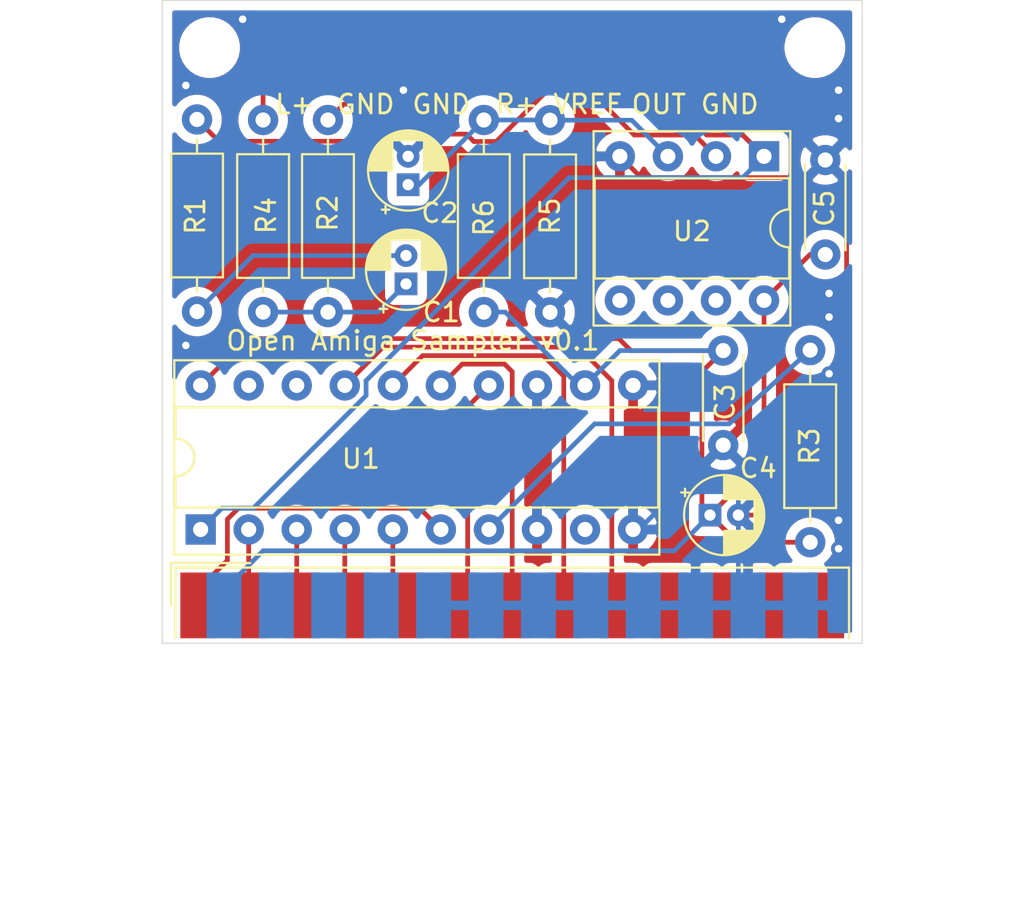
<source format=kicad_pcb>
(kicad_pcb (version 20171130) (host pcbnew 5.1.6-c6e7f7d~86~ubuntu18.04.1)

  (general
    (thickness 1.6)
    (drawings 12)
    (tracks 153)
    (zones 0)
    (modules 19)
    (nets 29)
  )

  (page A4)
  (layers
    (0 F.Cu signal)
    (31 B.Cu signal)
    (32 B.Adhes user hide)
    (33 F.Adhes user hide)
    (34 B.Paste user hide)
    (35 F.Paste user hide)
    (36 B.SilkS user hide)
    (37 F.SilkS user)
    (38 B.Mask user hide)
    (39 F.Mask user hide)
    (40 Dwgs.User user hide)
    (41 Cmts.User user hide)
    (42 Eco1.User user hide)
    (43 Eco2.User user hide)
    (44 Edge.Cuts user hide)
    (45 Margin user hide)
    (46 B.CrtYd user hide)
    (47 F.CrtYd user hide)
    (48 B.Fab user hide)
    (49 F.Fab user hide)
  )

  (setup
    (last_trace_width 0.25)
    (trace_clearance 0.2)
    (zone_clearance 0.508)
    (zone_45_only yes)
    (trace_min 0.2)
    (via_size 0.8)
    (via_drill 0.4)
    (via_min_size 0.4)
    (via_min_drill 0.3)
    (uvia_size 0.3)
    (uvia_drill 0.1)
    (uvias_allowed no)
    (uvia_min_size 0.2)
    (uvia_min_drill 0.1)
    (edge_width 0.05)
    (segment_width 0.2)
    (pcb_text_width 0.3)
    (pcb_text_size 1.5 1.5)
    (mod_edge_width 0.12)
    (mod_text_size 1 1)
    (mod_text_width 0.15)
    (pad_size 2.2 2.2)
    (pad_drill 2.2)
    (pad_to_mask_clearance 0.05)
    (aux_axis_origin 0 0)
    (visible_elements FFFFFF7F)
    (pcbplotparams
      (layerselection 0x010fc_ffffffff)
      (usegerberextensions false)
      (usegerberattributes true)
      (usegerberadvancedattributes true)
      (creategerberjobfile true)
      (excludeedgelayer true)
      (linewidth 0.100000)
      (plotframeref false)
      (viasonmask false)
      (mode 1)
      (useauxorigin false)
      (hpglpennumber 1)
      (hpglpenspeed 20)
      (hpglpendiameter 15.000000)
      (psnegative false)
      (psa4output false)
      (plotreference true)
      (plotvalue true)
      (plotinvisibletext false)
      (padsonsilk false)
      (subtractmaskfromsilk false)
      (outputformat 1)
      (mirror false)
      (drillshape 1)
      (scaleselection 1)
      (outputdirectory ""))
  )

  (net 0 "")
  (net 1 MONO_AUDIO)
  (net 2 "Net-(C1-Pad2)")
  (net 3 GND)
  (net 4 "Net-(C2-Pad1)")
  (net 5 VCC)
  (net 6 "Net-(J1-Pad1)")
  (net 7 "Net-(J2-Pad1)")
  (net 8 STROBE)
  (net 9 D0)
  (net 10 D1)
  (net 11 D2)
  (net 12 D3)
  (net 13 D4)
  (net 14 D5)
  (net 15 D6)
  (net 16 D7)
  (net 17 "Net-(J3-Pad10)")
  (net 18 "Net-(J3-Pad11)")
  (net 19 "Net-(J3-Pad12)")
  (net 20 "Net-(J3-Pad13)")
  (net 21 "Net-(J3-Pad15)")
  (net 22 "Net-(J3-Pad16)")
  (net 23 "Net-(J3-Pad17)")
  (net 24 "Net-(R3-Pad1)")
  (net 25 "Net-(R4-Pad1)")
  (net 26 Vo)
  (net 27 "Net-(U1-Pad18)")
  (net 28 "Net-(U1-Pad9)")

  (net_class Default "This is the default net class."
    (clearance 0.2)
    (trace_width 0.25)
    (via_dia 0.8)
    (via_drill 0.4)
    (uvia_dia 0.3)
    (uvia_drill 0.1)
    (add_net D0)
    (add_net D1)
    (add_net D2)
    (add_net D3)
    (add_net D4)
    (add_net D5)
    (add_net D6)
    (add_net D7)
    (add_net GND)
    (add_net MONO_AUDIO)
    (add_net "Net-(C1-Pad2)")
    (add_net "Net-(C2-Pad1)")
    (add_net "Net-(J1-Pad1)")
    (add_net "Net-(J2-Pad1)")
    (add_net "Net-(J3-Pad10)")
    (add_net "Net-(J3-Pad11)")
    (add_net "Net-(J3-Pad12)")
    (add_net "Net-(J3-Pad13)")
    (add_net "Net-(J3-Pad15)")
    (add_net "Net-(J3-Pad16)")
    (add_net "Net-(J3-Pad17)")
    (add_net "Net-(R3-Pad1)")
    (add_net "Net-(R4-Pad1)")
    (add_net "Net-(U1-Pad18)")
    (add_net "Net-(U1-Pad9)")
    (add_net STROBE)
    (add_net VCC)
    (add_net Vo)
  )

  (module Capacitor_THT:CP_Radial_D4.0mm_P1.50mm (layer F.Cu) (tedit 5AE50EF0) (tstamp 5F09AE17)
    (at 64.5 37.75 90)
    (descr "CP, Radial series, Radial, pin pitch=1.50mm, , diameter=4mm, Electrolytic Capacitor")
    (tags "CP Radial series Radial pin pitch 1.50mm  diameter 4mm Electrolytic Capacitor")
    (path /5F027977)
    (fp_text reference C2 (at -1.5 1.675501 180) (layer F.SilkS)
      (effects (font (size 1 1) (thickness 0.15)))
    )
    (fp_text value 10uf (at 0.75 3.25 90) (layer F.Fab)
      (effects (font (size 1 1) (thickness 0.15)))
    )
    (fp_circle (center 0.75 0) (end 2.75 0) (layer F.Fab) (width 0.1))
    (fp_circle (center 0.75 0) (end 2.87 0) (layer F.SilkS) (width 0.12))
    (fp_circle (center 0.75 0) (end 3 0) (layer F.CrtYd) (width 0.05))
    (fp_line (start -0.952554 -0.8675) (end -0.552554 -0.8675) (layer F.Fab) (width 0.1))
    (fp_line (start -0.752554 -1.0675) (end -0.752554 -0.6675) (layer F.Fab) (width 0.1))
    (fp_line (start 0.75 0.84) (end 0.75 2.08) (layer F.SilkS) (width 0.12))
    (fp_line (start 0.75 -2.08) (end 0.75 -0.84) (layer F.SilkS) (width 0.12))
    (fp_line (start 0.79 0.84) (end 0.79 2.08) (layer F.SilkS) (width 0.12))
    (fp_line (start 0.79 -2.08) (end 0.79 -0.84) (layer F.SilkS) (width 0.12))
    (fp_line (start 0.83 0.84) (end 0.83 2.079) (layer F.SilkS) (width 0.12))
    (fp_line (start 0.83 -2.079) (end 0.83 -0.84) (layer F.SilkS) (width 0.12))
    (fp_line (start 0.87 -2.077) (end 0.87 -0.84) (layer F.SilkS) (width 0.12))
    (fp_line (start 0.87 0.84) (end 0.87 2.077) (layer F.SilkS) (width 0.12))
    (fp_line (start 0.91 -2.074) (end 0.91 -0.84) (layer F.SilkS) (width 0.12))
    (fp_line (start 0.91 0.84) (end 0.91 2.074) (layer F.SilkS) (width 0.12))
    (fp_line (start 0.95 -2.071) (end 0.95 -0.84) (layer F.SilkS) (width 0.12))
    (fp_line (start 0.95 0.84) (end 0.95 2.071) (layer F.SilkS) (width 0.12))
    (fp_line (start 0.99 -2.067) (end 0.99 -0.84) (layer F.SilkS) (width 0.12))
    (fp_line (start 0.99 0.84) (end 0.99 2.067) (layer F.SilkS) (width 0.12))
    (fp_line (start 1.03 -2.062) (end 1.03 -0.84) (layer F.SilkS) (width 0.12))
    (fp_line (start 1.03 0.84) (end 1.03 2.062) (layer F.SilkS) (width 0.12))
    (fp_line (start 1.07 -2.056) (end 1.07 -0.84) (layer F.SilkS) (width 0.12))
    (fp_line (start 1.07 0.84) (end 1.07 2.056) (layer F.SilkS) (width 0.12))
    (fp_line (start 1.11 -2.05) (end 1.11 -0.84) (layer F.SilkS) (width 0.12))
    (fp_line (start 1.11 0.84) (end 1.11 2.05) (layer F.SilkS) (width 0.12))
    (fp_line (start 1.15 -2.042) (end 1.15 -0.84) (layer F.SilkS) (width 0.12))
    (fp_line (start 1.15 0.84) (end 1.15 2.042) (layer F.SilkS) (width 0.12))
    (fp_line (start 1.19 -2.034) (end 1.19 -0.84) (layer F.SilkS) (width 0.12))
    (fp_line (start 1.19 0.84) (end 1.19 2.034) (layer F.SilkS) (width 0.12))
    (fp_line (start 1.23 -2.025) (end 1.23 -0.84) (layer F.SilkS) (width 0.12))
    (fp_line (start 1.23 0.84) (end 1.23 2.025) (layer F.SilkS) (width 0.12))
    (fp_line (start 1.27 -2.016) (end 1.27 -0.84) (layer F.SilkS) (width 0.12))
    (fp_line (start 1.27 0.84) (end 1.27 2.016) (layer F.SilkS) (width 0.12))
    (fp_line (start 1.31 -2.005) (end 1.31 -0.84) (layer F.SilkS) (width 0.12))
    (fp_line (start 1.31 0.84) (end 1.31 2.005) (layer F.SilkS) (width 0.12))
    (fp_line (start 1.35 -1.994) (end 1.35 -0.84) (layer F.SilkS) (width 0.12))
    (fp_line (start 1.35 0.84) (end 1.35 1.994) (layer F.SilkS) (width 0.12))
    (fp_line (start 1.39 -1.982) (end 1.39 -0.84) (layer F.SilkS) (width 0.12))
    (fp_line (start 1.39 0.84) (end 1.39 1.982) (layer F.SilkS) (width 0.12))
    (fp_line (start 1.43 -1.968) (end 1.43 -0.84) (layer F.SilkS) (width 0.12))
    (fp_line (start 1.43 0.84) (end 1.43 1.968) (layer F.SilkS) (width 0.12))
    (fp_line (start 1.471 -1.954) (end 1.471 -0.84) (layer F.SilkS) (width 0.12))
    (fp_line (start 1.471 0.84) (end 1.471 1.954) (layer F.SilkS) (width 0.12))
    (fp_line (start 1.511 -1.94) (end 1.511 -0.84) (layer F.SilkS) (width 0.12))
    (fp_line (start 1.511 0.84) (end 1.511 1.94) (layer F.SilkS) (width 0.12))
    (fp_line (start 1.551 -1.924) (end 1.551 -0.84) (layer F.SilkS) (width 0.12))
    (fp_line (start 1.551 0.84) (end 1.551 1.924) (layer F.SilkS) (width 0.12))
    (fp_line (start 1.591 -1.907) (end 1.591 -0.84) (layer F.SilkS) (width 0.12))
    (fp_line (start 1.591 0.84) (end 1.591 1.907) (layer F.SilkS) (width 0.12))
    (fp_line (start 1.631 -1.889) (end 1.631 -0.84) (layer F.SilkS) (width 0.12))
    (fp_line (start 1.631 0.84) (end 1.631 1.889) (layer F.SilkS) (width 0.12))
    (fp_line (start 1.671 -1.87) (end 1.671 -0.84) (layer F.SilkS) (width 0.12))
    (fp_line (start 1.671 0.84) (end 1.671 1.87) (layer F.SilkS) (width 0.12))
    (fp_line (start 1.711 -1.851) (end 1.711 -0.84) (layer F.SilkS) (width 0.12))
    (fp_line (start 1.711 0.84) (end 1.711 1.851) (layer F.SilkS) (width 0.12))
    (fp_line (start 1.751 -1.83) (end 1.751 -0.84) (layer F.SilkS) (width 0.12))
    (fp_line (start 1.751 0.84) (end 1.751 1.83) (layer F.SilkS) (width 0.12))
    (fp_line (start 1.791 -1.808) (end 1.791 -0.84) (layer F.SilkS) (width 0.12))
    (fp_line (start 1.791 0.84) (end 1.791 1.808) (layer F.SilkS) (width 0.12))
    (fp_line (start 1.831 -1.785) (end 1.831 -0.84) (layer F.SilkS) (width 0.12))
    (fp_line (start 1.831 0.84) (end 1.831 1.785) (layer F.SilkS) (width 0.12))
    (fp_line (start 1.871 -1.76) (end 1.871 -0.84) (layer F.SilkS) (width 0.12))
    (fp_line (start 1.871 0.84) (end 1.871 1.76) (layer F.SilkS) (width 0.12))
    (fp_line (start 1.911 -1.735) (end 1.911 -0.84) (layer F.SilkS) (width 0.12))
    (fp_line (start 1.911 0.84) (end 1.911 1.735) (layer F.SilkS) (width 0.12))
    (fp_line (start 1.951 -1.708) (end 1.951 -0.84) (layer F.SilkS) (width 0.12))
    (fp_line (start 1.951 0.84) (end 1.951 1.708) (layer F.SilkS) (width 0.12))
    (fp_line (start 1.991 -1.68) (end 1.991 -0.84) (layer F.SilkS) (width 0.12))
    (fp_line (start 1.991 0.84) (end 1.991 1.68) (layer F.SilkS) (width 0.12))
    (fp_line (start 2.031 -1.65) (end 2.031 -0.84) (layer F.SilkS) (width 0.12))
    (fp_line (start 2.031 0.84) (end 2.031 1.65) (layer F.SilkS) (width 0.12))
    (fp_line (start 2.071 -1.619) (end 2.071 -0.84) (layer F.SilkS) (width 0.12))
    (fp_line (start 2.071 0.84) (end 2.071 1.619) (layer F.SilkS) (width 0.12))
    (fp_line (start 2.111 -1.587) (end 2.111 -0.84) (layer F.SilkS) (width 0.12))
    (fp_line (start 2.111 0.84) (end 2.111 1.587) (layer F.SilkS) (width 0.12))
    (fp_line (start 2.151 -1.552) (end 2.151 -0.84) (layer F.SilkS) (width 0.12))
    (fp_line (start 2.151 0.84) (end 2.151 1.552) (layer F.SilkS) (width 0.12))
    (fp_line (start 2.191 -1.516) (end 2.191 -0.84) (layer F.SilkS) (width 0.12))
    (fp_line (start 2.191 0.84) (end 2.191 1.516) (layer F.SilkS) (width 0.12))
    (fp_line (start 2.231 -1.478) (end 2.231 -0.84) (layer F.SilkS) (width 0.12))
    (fp_line (start 2.231 0.84) (end 2.231 1.478) (layer F.SilkS) (width 0.12))
    (fp_line (start 2.271 -1.438) (end 2.271 -0.84) (layer F.SilkS) (width 0.12))
    (fp_line (start 2.271 0.84) (end 2.271 1.438) (layer F.SilkS) (width 0.12))
    (fp_line (start 2.311 -1.396) (end 2.311 -0.84) (layer F.SilkS) (width 0.12))
    (fp_line (start 2.311 0.84) (end 2.311 1.396) (layer F.SilkS) (width 0.12))
    (fp_line (start 2.351 -1.351) (end 2.351 1.351) (layer F.SilkS) (width 0.12))
    (fp_line (start 2.391 -1.304) (end 2.391 1.304) (layer F.SilkS) (width 0.12))
    (fp_line (start 2.431 -1.254) (end 2.431 1.254) (layer F.SilkS) (width 0.12))
    (fp_line (start 2.471 -1.2) (end 2.471 1.2) (layer F.SilkS) (width 0.12))
    (fp_line (start 2.511 -1.142) (end 2.511 1.142) (layer F.SilkS) (width 0.12))
    (fp_line (start 2.551 -1.08) (end 2.551 1.08) (layer F.SilkS) (width 0.12))
    (fp_line (start 2.591 -1.013) (end 2.591 1.013) (layer F.SilkS) (width 0.12))
    (fp_line (start 2.631 -0.94) (end 2.631 0.94) (layer F.SilkS) (width 0.12))
    (fp_line (start 2.671 -0.859) (end 2.671 0.859) (layer F.SilkS) (width 0.12))
    (fp_line (start 2.711 -0.768) (end 2.711 0.768) (layer F.SilkS) (width 0.12))
    (fp_line (start 2.751 -0.664) (end 2.751 0.664) (layer F.SilkS) (width 0.12))
    (fp_line (start 2.791 -0.537) (end 2.791 0.537) (layer F.SilkS) (width 0.12))
    (fp_line (start 2.831 -0.37) (end 2.831 0.37) (layer F.SilkS) (width 0.12))
    (fp_line (start -1.519801 -1.195) (end -1.119801 -1.195) (layer F.SilkS) (width 0.12))
    (fp_line (start -1.319801 -1.395) (end -1.319801 -0.995) (layer F.SilkS) (width 0.12))
    (fp_text user %R (at 0.75 0 90) (layer F.Fab)
      (effects (font (size 0.8 0.8) (thickness 0.12)))
    )
    (pad 2 thru_hole circle (at 1.5 0 90) (size 1.2 1.2) (drill 0.6) (layers *.Cu *.Mask)
      (net 3 GND))
    (pad 1 thru_hole rect (at 0 0 90) (size 1.2 1.2) (drill 0.6) (layers *.Cu *.Mask)
      (net 4 "Net-(C2-Pad1)"))
    (model ${KISYS3DMOD}/Capacitor_THT.3dshapes/CP_Radial_D4.0mm_P1.50mm.wrl
      (at (xyz 0 0 0))
      (scale (xyz 1 1 1))
      (rotate (xyz 0 0 0))
    )
  )

  (module Package_DIP:DIP-8_W7.62mm_Socket (layer F.Cu) (tedit 5A02E8C5) (tstamp 5F09AF0E)
    (at 83.310999 36.25 270)
    (descr "8-lead though-hole mounted DIP package, row spacing 7.62 mm (300 mils), Socket")
    (tags "THT DIP DIL PDIP 2.54mm 7.62mm 300mil Socket")
    (path /5F022BBE)
    (fp_text reference U2 (at 3.965501 3.810999) (layer F.SilkS)
      (effects (font (size 1 1) (thickness 0.15)))
    )
    (fp_text value MCP6002-xP (at 3.81 9.95 90) (layer F.Fab)
      (effects (font (size 1 1) (thickness 0.15)))
    )
    (fp_line (start 9.15 -1.6) (end -1.55 -1.6) (layer F.CrtYd) (width 0.05))
    (fp_line (start 9.15 9.2) (end 9.15 -1.6) (layer F.CrtYd) (width 0.05))
    (fp_line (start -1.55 9.2) (end 9.15 9.2) (layer F.CrtYd) (width 0.05))
    (fp_line (start -1.55 -1.6) (end -1.55 9.2) (layer F.CrtYd) (width 0.05))
    (fp_line (start 8.95 -1.39) (end -1.33 -1.39) (layer F.SilkS) (width 0.12))
    (fp_line (start 8.95 9.01) (end 8.95 -1.39) (layer F.SilkS) (width 0.12))
    (fp_line (start -1.33 9.01) (end 8.95 9.01) (layer F.SilkS) (width 0.12))
    (fp_line (start -1.33 -1.39) (end -1.33 9.01) (layer F.SilkS) (width 0.12))
    (fp_line (start 6.46 -1.33) (end 4.81 -1.33) (layer F.SilkS) (width 0.12))
    (fp_line (start 6.46 8.95) (end 6.46 -1.33) (layer F.SilkS) (width 0.12))
    (fp_line (start 1.16 8.95) (end 6.46 8.95) (layer F.SilkS) (width 0.12))
    (fp_line (start 1.16 -1.33) (end 1.16 8.95) (layer F.SilkS) (width 0.12))
    (fp_line (start 2.81 -1.33) (end 1.16 -1.33) (layer F.SilkS) (width 0.12))
    (fp_line (start 8.89 -1.33) (end -1.27 -1.33) (layer F.Fab) (width 0.1))
    (fp_line (start 8.89 8.95) (end 8.89 -1.33) (layer F.Fab) (width 0.1))
    (fp_line (start -1.27 8.95) (end 8.89 8.95) (layer F.Fab) (width 0.1))
    (fp_line (start -1.27 -1.33) (end -1.27 8.95) (layer F.Fab) (width 0.1))
    (fp_line (start 0.635 -0.27) (end 1.635 -1.27) (layer F.Fab) (width 0.1))
    (fp_line (start 0.635 8.89) (end 0.635 -0.27) (layer F.Fab) (width 0.1))
    (fp_line (start 6.985 8.89) (end 0.635 8.89) (layer F.Fab) (width 0.1))
    (fp_line (start 6.985 -1.27) (end 6.985 8.89) (layer F.Fab) (width 0.1))
    (fp_line (start 1.635 -1.27) (end 6.985 -1.27) (layer F.Fab) (width 0.1))
    (fp_arc (start 3.81 -1.33) (end 2.81 -1.33) (angle -180) (layer F.SilkS) (width 0.12))
    (fp_text user %R (at 3.81 3.81 90) (layer F.Fab)
      (effects (font (size 1 1) (thickness 0.15)))
    )
    (pad 1 thru_hole rect (at 0 0 270) (size 1.6 1.6) (drill 0.8) (layers *.Cu *.Mask)
      (net 26 Vo))
    (pad 5 thru_hole oval (at 7.62 7.62 270) (size 1.6 1.6) (drill 0.8) (layers *.Cu *.Mask))
    (pad 2 thru_hole oval (at 0 2.54 270) (size 1.6 1.6) (drill 0.8) (layers *.Cu *.Mask)
      (net 25 "Net-(R4-Pad1)"))
    (pad 6 thru_hole oval (at 7.62 5.08 270) (size 1.6 1.6) (drill 0.8) (layers *.Cu *.Mask))
    (pad 3 thru_hole oval (at 0 5.08 270) (size 1.6 1.6) (drill 0.8) (layers *.Cu *.Mask)
      (net 4 "Net-(C2-Pad1)"))
    (pad 7 thru_hole oval (at 7.62 2.54 270) (size 1.6 1.6) (drill 0.8) (layers *.Cu *.Mask))
    (pad 4 thru_hole oval (at 0 7.62 270) (size 1.6 1.6) (drill 0.8) (layers *.Cu *.Mask)
      (net 3 GND))
    (pad 8 thru_hole oval (at 7.62 0 270) (size 1.6 1.6) (drill 0.8) (layers *.Cu *.Mask)
      (net 5 VCC))
    (model ${KISYS3DMOD}/Package_DIP.3dshapes/DIP-8_W7.62mm_Socket.wrl
      (at (xyz 0 0 0))
      (scale (xyz 1 1 1))
      (rotate (xyz 0 0 0))
    )
  )

  (module "connectors:Pot pads" (layer F.Cu) (tedit 5F0A0A8C) (tstamp 5F09B3F7)
    (at 77.659499 28.489999)
    (path /5F2122D4)
    (fp_text reference RV1 (at 0.254 5.207) (layer F.SilkS) hide
      (effects (font (size 1 1) (thickness 0.15)))
    )
    (fp_text value R_POT (at 0 -0.889) (layer F.Fab)
      (effects (font (size 1 1) (thickness 0.15)))
    )
    (pad 3 connect roundrect (at 3.937 2.159) (size 3 4) (layers F.Cu F.Mask) (roundrect_rratio 0.25)
      (net 26 Vo) (solder_mask_margin 0.25) (clearance 0.25))
    (pad 2 connect roundrect (at 0.127 2.159) (size 3 4) (layers F.Cu F.Mask) (roundrect_rratio 0.25)
      (net 26 Vo) (solder_mask_margin 0.25) (clearance 0.25))
    (pad 1 connect roundrect (at -3.683 2.159) (size 3 4) (layers F.Cu F.Mask) (roundrect_rratio 0.25)
      (net 25 "Net-(R4-Pad1)") (solder_mask_margin 0.25) (clearance 0.25))
  )

  (module "connectors:Audio pads" (layer F.Cu) (tedit 5F0A0780) (tstamp 5F09B3B3)
    (at 68.197999 32.617499 180)
    (path /5F069BFF)
    (fp_text reference J2 (at 0.254 5.207) (layer F.SilkS) hide
      (effects (font (size 1 1) (thickness 0.15)))
    )
    (fp_text value Right (at 0 -0.889) (layer F.Fab)
      (effects (font (size 1 1) (thickness 0.15)))
    )
    (pad 2 connect roundrect (at 1.905 2.032 180) (size 3 4) (layers F.Cu F.Mask) (roundrect_rratio 0.25)
      (net 3 GND) (solder_mask_margin 0.25) (clearance 0.25))
    (pad 1 connect roundrect (at -1.905 2.032 180) (size 3 4) (layers F.Cu F.Mask) (roundrect_rratio 0.25)
      (net 7 "Net-(J2-Pad1)") (solder_mask_margin 0.25) (clearance 0.25))
  )

  (module "connectors:Audio pads" (layer F.Cu) (tedit 5F0A0780) (tstamp 5F09B43A)
    (at 60.323999 28.553499)
    (path /5F06ABE3)
    (fp_text reference J1 (at 0.254 5.207) (layer F.SilkS) hide
      (effects (font (size 1 1) (thickness 0.15)))
    )
    (fp_text value Left (at 0 -0.889) (layer F.Fab)
      (effects (font (size 1 1) (thickness 0.15)))
    )
    (pad 2 connect roundrect (at 1.905 2.032) (size 3 4) (layers F.Cu F.Mask) (roundrect_rratio 0.25)
      (net 3 GND) (solder_mask_margin 0.25) (clearance 0.25))
    (pad 1 connect roundrect (at -1.905 2.032) (size 3 4) (layers F.Cu F.Mask) (roundrect_rratio 0.25)
      (net 6 "Net-(J1-Pad1)") (solder_mask_margin 0.25) (clearance 0.25))
  )

  (module MountingHole:MountingHole_2.2mm_M2 (layer F.Cu) (tedit 56D1B4CB) (tstamp 5F09B376)
    (at 86 30.5)
    (descr "Mounting Hole 2.2mm, no annular, M2")
    (tags "mounting hole 2.2mm no annular m2")
    (attr virtual)
    (fp_text reference REF** (at 0 -3.2) (layer F.SilkS) hide
      (effects (font (size 1 1) (thickness 0.15)))
    )
    (fp_text value MountingHole_2.2mm_M2 (at 0 3.2) (layer F.Fab)
      (effects (font (size 1 1) (thickness 0.15)))
    )
    (fp_circle (center 0 0) (end 2.45 0) (layer F.CrtYd) (width 0.05))
    (fp_circle (center 0 0) (end 2.2 0) (layer Cmts.User) (width 0.15))
    (fp_text user %R (at 0.3 0) (layer F.Fab)
      (effects (font (size 1 1) (thickness 0.15)))
    )
    (pad 1 np_thru_hole circle (at 0 0) (size 2.2 2.2) (drill 2.2) (layers *.Cu *.Mask))
  )

  (module MountingHole:MountingHole_2.2mm_M2 (layer F.Cu) (tedit 56D1B4CB) (tstamp 5F09B500)
    (at 54 30.5)
    (descr "Mounting Hole 2.2mm, no annular, M2")
    (tags "mounting hole 2.2mm no annular m2")
    (attr virtual)
    (fp_text reference REF** (at 0 -3.2) (layer F.SilkS) hide
      (effects (font (size 1 1) (thickness 0.15)))
    )
    (fp_text value MountingHole_2.2mm_M2 (at 0 3.2) (layer F.Fab)
      (effects (font (size 1 1) (thickness 0.15)))
    )
    (fp_circle (center 0 0) (end 2.45 0) (layer F.CrtYd) (width 0.05))
    (fp_circle (center 0 0) (end 2.2 0) (layer Cmts.User) (width 0.15))
    (fp_text user %R (at 0.3 0) (layer F.Fab)
      (effects (font (size 1 1) (thickness 0.15)))
    )
    (pad 1 np_thru_hole circle (at 0 0) (size 2.2 2.2) (drill 2.2) (layers *.Cu *.Mask))
  )

  (module Capacitor_THT:C_Disc_D4.3mm_W1.9mm_P5.00mm (layer F.Cu) (tedit 5AE50EF0) (tstamp 5F09A5DA)
    (at 81.151999 46.523999 270)
    (descr "C, Disc series, Radial, pin pitch=5.00mm, , diameter*width=4.3*1.9mm^2, Capacitor, http://www.vishay.com/docs/45233/krseries.pdf")
    (tags "C Disc series Radial pin pitch 5.00mm  diameter 4.3mm width 1.9mm Capacitor")
    (path /5F1B124F)
    (fp_text reference C3 (at 2.726001 -0.098001 90) (layer F.SilkS)
      (effects (font (size 1 1) (thickness 0.15)))
    )
    (fp_text value 0.1uf (at 2.5 2.2 90) (layer F.Fab)
      (effects (font (size 1 1) (thickness 0.15)))
    )
    (fp_line (start 6.05 -1.2) (end -1.05 -1.2) (layer F.CrtYd) (width 0.05))
    (fp_line (start 6.05 1.2) (end 6.05 -1.2) (layer F.CrtYd) (width 0.05))
    (fp_line (start -1.05 1.2) (end 6.05 1.2) (layer F.CrtYd) (width 0.05))
    (fp_line (start -1.05 -1.2) (end -1.05 1.2) (layer F.CrtYd) (width 0.05))
    (fp_line (start 4.77 1.055) (end 4.77 1.07) (layer F.SilkS) (width 0.12))
    (fp_line (start 4.77 -1.07) (end 4.77 -1.055) (layer F.SilkS) (width 0.12))
    (fp_line (start 0.23 1.055) (end 0.23 1.07) (layer F.SilkS) (width 0.12))
    (fp_line (start 0.23 -1.07) (end 0.23 -1.055) (layer F.SilkS) (width 0.12))
    (fp_line (start 0.23 1.07) (end 4.77 1.07) (layer F.SilkS) (width 0.12))
    (fp_line (start 0.23 -1.07) (end 4.77 -1.07) (layer F.SilkS) (width 0.12))
    (fp_line (start 4.65 -0.95) (end 0.35 -0.95) (layer F.Fab) (width 0.1))
    (fp_line (start 4.65 0.95) (end 4.65 -0.95) (layer F.Fab) (width 0.1))
    (fp_line (start 0.35 0.95) (end 4.65 0.95) (layer F.Fab) (width 0.1))
    (fp_line (start 0.35 -0.95) (end 0.35 0.95) (layer F.Fab) (width 0.1))
    (fp_text user %R (at 2.5 0 90) (layer F.Fab)
      (effects (font (size 0.86 0.86) (thickness 0.129)))
    )
    (pad 2 thru_hole circle (at 5 0 270) (size 1.6 1.6) (drill 0.8) (layers *.Cu *.Mask)
      (net 3 GND))
    (pad 1 thru_hole circle (at 0 0 270) (size 1.6 1.6) (drill 0.8) (layers *.Cu *.Mask)
      (net 5 VCC))
    (model ${KISYS3DMOD}/Capacitor_THT.3dshapes/C_Disc_D4.3mm_W1.9mm_P5.00mm.wrl
      (at (xyz 0 0 0))
      (scale (xyz 1 1 1))
      (rotate (xyz 0 0 0))
    )
  )

  (module Capacitor_THT:C_Disc_D4.3mm_W1.9mm_P5.00mm (layer F.Cu) (tedit 5AE50EF0) (tstamp 5F09A8B7)
    (at 86.549499 41.443999 90)
    (descr "C, Disc series, Radial, pin pitch=5.00mm, , diameter*width=4.3*1.9mm^2, Capacitor, http://www.vishay.com/docs/45233/krseries.pdf")
    (tags "C Disc series Radial pin pitch 5.00mm  diameter 4.3mm width 1.9mm Capacitor")
    (path /5F1E308D)
    (fp_text reference C5 (at 2.443999 -0.049499 90) (layer F.SilkS)
      (effects (font (size 1 1) (thickness 0.15)))
    )
    (fp_text value 0.1uf (at 2.5 2.2 90) (layer F.Fab)
      (effects (font (size 1 1) (thickness 0.15)))
    )
    (fp_line (start 6.05 -1.2) (end -1.05 -1.2) (layer F.CrtYd) (width 0.05))
    (fp_line (start 6.05 1.2) (end 6.05 -1.2) (layer F.CrtYd) (width 0.05))
    (fp_line (start -1.05 1.2) (end 6.05 1.2) (layer F.CrtYd) (width 0.05))
    (fp_line (start -1.05 -1.2) (end -1.05 1.2) (layer F.CrtYd) (width 0.05))
    (fp_line (start 4.77 1.055) (end 4.77 1.07) (layer F.SilkS) (width 0.12))
    (fp_line (start 4.77 -1.07) (end 4.77 -1.055) (layer F.SilkS) (width 0.12))
    (fp_line (start 0.23 1.055) (end 0.23 1.07) (layer F.SilkS) (width 0.12))
    (fp_line (start 0.23 -1.07) (end 0.23 -1.055) (layer F.SilkS) (width 0.12))
    (fp_line (start 0.23 1.07) (end 4.77 1.07) (layer F.SilkS) (width 0.12))
    (fp_line (start 0.23 -1.07) (end 4.77 -1.07) (layer F.SilkS) (width 0.12))
    (fp_line (start 4.65 -0.95) (end 0.35 -0.95) (layer F.Fab) (width 0.1))
    (fp_line (start 4.65 0.95) (end 4.65 -0.95) (layer F.Fab) (width 0.1))
    (fp_line (start 0.35 0.95) (end 4.65 0.95) (layer F.Fab) (width 0.1))
    (fp_line (start 0.35 -0.95) (end 0.35 0.95) (layer F.Fab) (width 0.1))
    (fp_text user %R (at 2.5 0 90) (layer F.Fab)
      (effects (font (size 0.86 0.86) (thickness 0.129)))
    )
    (pad 2 thru_hole circle (at 5 0 90) (size 1.6 1.6) (drill 0.8) (layers *.Cu *.Mask)
      (net 3 GND))
    (pad 1 thru_hole circle (at 0 0 90) (size 1.6 1.6) (drill 0.8) (layers *.Cu *.Mask)
      (net 5 VCC))
    (model ${KISYS3DMOD}/Capacitor_THT.3dshapes/C_Disc_D4.3mm_W1.9mm_P5.00mm.wrl
      (at (xyz 0 0 0))
      (scale (xyz 1 1 1))
      (rotate (xyz 0 0 0))
    )
  )

  (module Resistor_THT:R_Axial_DIN0207_L6.3mm_D2.5mm_P10.16mm_Horizontal (layer F.Cu) (tedit 5AE5139B) (tstamp 5F09A877)
    (at 72 44.5 90)
    (descr "Resistor, Axial_DIN0207 series, Axial, Horizontal, pin pitch=10.16mm, 0.25W = 1/4W, length*diameter=6.3*2.5mm^2, http://cdn-reichelt.de/documents/datenblatt/B400/1_4W%23YAG.pdf")
    (tags "Resistor Axial_DIN0207 series Axial Horizontal pin pitch 10.16mm 0.25W = 1/4W length 6.3mm diameter 2.5mm")
    (path /5F02BE2F)
    (fp_text reference R6 (at 5 -3.5 90) (layer F.SilkS)
      (effects (font (size 1 1) (thickness 0.15)))
    )
    (fp_text value 1K (at 5.08 2.37 90) (layer F.Fab)
      (effects (font (size 1 1) (thickness 0.15)))
    )
    (fp_line (start 11.21 -1.5) (end -1.05 -1.5) (layer F.CrtYd) (width 0.05))
    (fp_line (start 11.21 1.5) (end 11.21 -1.5) (layer F.CrtYd) (width 0.05))
    (fp_line (start -1.05 1.5) (end 11.21 1.5) (layer F.CrtYd) (width 0.05))
    (fp_line (start -1.05 -1.5) (end -1.05 1.5) (layer F.CrtYd) (width 0.05))
    (fp_line (start 9.12 0) (end 8.35 0) (layer F.SilkS) (width 0.12))
    (fp_line (start 1.04 0) (end 1.81 0) (layer F.SilkS) (width 0.12))
    (fp_line (start 8.35 -1.37) (end 1.81 -1.37) (layer F.SilkS) (width 0.12))
    (fp_line (start 8.35 1.37) (end 8.35 -1.37) (layer F.SilkS) (width 0.12))
    (fp_line (start 1.81 1.37) (end 8.35 1.37) (layer F.SilkS) (width 0.12))
    (fp_line (start 1.81 -1.37) (end 1.81 1.37) (layer F.SilkS) (width 0.12))
    (fp_line (start 10.16 0) (end 8.23 0) (layer F.Fab) (width 0.1))
    (fp_line (start 0 0) (end 1.93 0) (layer F.Fab) (width 0.1))
    (fp_line (start 8.23 -1.25) (end 1.93 -1.25) (layer F.Fab) (width 0.1))
    (fp_line (start 8.23 1.25) (end 8.23 -1.25) (layer F.Fab) (width 0.1))
    (fp_line (start 1.93 1.25) (end 8.23 1.25) (layer F.Fab) (width 0.1))
    (fp_line (start 1.93 -1.25) (end 1.93 1.25) (layer F.Fab) (width 0.1))
    (fp_text user %R (at 5.08 0 90) (layer F.Fab)
      (effects (font (size 1 1) (thickness 0.15)))
    )
    (pad 2 thru_hole oval (at 10.16 0 90) (size 1.6 1.6) (drill 0.8) (layers *.Cu *.Mask)
      (net 4 "Net-(C2-Pad1)"))
    (pad 1 thru_hole circle (at 0 0 90) (size 1.6 1.6) (drill 0.8) (layers *.Cu *.Mask)
      (net 3 GND))
    (model ${KISYS3DMOD}/Resistor_THT.3dshapes/R_Axial_DIN0207_L6.3mm_D2.5mm_P10.16mm_Horizontal.wrl
      (at (xyz 0 0 0))
      (scale (xyz 1 1 1))
      (rotate (xyz 0 0 0))
    )
  )

  (module Resistor_THT:R_Axial_DIN0207_L6.3mm_D2.5mm_P10.16mm_Horizontal (layer F.Cu) (tedit 5AE5139B) (tstamp 5F0BCB47)
    (at 53.338999 34.3 270)
    (descr "Resistor, Axial_DIN0207 series, Axial, Horizontal, pin pitch=10.16mm, 0.25W = 1/4W, length*diameter=6.3*2.5mm^2, http://cdn-reichelt.de/documents/datenblatt/B400/1_4W%23YAG.pdf")
    (tags "Resistor Axial_DIN0207 series Axial Horizontal pin pitch 10.16mm 0.25W = 1/4W length 6.3mm diameter 2.5mm")
    (path /5F02814E)
    (fp_text reference R4 (at 5.08 -3.661001 90) (layer F.SilkS)
      (effects (font (size 1 1) (thickness 0.15)))
    )
    (fp_text value 1K (at 5.08 2.37 90) (layer F.Fab)
      (effects (font (size 1 1) (thickness 0.15)))
    )
    (fp_line (start 11.21 -1.5) (end -1.05 -1.5) (layer F.CrtYd) (width 0.05))
    (fp_line (start 11.21 1.5) (end 11.21 -1.5) (layer F.CrtYd) (width 0.05))
    (fp_line (start -1.05 1.5) (end 11.21 1.5) (layer F.CrtYd) (width 0.05))
    (fp_line (start -1.05 -1.5) (end -1.05 1.5) (layer F.CrtYd) (width 0.05))
    (fp_line (start 9.12 0) (end 8.35 0) (layer F.SilkS) (width 0.12))
    (fp_line (start 1.04 0) (end 1.81 0) (layer F.SilkS) (width 0.12))
    (fp_line (start 8.35 -1.37) (end 1.81 -1.37) (layer F.SilkS) (width 0.12))
    (fp_line (start 8.35 1.37) (end 8.35 -1.37) (layer F.SilkS) (width 0.12))
    (fp_line (start 1.81 1.37) (end 8.35 1.37) (layer F.SilkS) (width 0.12))
    (fp_line (start 1.81 -1.37) (end 1.81 1.37) (layer F.SilkS) (width 0.12))
    (fp_line (start 10.16 0) (end 8.23 0) (layer F.Fab) (width 0.1))
    (fp_line (start 0 0) (end 1.93 0) (layer F.Fab) (width 0.1))
    (fp_line (start 8.23 -1.25) (end 1.93 -1.25) (layer F.Fab) (width 0.1))
    (fp_line (start 8.23 1.25) (end 8.23 -1.25) (layer F.Fab) (width 0.1))
    (fp_line (start 1.93 1.25) (end 8.23 1.25) (layer F.Fab) (width 0.1))
    (fp_line (start 1.93 -1.25) (end 1.93 1.25) (layer F.Fab) (width 0.1))
    (fp_text user %R (at 5.08 0 90) (layer F.Fab)
      (effects (font (size 1 1) (thickness 0.15)))
    )
    (pad 2 thru_hole oval (at 10.16 0 270) (size 1.6 1.6) (drill 0.8) (layers *.Cu *.Mask)
      (net 2 "Net-(C1-Pad2)"))
    (pad 1 thru_hole circle (at 0 0 270) (size 1.6 1.6) (drill 0.8) (layers *.Cu *.Mask)
      (net 25 "Net-(R4-Pad1)"))
    (model ${KISYS3DMOD}/Resistor_THT.3dshapes/R_Axial_DIN0207_L6.3mm_D2.5mm_P10.16mm_Horizontal.wrl
      (at (xyz 0 0 0))
      (scale (xyz 1 1 1))
      (rotate (xyz 0 0 0))
    )
  )

  (module Resistor_THT:R_Axial_DIN0207_L6.3mm_D2.5mm_P10.16mm_Horizontal (layer F.Cu) (tedit 5AE5139B) (tstamp 5F0BF021)
    (at 85.75 46.5 270)
    (descr "Resistor, Axial_DIN0207 series, Axial, Horizontal, pin pitch=10.16mm, 0.25W = 1/4W, length*diameter=6.3*2.5mm^2, http://cdn-reichelt.de/documents/datenblatt/B400/1_4W%23YAG.pdf")
    (tags "Resistor Axial_DIN0207 series Axial Horizontal pin pitch 10.16mm 0.25W = 1/4W length 6.3mm diameter 2.5mm")
    (path /5F12B47B)
    (fp_text reference R3 (at 5.08 0.033499 90) (layer F.SilkS)
      (effects (font (size 1 1) (thickness 0.15)))
    )
    (fp_text value 330 (at 5.08 2.37 90) (layer F.Fab)
      (effects (font (size 1 1) (thickness 0.15)))
    )
    (fp_line (start 11.21 -1.5) (end -1.05 -1.5) (layer F.CrtYd) (width 0.05))
    (fp_line (start 11.21 1.5) (end 11.21 -1.5) (layer F.CrtYd) (width 0.05))
    (fp_line (start -1.05 1.5) (end 11.21 1.5) (layer F.CrtYd) (width 0.05))
    (fp_line (start -1.05 -1.5) (end -1.05 1.5) (layer F.CrtYd) (width 0.05))
    (fp_line (start 9.12 0) (end 8.35 0) (layer F.SilkS) (width 0.12))
    (fp_line (start 1.04 0) (end 1.81 0) (layer F.SilkS) (width 0.12))
    (fp_line (start 8.35 -1.37) (end 1.81 -1.37) (layer F.SilkS) (width 0.12))
    (fp_line (start 8.35 1.37) (end 8.35 -1.37) (layer F.SilkS) (width 0.12))
    (fp_line (start 1.81 1.37) (end 8.35 1.37) (layer F.SilkS) (width 0.12))
    (fp_line (start 1.81 -1.37) (end 1.81 1.37) (layer F.SilkS) (width 0.12))
    (fp_line (start 10.16 0) (end 8.23 0) (layer F.Fab) (width 0.1))
    (fp_line (start 0 0) (end 1.93 0) (layer F.Fab) (width 0.1))
    (fp_line (start 8.23 -1.25) (end 1.93 -1.25) (layer F.Fab) (width 0.1))
    (fp_line (start 8.23 1.25) (end 8.23 -1.25) (layer F.Fab) (width 0.1))
    (fp_line (start 1.93 1.25) (end 8.23 1.25) (layer F.Fab) (width 0.1))
    (fp_line (start 1.93 -1.25) (end 1.93 1.25) (layer F.Fab) (width 0.1))
    (fp_text user %R (at 5.08 0 270) (layer F.Fab)
      (effects (font (size 1 1) (thickness 0.15)))
    )
    (pad 2 thru_hole oval (at 10.16 0 270) (size 1.6 1.6) (drill 0.8) (layers *.Cu *.Mask)
      (net 5 VCC))
    (pad 1 thru_hole circle (at 0 0 270) (size 1.6 1.6) (drill 0.8) (layers *.Cu *.Mask)
      (net 24 "Net-(R3-Pad1)"))
    (model ${KISYS3DMOD}/Resistor_THT.3dshapes/R_Axial_DIN0207_L6.3mm_D2.5mm_P10.16mm_Horizontal.wrl
      (at (xyz 0 0 0))
      (scale (xyz 1 1 1))
      (rotate (xyz 0 0 0))
    )
  )

  (module Resistor_THT:R_Axial_DIN0207_L6.3mm_D2.5mm_P10.16mm_Horizontal (layer F.Cu) (tedit 5AE5139B) (tstamp 5F0BCAC3)
    (at 60.260499 44.487999 90)
    (descr "Resistor, Axial_DIN0207 series, Axial, Horizontal, pin pitch=10.16mm, 0.25W = 1/4W, length*diameter=6.3*2.5mm^2, http://cdn-reichelt.de/documents/datenblatt/B400/1_4W%23YAG.pdf")
    (tags "Resistor Axial_DIN0207 series Axial Horizontal pin pitch 10.16mm 0.25W = 1/4W length 6.3mm diameter 2.5mm")
    (path /5F0B52EA)
    (fp_text reference R2 (at 5.237999 -0.010499 90) (layer F.SilkS)
      (effects (font (size 1 1) (thickness 0.15)))
    )
    (fp_text value 1k (at 5.08 2.37 90) (layer F.Fab)
      (effects (font (size 1 1) (thickness 0.15)))
    )
    (fp_line (start 11.21 -1.5) (end -1.05 -1.5) (layer F.CrtYd) (width 0.05))
    (fp_line (start 11.21 1.5) (end 11.21 -1.5) (layer F.CrtYd) (width 0.05))
    (fp_line (start -1.05 1.5) (end 11.21 1.5) (layer F.CrtYd) (width 0.05))
    (fp_line (start -1.05 -1.5) (end -1.05 1.5) (layer F.CrtYd) (width 0.05))
    (fp_line (start 9.12 0) (end 8.35 0) (layer F.SilkS) (width 0.12))
    (fp_line (start 1.04 0) (end 1.81 0) (layer F.SilkS) (width 0.12))
    (fp_line (start 8.35 -1.37) (end 1.81 -1.37) (layer F.SilkS) (width 0.12))
    (fp_line (start 8.35 1.37) (end 8.35 -1.37) (layer F.SilkS) (width 0.12))
    (fp_line (start 1.81 1.37) (end 8.35 1.37) (layer F.SilkS) (width 0.12))
    (fp_line (start 1.81 -1.37) (end 1.81 1.37) (layer F.SilkS) (width 0.12))
    (fp_line (start 10.16 0) (end 8.23 0) (layer F.Fab) (width 0.1))
    (fp_line (start 0 0) (end 1.93 0) (layer F.Fab) (width 0.1))
    (fp_line (start 8.23 -1.25) (end 1.93 -1.25) (layer F.Fab) (width 0.1))
    (fp_line (start 8.23 1.25) (end 8.23 -1.25) (layer F.Fab) (width 0.1))
    (fp_line (start 1.93 1.25) (end 8.23 1.25) (layer F.Fab) (width 0.1))
    (fp_line (start 1.93 -1.25) (end 1.93 1.25) (layer F.Fab) (width 0.1))
    (fp_text user %R (at 5.08 0 90) (layer F.Fab)
      (effects (font (size 1 1) (thickness 0.15)))
    )
    (pad 2 thru_hole oval (at 10.16 0 90) (size 1.6 1.6) (drill 0.8) (layers *.Cu *.Mask)
      (net 7 "Net-(J2-Pad1)"))
    (pad 1 thru_hole circle (at 0 0 90) (size 1.6 1.6) (drill 0.8) (layers *.Cu *.Mask)
      (net 1 MONO_AUDIO))
    (model ${KISYS3DMOD}/Resistor_THT.3dshapes/R_Axial_DIN0207_L6.3mm_D2.5mm_P10.16mm_Horizontal.wrl
      (at (xyz 0 0 0))
      (scale (xyz 1 1 1))
      (rotate (xyz 0 0 0))
    )
  )

  (module Resistor_THT:R_Axial_DIN0207_L6.3mm_D2.5mm_P10.16mm_Horizontal (layer F.Cu) (tedit 5AE5139B) (tstamp 5F0BCB05)
    (at 56.831499 44.487999 90)
    (descr "Resistor, Axial_DIN0207 series, Axial, Horizontal, pin pitch=10.16mm, 0.25W = 1/4W, length*diameter=6.3*2.5mm^2, http://cdn-reichelt.de/documents/datenblatt/B400/1_4W%23YAG.pdf")
    (tags "Resistor Axial_DIN0207 series Axial Horizontal pin pitch 10.16mm 0.25W = 1/4W length 6.3mm diameter 2.5mm")
    (path /5F0AC91C)
    (fp_text reference R1 (at 5.08 -3.581499 90) (layer F.SilkS)
      (effects (font (size 1 1) (thickness 0.15)))
    )
    (fp_text value 1k (at 5.08 2.37 90) (layer F.Fab)
      (effects (font (size 1 1) (thickness 0.15)))
    )
    (fp_line (start 11.21 -1.5) (end -1.05 -1.5) (layer F.CrtYd) (width 0.05))
    (fp_line (start 11.21 1.5) (end 11.21 -1.5) (layer F.CrtYd) (width 0.05))
    (fp_line (start -1.05 1.5) (end 11.21 1.5) (layer F.CrtYd) (width 0.05))
    (fp_line (start -1.05 -1.5) (end -1.05 1.5) (layer F.CrtYd) (width 0.05))
    (fp_line (start 9.12 0) (end 8.35 0) (layer F.SilkS) (width 0.12))
    (fp_line (start 1.04 0) (end 1.81 0) (layer F.SilkS) (width 0.12))
    (fp_line (start 8.35 -1.37) (end 1.81 -1.37) (layer F.SilkS) (width 0.12))
    (fp_line (start 8.35 1.37) (end 8.35 -1.37) (layer F.SilkS) (width 0.12))
    (fp_line (start 1.81 1.37) (end 8.35 1.37) (layer F.SilkS) (width 0.12))
    (fp_line (start 1.81 -1.37) (end 1.81 1.37) (layer F.SilkS) (width 0.12))
    (fp_line (start 10.16 0) (end 8.23 0) (layer F.Fab) (width 0.1))
    (fp_line (start 0 0) (end 1.93 0) (layer F.Fab) (width 0.1))
    (fp_line (start 8.23 -1.25) (end 1.93 -1.25) (layer F.Fab) (width 0.1))
    (fp_line (start 8.23 1.25) (end 8.23 -1.25) (layer F.Fab) (width 0.1))
    (fp_line (start 1.93 1.25) (end 8.23 1.25) (layer F.Fab) (width 0.1))
    (fp_line (start 1.93 -1.25) (end 1.93 1.25) (layer F.Fab) (width 0.1))
    (fp_text user %R (at 5.08 0 90) (layer F.Fab)
      (effects (font (size 1 1) (thickness 0.15)))
    )
    (pad 2 thru_hole oval (at 10.16 0 90) (size 1.6 1.6) (drill 0.8) (layers *.Cu *.Mask)
      (net 6 "Net-(J1-Pad1)"))
    (pad 1 thru_hole circle (at 0 0 90) (size 1.6 1.6) (drill 0.8) (layers *.Cu *.Mask)
      (net 1 MONO_AUDIO))
    (model ${KISYS3DMOD}/Resistor_THT.3dshapes/R_Axial_DIN0207_L6.3mm_D2.5mm_P10.16mm_Horizontal.wrl
      (at (xyz 0 0 0))
      (scale (xyz 1 1 1))
      (rotate (xyz 0 0 0))
    )
  )

  (module Resistor_THT:R_Axial_DIN0207_L6.3mm_D2.5mm_P10.16mm_Horizontal (layer F.Cu) (tedit 5AE5139B) (tstamp 5F09A8F5)
    (at 68.5 34.327999 270)
    (descr "Resistor, Axial_DIN0207 series, Axial, Horizontal, pin pitch=10.16mm, 0.25W = 1/4W, length*diameter=6.3*2.5mm^2, http://cdn-reichelt.de/documents/datenblatt/B400/1_4W%23YAG.pdf")
    (tags "Resistor Axial_DIN0207 series Axial Horizontal pin pitch 10.16mm 0.25W = 1/4W length 6.3mm diameter 2.5mm")
    (path /5F02BB67)
    (fp_text reference R5 (at 5.08 -3.5 90) (layer F.SilkS)
      (effects (font (size 1 1) (thickness 0.15)))
    )
    (fp_text value 1K (at 5.08 2.37 90) (layer F.Fab)
      (effects (font (size 1 1) (thickness 0.15)))
    )
    (fp_line (start 11.21 -1.5) (end -1.05 -1.5) (layer F.CrtYd) (width 0.05))
    (fp_line (start 11.21 1.5) (end 11.21 -1.5) (layer F.CrtYd) (width 0.05))
    (fp_line (start -1.05 1.5) (end 11.21 1.5) (layer F.CrtYd) (width 0.05))
    (fp_line (start -1.05 -1.5) (end -1.05 1.5) (layer F.CrtYd) (width 0.05))
    (fp_line (start 9.12 0) (end 8.35 0) (layer F.SilkS) (width 0.12))
    (fp_line (start 1.04 0) (end 1.81 0) (layer F.SilkS) (width 0.12))
    (fp_line (start 8.35 -1.37) (end 1.81 -1.37) (layer F.SilkS) (width 0.12))
    (fp_line (start 8.35 1.37) (end 8.35 -1.37) (layer F.SilkS) (width 0.12))
    (fp_line (start 1.81 1.37) (end 8.35 1.37) (layer F.SilkS) (width 0.12))
    (fp_line (start 1.81 -1.37) (end 1.81 1.37) (layer F.SilkS) (width 0.12))
    (fp_line (start 10.16 0) (end 8.23 0) (layer F.Fab) (width 0.1))
    (fp_line (start 0 0) (end 1.93 0) (layer F.Fab) (width 0.1))
    (fp_line (start 8.23 -1.25) (end 1.93 -1.25) (layer F.Fab) (width 0.1))
    (fp_line (start 8.23 1.25) (end 8.23 -1.25) (layer F.Fab) (width 0.1))
    (fp_line (start 1.93 1.25) (end 8.23 1.25) (layer F.Fab) (width 0.1))
    (fp_line (start 1.93 -1.25) (end 1.93 1.25) (layer F.Fab) (width 0.1))
    (fp_text user %R (at 5.08 0 90) (layer F.Fab)
      (effects (font (size 1 1) (thickness 0.15)))
    )
    (pad 2 thru_hole oval (at 10.16 0 270) (size 1.6 1.6) (drill 0.8) (layers *.Cu *.Mask)
      (net 5 VCC))
    (pad 1 thru_hole circle (at 0 0 270) (size 1.6 1.6) (drill 0.8) (layers *.Cu *.Mask)
      (net 4 "Net-(C2-Pad1)"))
    (model ${KISYS3DMOD}/Resistor_THT.3dshapes/R_Axial_DIN0207_L6.3mm_D2.5mm_P10.16mm_Horizontal.wrl
      (at (xyz 0 0 0))
      (scale (xyz 1 1 1))
      (rotate (xyz 0 0 0))
    )
  )

  (module Package_DIP:DIP-20_W7.62mm_Socket (layer F.Cu) (tedit 5A02E8C5) (tstamp 5F084C96)
    (at 53.529499 55.985499 90)
    (descr "20-lead though-hole mounted DIP package, row spacing 7.62 mm (300 mils), Socket")
    (tags "THT DIP DIL PDIP 2.54mm 7.62mm 300mil Socket")
    (path /5F024E96)
    (fp_text reference U1 (at 3.735499 8.470501 180) (layer F.SilkS)
      (effects (font (size 1 1) (thickness 0.15)))
    )
    (fp_text value ADC0820CCN (at 3.81 25.19 90) (layer F.Fab)
      (effects (font (size 1 1) (thickness 0.15)))
    )
    (fp_line (start 9.15 -1.6) (end -1.55 -1.6) (layer F.CrtYd) (width 0.05))
    (fp_line (start 9.15 24.45) (end 9.15 -1.6) (layer F.CrtYd) (width 0.05))
    (fp_line (start -1.55 24.45) (end 9.15 24.45) (layer F.CrtYd) (width 0.05))
    (fp_line (start -1.55 -1.6) (end -1.55 24.45) (layer F.CrtYd) (width 0.05))
    (fp_line (start 8.95 -1.39) (end -1.33 -1.39) (layer F.SilkS) (width 0.12))
    (fp_line (start 8.95 24.25) (end 8.95 -1.39) (layer F.SilkS) (width 0.12))
    (fp_line (start -1.33 24.25) (end 8.95 24.25) (layer F.SilkS) (width 0.12))
    (fp_line (start -1.33 -1.39) (end -1.33 24.25) (layer F.SilkS) (width 0.12))
    (fp_line (start 6.46 -1.33) (end 4.81 -1.33) (layer F.SilkS) (width 0.12))
    (fp_line (start 6.46 24.19) (end 6.46 -1.33) (layer F.SilkS) (width 0.12))
    (fp_line (start 1.16 24.19) (end 6.46 24.19) (layer F.SilkS) (width 0.12))
    (fp_line (start 1.16 -1.33) (end 1.16 24.19) (layer F.SilkS) (width 0.12))
    (fp_line (start 2.81 -1.33) (end 1.16 -1.33) (layer F.SilkS) (width 0.12))
    (fp_line (start 8.89 -1.33) (end -1.27 -1.33) (layer F.Fab) (width 0.1))
    (fp_line (start 8.89 24.19) (end 8.89 -1.33) (layer F.Fab) (width 0.1))
    (fp_line (start -1.27 24.19) (end 8.89 24.19) (layer F.Fab) (width 0.1))
    (fp_line (start -1.27 -1.33) (end -1.27 24.19) (layer F.Fab) (width 0.1))
    (fp_line (start 0.635 -0.27) (end 1.635 -1.27) (layer F.Fab) (width 0.1))
    (fp_line (start 0.635 24.13) (end 0.635 -0.27) (layer F.Fab) (width 0.1))
    (fp_line (start 6.985 24.13) (end 0.635 24.13) (layer F.Fab) (width 0.1))
    (fp_line (start 6.985 -1.27) (end 6.985 24.13) (layer F.Fab) (width 0.1))
    (fp_line (start 1.635 -1.27) (end 6.985 -1.27) (layer F.Fab) (width 0.1))
    (fp_arc (start 3.81 -1.33) (end 2.81 -1.33) (angle -180) (layer F.SilkS) (width 0.12))
    (fp_text user %R (at 3.81 11.43 90) (layer F.Fab)
      (effects (font (size 1 1) (thickness 0.15)))
    )
    (pad 1 thru_hole rect (at 0 0 90) (size 1.6 1.6) (drill 0.8) (layers *.Cu *.Mask)
      (net 26 Vo))
    (pad 11 thru_hole oval (at 7.62 22.86 90) (size 1.6 1.6) (drill 0.8) (layers *.Cu *.Mask)
      (net 3 GND))
    (pad 2 thru_hole oval (at 0 2.54 90) (size 1.6 1.6) (drill 0.8) (layers *.Cu *.Mask)
      (net 9 D0))
    (pad 12 thru_hole oval (at 7.62 20.32 90) (size 1.6 1.6) (drill 0.8) (layers *.Cu *.Mask)
      (net 5 VCC))
    (pad 3 thru_hole oval (at 0 5.08 90) (size 1.6 1.6) (drill 0.8) (layers *.Cu *.Mask)
      (net 10 D1))
    (pad 13 thru_hole oval (at 7.62 17.78 90) (size 1.6 1.6) (drill 0.8) (layers *.Cu *.Mask)
      (net 3 GND))
    (pad 4 thru_hole oval (at 0 7.62 90) (size 1.6 1.6) (drill 0.8) (layers *.Cu *.Mask)
      (net 11 D2))
    (pad 14 thru_hole oval (at 7.62 15.24 90) (size 1.6 1.6) (drill 0.8) (layers *.Cu *.Mask)
      (net 13 D4))
    (pad 5 thru_hole oval (at 0 10.16 90) (size 1.6 1.6) (drill 0.8) (layers *.Cu *.Mask)
      (net 12 D3))
    (pad 15 thru_hole oval (at 7.62 12.7 90) (size 1.6 1.6) (drill 0.8) (layers *.Cu *.Mask)
      (net 14 D5))
    (pad 6 thru_hole oval (at 0 12.7 90) (size 1.6 1.6) (drill 0.8) (layers *.Cu *.Mask)
      (net 8 STROBE))
    (pad 16 thru_hole oval (at 7.62 10.16 90) (size 1.6 1.6) (drill 0.8) (layers *.Cu *.Mask)
      (net 15 D6))
    (pad 7 thru_hole oval (at 0 15.24 90) (size 1.6 1.6) (drill 0.8) (layers *.Cu *.Mask)
      (net 24 "Net-(R3-Pad1)"))
    (pad 17 thru_hole oval (at 7.62 7.62 90) (size 1.6 1.6) (drill 0.8) (layers *.Cu *.Mask)
      (net 16 D7))
    (pad 8 thru_hole oval (at 0 17.78 90) (size 1.6 1.6) (drill 0.8) (layers *.Cu *.Mask)
      (net 3 GND))
    (pad 18 thru_hole oval (at 7.62 5.08 90) (size 1.6 1.6) (drill 0.8) (layers *.Cu *.Mask)
      (net 27 "Net-(U1-Pad18)"))
    (pad 9 thru_hole oval (at 0 20.32 90) (size 1.6 1.6) (drill 0.8) (layers *.Cu *.Mask)
      (net 28 "Net-(U1-Pad9)"))
    (pad 19 thru_hole oval (at 7.62 2.54 90) (size 1.6 1.6) (drill 0.8) (layers *.Cu *.Mask))
    (pad 10 thru_hole oval (at 0 22.86 90) (size 1.6 1.6) (drill 0.8) (layers *.Cu *.Mask)
      (net 3 GND))
    (pad 20 thru_hole oval (at 7.62 0 90) (size 1.6 1.6) (drill 0.8) (layers *.Cu *.Mask)
      (net 5 VCC))
    (model ${KISYS3DMOD}/Package_DIP.3dshapes/DIP-20_W7.62mm_Socket.wrl
      (at (xyz 0 0 0))
      (scale (xyz 1 1 1))
      (rotate (xyz 0 0 0))
    )
  )

  (module Connector_Dsub:DSUB-25_Male_EdgeMount_P2.77mm (layer F.Cu) (tedit 59FEDEE2) (tstamp 5F07F234)
    (at 70 60)
    (descr "25-pin D-Sub connector, solder-cups edge-mounted, male, x-pin-pitch 2.77mm, distance of mounting holes 47.1mm, see https://disti-assets.s3.amazonaws.com/tonar/files/datasheets/16730.pdf")
    (tags "25-pin D-Sub connector edge mount solder cup male x-pin-pitch 2.77mm mounting holes distance 47.1mm")
    (path /5F0703F6)
    (attr smd)
    (fp_text reference J3 (at -20.543333 0) (layer F.SilkS) hide
      (effects (font (size 1 1) (thickness 0.15)))
    )
    (fp_text value DB25_Male (at 0 16.69) (layer F.Fab)
      (effects (font (size 1 1) (thickness 0.15)))
    )
    (fp_line (start -26.55 1.99) (end 26.55 1.99) (layer Dwgs.User) (width 0.05))
    (fp_line (start -18.043333 -2.24) (end -13.85 -2.24) (layer F.SilkS) (width 0.12))
    (fp_line (start -18.043333 0) (end -18.043333 -2.24) (layer F.SilkS) (width 0.12))
    (fp_line (start -17.803333 -2) (end -17.803333 1.74) (layer F.SilkS) (width 0.12))
    (fp_line (start 17.803333 -2) (end -17.803333 -2) (layer F.SilkS) (width 0.12))
    (fp_line (start 17.803333 1.74) (end 17.803333 -2) (layer F.SilkS) (width 0.12))
    (fp_line (start -18.05 1.5) (end -18.05 -2.25) (layer F.CrtYd) (width 0.05))
    (fp_line (start -19.05 1.5) (end -18.05 1.5) (layer F.CrtYd) (width 0.05))
    (fp_line (start -19.05 4.3) (end -19.05 1.5) (layer F.CrtYd) (width 0.05))
    (fp_line (start -20.05 4.3) (end -19.05 4.3) (layer F.CrtYd) (width 0.05))
    (fp_line (start -20.05 8.8) (end -20.05 4.3) (layer F.CrtYd) (width 0.05))
    (fp_line (start -27.05 8.8) (end -20.05 8.8) (layer F.CrtYd) (width 0.05))
    (fp_line (start -27.05 10.2) (end -27.05 8.8) (layer F.CrtYd) (width 0.05))
    (fp_line (start -19.65 10.2) (end -27.05 10.2) (layer F.CrtYd) (width 0.05))
    (fp_line (start -19.65 16.2) (end -19.65 10.2) (layer F.CrtYd) (width 0.05))
    (fp_line (start 19.65 16.2) (end -19.65 16.2) (layer F.CrtYd) (width 0.05))
    (fp_line (start 19.65 10.2) (end 19.65 16.2) (layer F.CrtYd) (width 0.05))
    (fp_line (start 27.05 10.2) (end 19.65 10.2) (layer F.CrtYd) (width 0.05))
    (fp_line (start 27.05 8.8) (end 27.05 10.2) (layer F.CrtYd) (width 0.05))
    (fp_line (start 20.05 8.8) (end 27.05 8.8) (layer F.CrtYd) (width 0.05))
    (fp_line (start 20.05 4.3) (end 20.05 8.8) (layer F.CrtYd) (width 0.05))
    (fp_line (start 19.05 4.3) (end 20.05 4.3) (layer F.CrtYd) (width 0.05))
    (fp_line (start 19.05 1.5) (end 19.05 4.3) (layer F.CrtYd) (width 0.05))
    (fp_line (start 18.05 1.5) (end 19.05 1.5) (layer F.CrtYd) (width 0.05))
    (fp_line (start 18.05 -2.25) (end 18.05 1.5) (layer F.CrtYd) (width 0.05))
    (fp_line (start -18.05 -2.25) (end 18.05 -2.25) (layer F.CrtYd) (width 0.05))
    (fp_line (start 19.15 9.69) (end -19.15 9.69) (layer F.Fab) (width 0.1))
    (fp_line (start 19.15 15.69) (end 19.15 9.69) (layer F.Fab) (width 0.1))
    (fp_line (start -19.15 15.69) (end 19.15 15.69) (layer F.Fab) (width 0.1))
    (fp_line (start -19.15 9.69) (end -19.15 15.69) (layer F.Fab) (width 0.1))
    (fp_line (start 26.55 9.29) (end -26.55 9.29) (layer F.Fab) (width 0.1))
    (fp_line (start 26.55 9.69) (end 26.55 9.29) (layer F.Fab) (width 0.1))
    (fp_line (start -26.55 9.69) (end 26.55 9.69) (layer F.Fab) (width 0.1))
    (fp_line (start -26.55 9.29) (end -26.55 9.69) (layer F.Fab) (width 0.1))
    (fp_line (start 19.55 4.79) (end -19.55 4.79) (layer F.Fab) (width 0.1))
    (fp_line (start 19.55 9.29) (end 19.55 4.79) (layer F.Fab) (width 0.1))
    (fp_line (start -19.55 9.29) (end 19.55 9.29) (layer F.Fab) (width 0.1))
    (fp_line (start -19.55 4.79) (end -19.55 9.29) (layer F.Fab) (width 0.1))
    (fp_line (start 18.55 1.99) (end -18.55 1.99) (layer F.Fab) (width 0.1))
    (fp_line (start 18.55 4.79) (end 18.55 1.99) (layer F.Fab) (width 0.1))
    (fp_line (start -18.55 4.79) (end 18.55 4.79) (layer F.Fab) (width 0.1))
    (fp_line (start -18.55 1.99) (end -18.55 4.79) (layer F.Fab) (width 0.1))
    (fp_line (start 15.835 -0.91) (end 14.635 -0.91) (layer B.Fab) (width 0.1))
    (fp_line (start 15.835 1.99) (end 15.835 -0.91) (layer B.Fab) (width 0.1))
    (fp_line (start 14.635 1.99) (end 15.835 1.99) (layer B.Fab) (width 0.1))
    (fp_line (start 14.635 -0.91) (end 14.635 1.99) (layer B.Fab) (width 0.1))
    (fp_line (start 13.065 -0.91) (end 11.865 -0.91) (layer B.Fab) (width 0.1))
    (fp_line (start 13.065 1.99) (end 13.065 -0.91) (layer B.Fab) (width 0.1))
    (fp_line (start 11.865 1.99) (end 13.065 1.99) (layer B.Fab) (width 0.1))
    (fp_line (start 11.865 -0.91) (end 11.865 1.99) (layer B.Fab) (width 0.1))
    (fp_line (start 10.295 -0.91) (end 9.095 -0.91) (layer B.Fab) (width 0.1))
    (fp_line (start 10.295 1.99) (end 10.295 -0.91) (layer B.Fab) (width 0.1))
    (fp_line (start 9.095 1.99) (end 10.295 1.99) (layer B.Fab) (width 0.1))
    (fp_line (start 9.095 -0.91) (end 9.095 1.99) (layer B.Fab) (width 0.1))
    (fp_line (start 7.525 -0.91) (end 6.325 -0.91) (layer B.Fab) (width 0.1))
    (fp_line (start 7.525 1.99) (end 7.525 -0.91) (layer B.Fab) (width 0.1))
    (fp_line (start 6.325 1.99) (end 7.525 1.99) (layer B.Fab) (width 0.1))
    (fp_line (start 6.325 -0.91) (end 6.325 1.99) (layer B.Fab) (width 0.1))
    (fp_line (start 4.755 -0.91) (end 3.555 -0.91) (layer B.Fab) (width 0.1))
    (fp_line (start 4.755 1.99) (end 4.755 -0.91) (layer B.Fab) (width 0.1))
    (fp_line (start 3.555 1.99) (end 4.755 1.99) (layer B.Fab) (width 0.1))
    (fp_line (start 3.555 -0.91) (end 3.555 1.99) (layer B.Fab) (width 0.1))
    (fp_line (start 1.985 -0.91) (end 0.785 -0.91) (layer B.Fab) (width 0.1))
    (fp_line (start 1.985 1.99) (end 1.985 -0.91) (layer B.Fab) (width 0.1))
    (fp_line (start 0.785 1.99) (end 1.985 1.99) (layer B.Fab) (width 0.1))
    (fp_line (start 0.785 -0.91) (end 0.785 1.99) (layer B.Fab) (width 0.1))
    (fp_line (start -0.785 -0.91) (end -1.985 -0.91) (layer B.Fab) (width 0.1))
    (fp_line (start -0.785 1.99) (end -0.785 -0.91) (layer B.Fab) (width 0.1))
    (fp_line (start -1.985 1.99) (end -0.785 1.99) (layer B.Fab) (width 0.1))
    (fp_line (start -1.985 -0.91) (end -1.985 1.99) (layer B.Fab) (width 0.1))
    (fp_line (start -3.555 -0.91) (end -4.755 -0.91) (layer B.Fab) (width 0.1))
    (fp_line (start -3.555 1.99) (end -3.555 -0.91) (layer B.Fab) (width 0.1))
    (fp_line (start -4.755 1.99) (end -3.555 1.99) (layer B.Fab) (width 0.1))
    (fp_line (start -4.755 -0.91) (end -4.755 1.99) (layer B.Fab) (width 0.1))
    (fp_line (start -6.325 -0.91) (end -7.525 -0.91) (layer B.Fab) (width 0.1))
    (fp_line (start -6.325 1.99) (end -6.325 -0.91) (layer B.Fab) (width 0.1))
    (fp_line (start -7.525 1.99) (end -6.325 1.99) (layer B.Fab) (width 0.1))
    (fp_line (start -7.525 -0.91) (end -7.525 1.99) (layer B.Fab) (width 0.1))
    (fp_line (start -9.095 -0.91) (end -10.295 -0.91) (layer B.Fab) (width 0.1))
    (fp_line (start -9.095 1.99) (end -9.095 -0.91) (layer B.Fab) (width 0.1))
    (fp_line (start -10.295 1.99) (end -9.095 1.99) (layer B.Fab) (width 0.1))
    (fp_line (start -10.295 -0.91) (end -10.295 1.99) (layer B.Fab) (width 0.1))
    (fp_line (start -11.865 -0.91) (end -13.065 -0.91) (layer B.Fab) (width 0.1))
    (fp_line (start -11.865 1.99) (end -11.865 -0.91) (layer B.Fab) (width 0.1))
    (fp_line (start -13.065 1.99) (end -11.865 1.99) (layer B.Fab) (width 0.1))
    (fp_line (start -13.065 -0.91) (end -13.065 1.99) (layer B.Fab) (width 0.1))
    (fp_line (start -14.635 -0.91) (end -15.835 -0.91) (layer B.Fab) (width 0.1))
    (fp_line (start -14.635 1.99) (end -14.635 -0.91) (layer B.Fab) (width 0.1))
    (fp_line (start -15.835 1.99) (end -14.635 1.99) (layer B.Fab) (width 0.1))
    (fp_line (start -15.835 -0.91) (end -15.835 1.99) (layer B.Fab) (width 0.1))
    (fp_line (start 17.22 -0.91) (end 16.02 -0.91) (layer F.Fab) (width 0.1))
    (fp_line (start 17.22 1.99) (end 17.22 -0.91) (layer F.Fab) (width 0.1))
    (fp_line (start 16.02 1.99) (end 17.22 1.99) (layer F.Fab) (width 0.1))
    (fp_line (start 16.02 -0.91) (end 16.02 1.99) (layer F.Fab) (width 0.1))
    (fp_line (start 14.45 -0.91) (end 13.25 -0.91) (layer F.Fab) (width 0.1))
    (fp_line (start 14.45 1.99) (end 14.45 -0.91) (layer F.Fab) (width 0.1))
    (fp_line (start 13.25 1.99) (end 14.45 1.99) (layer F.Fab) (width 0.1))
    (fp_line (start 13.25 -0.91) (end 13.25 1.99) (layer F.Fab) (width 0.1))
    (fp_line (start 11.68 -0.91) (end 10.48 -0.91) (layer F.Fab) (width 0.1))
    (fp_line (start 11.68 1.99) (end 11.68 -0.91) (layer F.Fab) (width 0.1))
    (fp_line (start 10.48 1.99) (end 11.68 1.99) (layer F.Fab) (width 0.1))
    (fp_line (start 10.48 -0.91) (end 10.48 1.99) (layer F.Fab) (width 0.1))
    (fp_line (start 8.91 -0.91) (end 7.71 -0.91) (layer F.Fab) (width 0.1))
    (fp_line (start 8.91 1.99) (end 8.91 -0.91) (layer F.Fab) (width 0.1))
    (fp_line (start 7.71 1.99) (end 8.91 1.99) (layer F.Fab) (width 0.1))
    (fp_line (start 7.71 -0.91) (end 7.71 1.99) (layer F.Fab) (width 0.1))
    (fp_line (start 6.14 -0.91) (end 4.94 -0.91) (layer F.Fab) (width 0.1))
    (fp_line (start 6.14 1.99) (end 6.14 -0.91) (layer F.Fab) (width 0.1))
    (fp_line (start 4.94 1.99) (end 6.14 1.99) (layer F.Fab) (width 0.1))
    (fp_line (start 4.94 -0.91) (end 4.94 1.99) (layer F.Fab) (width 0.1))
    (fp_line (start 3.37 -0.91) (end 2.17 -0.91) (layer F.Fab) (width 0.1))
    (fp_line (start 3.37 1.99) (end 3.37 -0.91) (layer F.Fab) (width 0.1))
    (fp_line (start 2.17 1.99) (end 3.37 1.99) (layer F.Fab) (width 0.1))
    (fp_line (start 2.17 -0.91) (end 2.17 1.99) (layer F.Fab) (width 0.1))
    (fp_line (start 0.6 -0.91) (end -0.6 -0.91) (layer F.Fab) (width 0.1))
    (fp_line (start 0.6 1.99) (end 0.6 -0.91) (layer F.Fab) (width 0.1))
    (fp_line (start -0.6 1.99) (end 0.6 1.99) (layer F.Fab) (width 0.1))
    (fp_line (start -0.6 -0.91) (end -0.6 1.99) (layer F.Fab) (width 0.1))
    (fp_line (start -2.17 -0.91) (end -3.37 -0.91) (layer F.Fab) (width 0.1))
    (fp_line (start -2.17 1.99) (end -2.17 -0.91) (layer F.Fab) (width 0.1))
    (fp_line (start -3.37 1.99) (end -2.17 1.99) (layer F.Fab) (width 0.1))
    (fp_line (start -3.37 -0.91) (end -3.37 1.99) (layer F.Fab) (width 0.1))
    (fp_line (start -4.94 -0.91) (end -6.14 -0.91) (layer F.Fab) (width 0.1))
    (fp_line (start -4.94 1.99) (end -4.94 -0.91) (layer F.Fab) (width 0.1))
    (fp_line (start -6.14 1.99) (end -4.94 1.99) (layer F.Fab) (width 0.1))
    (fp_line (start -6.14 -0.91) (end -6.14 1.99) (layer F.Fab) (width 0.1))
    (fp_line (start -7.71 -0.91) (end -8.91 -0.91) (layer F.Fab) (width 0.1))
    (fp_line (start -7.71 1.99) (end -7.71 -0.91) (layer F.Fab) (width 0.1))
    (fp_line (start -8.91 1.99) (end -7.71 1.99) (layer F.Fab) (width 0.1))
    (fp_line (start -8.91 -0.91) (end -8.91 1.99) (layer F.Fab) (width 0.1))
    (fp_line (start -10.48 -0.91) (end -11.68 -0.91) (layer F.Fab) (width 0.1))
    (fp_line (start -10.48 1.99) (end -10.48 -0.91) (layer F.Fab) (width 0.1))
    (fp_line (start -11.68 1.99) (end -10.48 1.99) (layer F.Fab) (width 0.1))
    (fp_line (start -11.68 -0.91) (end -11.68 1.99) (layer F.Fab) (width 0.1))
    (fp_line (start -13.25 -0.91) (end -14.45 -0.91) (layer F.Fab) (width 0.1))
    (fp_line (start -13.25 1.99) (end -13.25 -0.91) (layer F.Fab) (width 0.1))
    (fp_line (start -14.45 1.99) (end -13.25 1.99) (layer F.Fab) (width 0.1))
    (fp_line (start -14.45 -0.91) (end -14.45 1.99) (layer F.Fab) (width 0.1))
    (fp_line (start -16.02 -0.91) (end -17.22 -0.91) (layer F.Fab) (width 0.1))
    (fp_line (start -16.02 1.99) (end -16.02 -0.91) (layer F.Fab) (width 0.1))
    (fp_line (start -17.22 1.99) (end -16.02 1.99) (layer F.Fab) (width 0.1))
    (fp_line (start -17.22 -0.91) (end -17.22 1.99) (layer F.Fab) (width 0.1))
    (fp_text user %R (at 0 3.39) (layer F.Fab)
      (effects (font (size 1 1) (thickness 0.15)))
    )
    (fp_text user "PCB edge" (at -21.55 1.323333) (layer Dwgs.User)
      (effects (font (size 0.5 0.5) (thickness 0.075)))
    )
    (pad 1 smd rect (at -16.62 0) (size 1.846667 3.48) (layers F.Cu F.Paste F.Mask)
      (net 8 STROBE))
    (pad 2 smd rect (at -13.85 0) (size 1.846667 3.48) (layers F.Cu F.Paste F.Mask)
      (net 9 D0))
    (pad 3 smd rect (at -11.08 0) (size 1.846667 3.48) (layers F.Cu F.Paste F.Mask)
      (net 10 D1))
    (pad 4 smd rect (at -8.31 0) (size 1.846667 3.48) (layers F.Cu F.Paste F.Mask)
      (net 11 D2))
    (pad 5 smd rect (at -5.54 0) (size 1.846667 3.48) (layers F.Cu F.Paste F.Mask)
      (net 12 D3))
    (pad 6 smd rect (at -2.77 0) (size 1.846667 3.48) (layers F.Cu F.Paste F.Mask)
      (net 13 D4))
    (pad 7 smd rect (at 0 0) (size 1.846667 3.48) (layers F.Cu F.Paste F.Mask)
      (net 14 D5))
    (pad 8 smd rect (at 2.77 0) (size 1.846667 3.48) (layers F.Cu F.Paste F.Mask)
      (net 15 D6))
    (pad 9 smd rect (at 5.54 0) (size 1.846667 3.48) (layers F.Cu F.Paste F.Mask)
      (net 16 D7))
    (pad 10 smd rect (at 8.31 0) (size 1.846667 3.48) (layers F.Cu F.Paste F.Mask)
      (net 17 "Net-(J3-Pad10)"))
    (pad 11 smd rect (at 11.08 0) (size 1.846667 3.48) (layers F.Cu F.Paste F.Mask)
      (net 18 "Net-(J3-Pad11)"))
    (pad 12 smd rect (at 13.85 0) (size 1.846667 3.48) (layers F.Cu F.Paste F.Mask)
      (net 19 "Net-(J3-Pad12)"))
    (pad 13 smd rect (at 16.62 0) (size 1.846667 3.48) (layers F.Cu F.Paste F.Mask)
      (net 20 "Net-(J3-Pad13)"))
    (pad 14 smd rect (at -15.235 0) (size 1.846667 3.48) (layers B.Cu B.Paste B.Mask)
      (net 5 VCC))
    (pad 15 smd rect (at -12.465 0) (size 1.846667 3.48) (layers B.Cu B.Paste B.Mask)
      (net 21 "Net-(J3-Pad15)"))
    (pad 16 smd rect (at -9.695 0) (size 1.846667 3.48) (layers B.Cu B.Paste B.Mask)
      (net 22 "Net-(J3-Pad16)"))
    (pad 17 smd rect (at -6.925 0) (size 1.846667 3.48) (layers B.Cu B.Paste B.Mask)
      (net 23 "Net-(J3-Pad17)"))
    (pad 18 smd rect (at -4.155 0) (size 1.846667 3.48) (layers B.Cu B.Paste B.Mask)
      (net 3 GND))
    (pad 19 smd rect (at -1.385 0) (size 1.846667 3.48) (layers B.Cu B.Paste B.Mask)
      (net 3 GND))
    (pad 20 smd rect (at 1.385 0) (size 1.846667 3.48) (layers B.Cu B.Paste B.Mask)
      (net 3 GND))
    (pad 21 smd rect (at 4.155 0) (size 1.846667 3.48) (layers B.Cu B.Paste B.Mask)
      (net 3 GND))
    (pad 22 smd rect (at 6.925 0) (size 1.846667 3.48) (layers B.Cu B.Paste B.Mask)
      (net 3 GND))
    (pad 23 smd rect (at 9.695 0) (size 1.846667 3.48) (layers B.Cu B.Paste B.Mask)
      (net 3 GND))
    (pad 24 smd rect (at 12.465 0) (size 1.846667 3.48) (layers B.Cu B.Paste B.Mask)
      (net 3 GND))
    (pad 25 smd rect (at 15.235 0) (size 1.846667 3.48) (layers B.Cu B.Paste B.Mask)
      (net 3 GND))
    (model ${KISYS3DMOD}/Connector_Dsub.3dshapes/DSUB-25_Male_EdgeMount_P2.77mm.wrl
      (at (xyz 0 0 0))
      (scale (xyz 1 1 1))
      (rotate (xyz 0 0 0))
    )
  )

  (module Capacitor_THT:CP_Radial_D4.0mm_P1.50mm (layer F.Cu) (tedit 5AE50EF0) (tstamp 5F08E9AB)
    (at 80.453499 55.223499)
    (descr "CP, Radial series, Radial, pin pitch=1.50mm, , diameter=4mm, Electrolytic Capacitor")
    (tags "CP Radial series Radial pin pitch 1.50mm  diameter 4mm Electrolytic Capacitor")
    (path /5F0D6F90)
    (fp_text reference C4 (at 2.546501 -2.473499) (layer F.SilkS)
      (effects (font (size 1 1) (thickness 0.15)))
    )
    (fp_text value 47uf (at 0.75 3.25) (layer F.Fab)
      (effects (font (size 1 1) (thickness 0.15)))
    )
    (fp_line (start -1.319801 -1.395) (end -1.319801 -0.995) (layer F.SilkS) (width 0.12))
    (fp_line (start -1.519801 -1.195) (end -1.119801 -1.195) (layer F.SilkS) (width 0.12))
    (fp_line (start 2.831 -0.37) (end 2.831 0.37) (layer F.SilkS) (width 0.12))
    (fp_line (start 2.791 -0.537) (end 2.791 0.537) (layer F.SilkS) (width 0.12))
    (fp_line (start 2.751 -0.664) (end 2.751 0.664) (layer F.SilkS) (width 0.12))
    (fp_line (start 2.711 -0.768) (end 2.711 0.768) (layer F.SilkS) (width 0.12))
    (fp_line (start 2.671 -0.859) (end 2.671 0.859) (layer F.SilkS) (width 0.12))
    (fp_line (start 2.631 -0.94) (end 2.631 0.94) (layer F.SilkS) (width 0.12))
    (fp_line (start 2.591 -1.013) (end 2.591 1.013) (layer F.SilkS) (width 0.12))
    (fp_line (start 2.551 -1.08) (end 2.551 1.08) (layer F.SilkS) (width 0.12))
    (fp_line (start 2.511 -1.142) (end 2.511 1.142) (layer F.SilkS) (width 0.12))
    (fp_line (start 2.471 -1.2) (end 2.471 1.2) (layer F.SilkS) (width 0.12))
    (fp_line (start 2.431 -1.254) (end 2.431 1.254) (layer F.SilkS) (width 0.12))
    (fp_line (start 2.391 -1.304) (end 2.391 1.304) (layer F.SilkS) (width 0.12))
    (fp_line (start 2.351 -1.351) (end 2.351 1.351) (layer F.SilkS) (width 0.12))
    (fp_line (start 2.311 0.84) (end 2.311 1.396) (layer F.SilkS) (width 0.12))
    (fp_line (start 2.311 -1.396) (end 2.311 -0.84) (layer F.SilkS) (width 0.12))
    (fp_line (start 2.271 0.84) (end 2.271 1.438) (layer F.SilkS) (width 0.12))
    (fp_line (start 2.271 -1.438) (end 2.271 -0.84) (layer F.SilkS) (width 0.12))
    (fp_line (start 2.231 0.84) (end 2.231 1.478) (layer F.SilkS) (width 0.12))
    (fp_line (start 2.231 -1.478) (end 2.231 -0.84) (layer F.SilkS) (width 0.12))
    (fp_line (start 2.191 0.84) (end 2.191 1.516) (layer F.SilkS) (width 0.12))
    (fp_line (start 2.191 -1.516) (end 2.191 -0.84) (layer F.SilkS) (width 0.12))
    (fp_line (start 2.151 0.84) (end 2.151 1.552) (layer F.SilkS) (width 0.12))
    (fp_line (start 2.151 -1.552) (end 2.151 -0.84) (layer F.SilkS) (width 0.12))
    (fp_line (start 2.111 0.84) (end 2.111 1.587) (layer F.SilkS) (width 0.12))
    (fp_line (start 2.111 -1.587) (end 2.111 -0.84) (layer F.SilkS) (width 0.12))
    (fp_line (start 2.071 0.84) (end 2.071 1.619) (layer F.SilkS) (width 0.12))
    (fp_line (start 2.071 -1.619) (end 2.071 -0.84) (layer F.SilkS) (width 0.12))
    (fp_line (start 2.031 0.84) (end 2.031 1.65) (layer F.SilkS) (width 0.12))
    (fp_line (start 2.031 -1.65) (end 2.031 -0.84) (layer F.SilkS) (width 0.12))
    (fp_line (start 1.991 0.84) (end 1.991 1.68) (layer F.SilkS) (width 0.12))
    (fp_line (start 1.991 -1.68) (end 1.991 -0.84) (layer F.SilkS) (width 0.12))
    (fp_line (start 1.951 0.84) (end 1.951 1.708) (layer F.SilkS) (width 0.12))
    (fp_line (start 1.951 -1.708) (end 1.951 -0.84) (layer F.SilkS) (width 0.12))
    (fp_line (start 1.911 0.84) (end 1.911 1.735) (layer F.SilkS) (width 0.12))
    (fp_line (start 1.911 -1.735) (end 1.911 -0.84) (layer F.SilkS) (width 0.12))
    (fp_line (start 1.871 0.84) (end 1.871 1.76) (layer F.SilkS) (width 0.12))
    (fp_line (start 1.871 -1.76) (end 1.871 -0.84) (layer F.SilkS) (width 0.12))
    (fp_line (start 1.831 0.84) (end 1.831 1.785) (layer F.SilkS) (width 0.12))
    (fp_line (start 1.831 -1.785) (end 1.831 -0.84) (layer F.SilkS) (width 0.12))
    (fp_line (start 1.791 0.84) (end 1.791 1.808) (layer F.SilkS) (width 0.12))
    (fp_line (start 1.791 -1.808) (end 1.791 -0.84) (layer F.SilkS) (width 0.12))
    (fp_line (start 1.751 0.84) (end 1.751 1.83) (layer F.SilkS) (width 0.12))
    (fp_line (start 1.751 -1.83) (end 1.751 -0.84) (layer F.SilkS) (width 0.12))
    (fp_line (start 1.711 0.84) (end 1.711 1.851) (layer F.SilkS) (width 0.12))
    (fp_line (start 1.711 -1.851) (end 1.711 -0.84) (layer F.SilkS) (width 0.12))
    (fp_line (start 1.671 0.84) (end 1.671 1.87) (layer F.SilkS) (width 0.12))
    (fp_line (start 1.671 -1.87) (end 1.671 -0.84) (layer F.SilkS) (width 0.12))
    (fp_line (start 1.631 0.84) (end 1.631 1.889) (layer F.SilkS) (width 0.12))
    (fp_line (start 1.631 -1.889) (end 1.631 -0.84) (layer F.SilkS) (width 0.12))
    (fp_line (start 1.591 0.84) (end 1.591 1.907) (layer F.SilkS) (width 0.12))
    (fp_line (start 1.591 -1.907) (end 1.591 -0.84) (layer F.SilkS) (width 0.12))
    (fp_line (start 1.551 0.84) (end 1.551 1.924) (layer F.SilkS) (width 0.12))
    (fp_line (start 1.551 -1.924) (end 1.551 -0.84) (layer F.SilkS) (width 0.12))
    (fp_line (start 1.511 0.84) (end 1.511 1.94) (layer F.SilkS) (width 0.12))
    (fp_line (start 1.511 -1.94) (end 1.511 -0.84) (layer F.SilkS) (width 0.12))
    (fp_line (start 1.471 0.84) (end 1.471 1.954) (layer F.SilkS) (width 0.12))
    (fp_line (start 1.471 -1.954) (end 1.471 -0.84) (layer F.SilkS) (width 0.12))
    (fp_line (start 1.43 0.84) (end 1.43 1.968) (layer F.SilkS) (width 0.12))
    (fp_line (start 1.43 -1.968) (end 1.43 -0.84) (layer F.SilkS) (width 0.12))
    (fp_line (start 1.39 0.84) (end 1.39 1.982) (layer F.SilkS) (width 0.12))
    (fp_line (start 1.39 -1.982) (end 1.39 -0.84) (layer F.SilkS) (width 0.12))
    (fp_line (start 1.35 0.84) (end 1.35 1.994) (layer F.SilkS) (width 0.12))
    (fp_line (start 1.35 -1.994) (end 1.35 -0.84) (layer F.SilkS) (width 0.12))
    (fp_line (start 1.31 0.84) (end 1.31 2.005) (layer F.SilkS) (width 0.12))
    (fp_line (start 1.31 -2.005) (end 1.31 -0.84) (layer F.SilkS) (width 0.12))
    (fp_line (start 1.27 0.84) (end 1.27 2.016) (layer F.SilkS) (width 0.12))
    (fp_line (start 1.27 -2.016) (end 1.27 -0.84) (layer F.SilkS) (width 0.12))
    (fp_line (start 1.23 0.84) (end 1.23 2.025) (layer F.SilkS) (width 0.12))
    (fp_line (start 1.23 -2.025) (end 1.23 -0.84) (layer F.SilkS) (width 0.12))
    (fp_line (start 1.19 0.84) (end 1.19 2.034) (layer F.SilkS) (width 0.12))
    (fp_line (start 1.19 -2.034) (end 1.19 -0.84) (layer F.SilkS) (width 0.12))
    (fp_line (start 1.15 0.84) (end 1.15 2.042) (layer F.SilkS) (width 0.12))
    (fp_line (start 1.15 -2.042) (end 1.15 -0.84) (layer F.SilkS) (width 0.12))
    (fp_line (start 1.11 0.84) (end 1.11 2.05) (layer F.SilkS) (width 0.12))
    (fp_line (start 1.11 -2.05) (end 1.11 -0.84) (layer F.SilkS) (width 0.12))
    (fp_line (start 1.07 0.84) (end 1.07 2.056) (layer F.SilkS) (width 0.12))
    (fp_line (start 1.07 -2.056) (end 1.07 -0.84) (layer F.SilkS) (width 0.12))
    (fp_line (start 1.03 0.84) (end 1.03 2.062) (layer F.SilkS) (width 0.12))
    (fp_line (start 1.03 -2.062) (end 1.03 -0.84) (layer F.SilkS) (width 0.12))
    (fp_line (start 0.99 0.84) (end 0.99 2.067) (layer F.SilkS) (width 0.12))
    (fp_line (start 0.99 -2.067) (end 0.99 -0.84) (layer F.SilkS) (width 0.12))
    (fp_line (start 0.95 0.84) (end 0.95 2.071) (layer F.SilkS) (width 0.12))
    (fp_line (start 0.95 -2.071) (end 0.95 -0.84) (layer F.SilkS) (width 0.12))
    (fp_line (start 0.91 0.84) (end 0.91 2.074) (layer F.SilkS) (width 0.12))
    (fp_line (start 0.91 -2.074) (end 0.91 -0.84) (layer F.SilkS) (width 0.12))
    (fp_line (start 0.87 0.84) (end 0.87 2.077) (layer F.SilkS) (width 0.12))
    (fp_line (start 0.87 -2.077) (end 0.87 -0.84) (layer F.SilkS) (width 0.12))
    (fp_line (start 0.83 -2.079) (end 0.83 -0.84) (layer F.SilkS) (width 0.12))
    (fp_line (start 0.83 0.84) (end 0.83 2.079) (layer F.SilkS) (width 0.12))
    (fp_line (start 0.79 -2.08) (end 0.79 -0.84) (layer F.SilkS) (width 0.12))
    (fp_line (start 0.79 0.84) (end 0.79 2.08) (layer F.SilkS) (width 0.12))
    (fp_line (start 0.75 -2.08) (end 0.75 -0.84) (layer F.SilkS) (width 0.12))
    (fp_line (start 0.75 0.84) (end 0.75 2.08) (layer F.SilkS) (width 0.12))
    (fp_line (start -0.752554 -1.0675) (end -0.752554 -0.6675) (layer F.Fab) (width 0.1))
    (fp_line (start -0.952554 -0.8675) (end -0.552554 -0.8675) (layer F.Fab) (width 0.1))
    (fp_circle (center 0.75 0) (end 3 0) (layer F.CrtYd) (width 0.05))
    (fp_circle (center 0.75 0) (end 2.87 0) (layer F.SilkS) (width 0.12))
    (fp_circle (center 0.75 0) (end 2.75 0) (layer F.Fab) (width 0.1))
    (fp_text user %R (at 0.75 0 90) (layer F.Fab)
      (effects (font (size 0.8 0.8) (thickness 0.12)))
    )
    (pad 1 thru_hole rect (at 0 0) (size 1.2 1.2) (drill 0.6) (layers *.Cu *.Mask)
      (net 5 VCC))
    (pad 2 thru_hole circle (at 1.5 0) (size 1.2 1.2) (drill 0.6) (layers *.Cu *.Mask)
      (net 3 GND))
    (model ${KISYS3DMOD}/Capacitor_THT.3dshapes/CP_Radial_D4.0mm_P1.50mm.wrl
      (at (xyz 0 0 0))
      (scale (xyz 1 1 1))
      (rotate (xyz 0 0 0))
    )
  )

  (module Capacitor_THT:CP_Radial_D4.0mm_P1.50mm (layer F.Cu) (tedit 5AE50EF0) (tstamp 5F09B012)
    (at 64.387999 43 90)
    (descr "CP, Radial series, Radial, pin pitch=1.50mm, , diameter=4mm, Electrolytic Capacitor")
    (tags "CP Radial series Radial pin pitch 1.50mm  diameter 4mm Electrolytic Capacitor")
    (path /5F027226)
    (fp_text reference C1 (at -1.5 1.862001 180) (layer F.SilkS)
      (effects (font (size 1 1) (thickness 0.15)))
    )
    (fp_text value 10uf (at 0.75 3.25 90) (layer F.Fab)
      (effects (font (size 1 1) (thickness 0.15)))
    )
    (fp_line (start -1.319801 -1.395) (end -1.319801 -0.995) (layer F.SilkS) (width 0.12))
    (fp_line (start -1.519801 -1.195) (end -1.119801 -1.195) (layer F.SilkS) (width 0.12))
    (fp_line (start 2.831 -0.37) (end 2.831 0.37) (layer F.SilkS) (width 0.12))
    (fp_line (start 2.791 -0.537) (end 2.791 0.537) (layer F.SilkS) (width 0.12))
    (fp_line (start 2.751 -0.664) (end 2.751 0.664) (layer F.SilkS) (width 0.12))
    (fp_line (start 2.711 -0.768) (end 2.711 0.768) (layer F.SilkS) (width 0.12))
    (fp_line (start 2.671 -0.859) (end 2.671 0.859) (layer F.SilkS) (width 0.12))
    (fp_line (start 2.631 -0.94) (end 2.631 0.94) (layer F.SilkS) (width 0.12))
    (fp_line (start 2.591 -1.013) (end 2.591 1.013) (layer F.SilkS) (width 0.12))
    (fp_line (start 2.551 -1.08) (end 2.551 1.08) (layer F.SilkS) (width 0.12))
    (fp_line (start 2.511 -1.142) (end 2.511 1.142) (layer F.SilkS) (width 0.12))
    (fp_line (start 2.471 -1.2) (end 2.471 1.2) (layer F.SilkS) (width 0.12))
    (fp_line (start 2.431 -1.254) (end 2.431 1.254) (layer F.SilkS) (width 0.12))
    (fp_line (start 2.391 -1.304) (end 2.391 1.304) (layer F.SilkS) (width 0.12))
    (fp_line (start 2.351 -1.351) (end 2.351 1.351) (layer F.SilkS) (width 0.12))
    (fp_line (start 2.311 0.84) (end 2.311 1.396) (layer F.SilkS) (width 0.12))
    (fp_line (start 2.311 -1.396) (end 2.311 -0.84) (layer F.SilkS) (width 0.12))
    (fp_line (start 2.271 0.84) (end 2.271 1.438) (layer F.SilkS) (width 0.12))
    (fp_line (start 2.271 -1.438) (end 2.271 -0.84) (layer F.SilkS) (width 0.12))
    (fp_line (start 2.231 0.84) (end 2.231 1.478) (layer F.SilkS) (width 0.12))
    (fp_line (start 2.231 -1.478) (end 2.231 -0.84) (layer F.SilkS) (width 0.12))
    (fp_line (start 2.191 0.84) (end 2.191 1.516) (layer F.SilkS) (width 0.12))
    (fp_line (start 2.191 -1.516) (end 2.191 -0.84) (layer F.SilkS) (width 0.12))
    (fp_line (start 2.151 0.84) (end 2.151 1.552) (layer F.SilkS) (width 0.12))
    (fp_line (start 2.151 -1.552) (end 2.151 -0.84) (layer F.SilkS) (width 0.12))
    (fp_line (start 2.111 0.84) (end 2.111 1.587) (layer F.SilkS) (width 0.12))
    (fp_line (start 2.111 -1.587) (end 2.111 -0.84) (layer F.SilkS) (width 0.12))
    (fp_line (start 2.071 0.84) (end 2.071 1.619) (layer F.SilkS) (width 0.12))
    (fp_line (start 2.071 -1.619) (end 2.071 -0.84) (layer F.SilkS) (width 0.12))
    (fp_line (start 2.031 0.84) (end 2.031 1.65) (layer F.SilkS) (width 0.12))
    (fp_line (start 2.031 -1.65) (end 2.031 -0.84) (layer F.SilkS) (width 0.12))
    (fp_line (start 1.991 0.84) (end 1.991 1.68) (layer F.SilkS) (width 0.12))
    (fp_line (start 1.991 -1.68) (end 1.991 -0.84) (layer F.SilkS) (width 0.12))
    (fp_line (start 1.951 0.84) (end 1.951 1.708) (layer F.SilkS) (width 0.12))
    (fp_line (start 1.951 -1.708) (end 1.951 -0.84) (layer F.SilkS) (width 0.12))
    (fp_line (start 1.911 0.84) (end 1.911 1.735) (layer F.SilkS) (width 0.12))
    (fp_line (start 1.911 -1.735) (end 1.911 -0.84) (layer F.SilkS) (width 0.12))
    (fp_line (start 1.871 0.84) (end 1.871 1.76) (layer F.SilkS) (width 0.12))
    (fp_line (start 1.871 -1.76) (end 1.871 -0.84) (layer F.SilkS) (width 0.12))
    (fp_line (start 1.831 0.84) (end 1.831 1.785) (layer F.SilkS) (width 0.12))
    (fp_line (start 1.831 -1.785) (end 1.831 -0.84) (layer F.SilkS) (width 0.12))
    (fp_line (start 1.791 0.84) (end 1.791 1.808) (layer F.SilkS) (width 0.12))
    (fp_line (start 1.791 -1.808) (end 1.791 -0.84) (layer F.SilkS) (width 0.12))
    (fp_line (start 1.751 0.84) (end 1.751 1.83) (layer F.SilkS) (width 0.12))
    (fp_line (start 1.751 -1.83) (end 1.751 -0.84) (layer F.SilkS) (width 0.12))
    (fp_line (start 1.711 0.84) (end 1.711 1.851) (layer F.SilkS) (width 0.12))
    (fp_line (start 1.711 -1.851) (end 1.711 -0.84) (layer F.SilkS) (width 0.12))
    (fp_line (start 1.671 0.84) (end 1.671 1.87) (layer F.SilkS) (width 0.12))
    (fp_line (start 1.671 -1.87) (end 1.671 -0.84) (layer F.SilkS) (width 0.12))
    (fp_line (start 1.631 0.84) (end 1.631 1.889) (layer F.SilkS) (width 0.12))
    (fp_line (start 1.631 -1.889) (end 1.631 -0.84) (layer F.SilkS) (width 0.12))
    (fp_line (start 1.591 0.84) (end 1.591 1.907) (layer F.SilkS) (width 0.12))
    (fp_line (start 1.591 -1.907) (end 1.591 -0.84) (layer F.SilkS) (width 0.12))
    (fp_line (start 1.551 0.84) (end 1.551 1.924) (layer F.SilkS) (width 0.12))
    (fp_line (start 1.551 -1.924) (end 1.551 -0.84) (layer F.SilkS) (width 0.12))
    (fp_line (start 1.511 0.84) (end 1.511 1.94) (layer F.SilkS) (width 0.12))
    (fp_line (start 1.511 -1.94) (end 1.511 -0.84) (layer F.SilkS) (width 0.12))
    (fp_line (start 1.471 0.84) (end 1.471 1.954) (layer F.SilkS) (width 0.12))
    (fp_line (start 1.471 -1.954) (end 1.471 -0.84) (layer F.SilkS) (width 0.12))
    (fp_line (start 1.43 0.84) (end 1.43 1.968) (layer F.SilkS) (width 0.12))
    (fp_line (start 1.43 -1.968) (end 1.43 -0.84) (layer F.SilkS) (width 0.12))
    (fp_line (start 1.39 0.84) (end 1.39 1.982) (layer F.SilkS) (width 0.12))
    (fp_line (start 1.39 -1.982) (end 1.39 -0.84) (layer F.SilkS) (width 0.12))
    (fp_line (start 1.35 0.84) (end 1.35 1.994) (layer F.SilkS) (width 0.12))
    (fp_line (start 1.35 -1.994) (end 1.35 -0.84) (layer F.SilkS) (width 0.12))
    (fp_line (start 1.31 0.84) (end 1.31 2.005) (layer F.SilkS) (width 0.12))
    (fp_line (start 1.31 -2.005) (end 1.31 -0.84) (layer F.SilkS) (width 0.12))
    (fp_line (start 1.27 0.84) (end 1.27 2.016) (layer F.SilkS) (width 0.12))
    (fp_line (start 1.27 -2.016) (end 1.27 -0.84) (layer F.SilkS) (width 0.12))
    (fp_line (start 1.23 0.84) (end 1.23 2.025) (layer F.SilkS) (width 0.12))
    (fp_line (start 1.23 -2.025) (end 1.23 -0.84) (layer F.SilkS) (width 0.12))
    (fp_line (start 1.19 0.84) (end 1.19 2.034) (layer F.SilkS) (width 0.12))
    (fp_line (start 1.19 -2.034) (end 1.19 -0.84) (layer F.SilkS) (width 0.12))
    (fp_line (start 1.15 0.84) (end 1.15 2.042) (layer F.SilkS) (width 0.12))
    (fp_line (start 1.15 -2.042) (end 1.15 -0.84) (layer F.SilkS) (width 0.12))
    (fp_line (start 1.11 0.84) (end 1.11 2.05) (layer F.SilkS) (width 0.12))
    (fp_line (start 1.11 -2.05) (end 1.11 -0.84) (layer F.SilkS) (width 0.12))
    (fp_line (start 1.07 0.84) (end 1.07 2.056) (layer F.SilkS) (width 0.12))
    (fp_line (start 1.07 -2.056) (end 1.07 -0.84) (layer F.SilkS) (width 0.12))
    (fp_line (start 1.03 0.84) (end 1.03 2.062) (layer F.SilkS) (width 0.12))
    (fp_line (start 1.03 -2.062) (end 1.03 -0.84) (layer F.SilkS) (width 0.12))
    (fp_line (start 0.99 0.84) (end 0.99 2.067) (layer F.SilkS) (width 0.12))
    (fp_line (start 0.99 -2.067) (end 0.99 -0.84) (layer F.SilkS) (width 0.12))
    (fp_line (start 0.95 0.84) (end 0.95 2.071) (layer F.SilkS) (width 0.12))
    (fp_line (start 0.95 -2.071) (end 0.95 -0.84) (layer F.SilkS) (width 0.12))
    (fp_line (start 0.91 0.84) (end 0.91 2.074) (layer F.SilkS) (width 0.12))
    (fp_line (start 0.91 -2.074) (end 0.91 -0.84) (layer F.SilkS) (width 0.12))
    (fp_line (start 0.87 0.84) (end 0.87 2.077) (layer F.SilkS) (width 0.12))
    (fp_line (start 0.87 -2.077) (end 0.87 -0.84) (layer F.SilkS) (width 0.12))
    (fp_line (start 0.83 -2.079) (end 0.83 -0.84) (layer F.SilkS) (width 0.12))
    (fp_line (start 0.83 0.84) (end 0.83 2.079) (layer F.SilkS) (width 0.12))
    (fp_line (start 0.79 -2.08) (end 0.79 -0.84) (layer F.SilkS) (width 0.12))
    (fp_line (start 0.79 0.84) (end 0.79 2.08) (layer F.SilkS) (width 0.12))
    (fp_line (start 0.75 -2.08) (end 0.75 -0.84) (layer F.SilkS) (width 0.12))
    (fp_line (start 0.75 0.84) (end 0.75 2.08) (layer F.SilkS) (width 0.12))
    (fp_line (start -0.752554 -1.0675) (end -0.752554 -0.6675) (layer F.Fab) (width 0.1))
    (fp_line (start -0.952554 -0.8675) (end -0.552554 -0.8675) (layer F.Fab) (width 0.1))
    (fp_circle (center 0.75 0) (end 3 0) (layer F.CrtYd) (width 0.05))
    (fp_circle (center 0.75 0) (end 2.87 0) (layer F.SilkS) (width 0.12))
    (fp_circle (center 0.75 0) (end 2.75 0) (layer F.Fab) (width 0.1))
    (fp_text user %R (at 0.75 0 270) (layer F.Fab)
      (effects (font (size 0.8 0.8) (thickness 0.12)))
    )
    (pad 1 thru_hole rect (at 0 0 90) (size 1.2 1.2) (drill 0.6) (layers *.Cu *.Mask)
      (net 1 MONO_AUDIO))
    (pad 2 thru_hole circle (at 1.5 0 90) (size 1.2 1.2) (drill 0.6) (layers *.Cu *.Mask)
      (net 2 "Net-(C1-Pad2)"))
    (model ${KISYS3DMOD}/Capacitor_THT.3dshapes/CP_Radial_D4.0mm_P1.50mm.wrl
      (at (xyz 0 0 0))
      (scale (xyz 1 1 1))
      (rotate (xyz 0 0 0))
    )
  )

  (gr_text GND (at 81.5 33.5) (layer F.SilkS)
    (effects (font (size 1 1) (thickness 0.15)))
  )
  (gr_text OUT (at 77.75 33.5) (layer F.SilkS)
    (effects (font (size 1 1) (thickness 0.15)))
  )
  (gr_text VREF (at 74 33.5) (layer F.SilkS)
    (effects (font (size 1 1) (thickness 0.15)))
  )
  (gr_text "Open Amiga Sampler v0.1" (at 64.75 46) (layer F.SilkS)
    (effects (font (size 1 1) (thickness 0.15)))
  )
  (gr_text GND (at 66.25 33.5) (layer F.SilkS)
    (effects (font (size 1 1) (thickness 0.15)))
  )
  (gr_text GND (at 62.25 33.5) (layer F.SilkS)
    (effects (font (size 1 1) (thickness 0.15)))
  )
  (gr_text R+ (at 70.25 33.5) (layer F.SilkS)
    (effects (font (size 1 1) (thickness 0.15)))
  )
  (gr_text L+ (at 58.5 33.5) (layer F.SilkS)
    (effects (font (size 1 1) (thickness 0.15)))
  )
  (gr_line (start 51.5 62) (end 51.5 28) (layer Edge.Cuts) (width 0.05) (tstamp 5F0BC98E))
  (gr_line (start 88.5 62) (end 51.5 62) (layer Edge.Cuts) (width 0.05))
  (gr_line (start 88.5 28) (end 88.5 62) (layer Edge.Cuts) (width 0.05))
  (gr_line (start 51.5 28) (end 88.5 28) (layer Edge.Cuts) (width 0.05))

  (segment (start 56.831499 44.487999) (end 60.260499 44.487999) (width 0.25) (layer B.Cu) (net 1) (status 30))
  (segment (start 62.9 44.487999) (end 64.387999 43) (width 0.25) (layer B.Cu) (net 1) (status 20))
  (segment (start 60.260499 44.487999) (end 62.9 44.487999) (width 0.25) (layer B.Cu) (net 1) (status 10))
  (segment (start 56.298999 41.5) (end 53.338999 44.46) (width 0.25) (layer B.Cu) (net 2) (status 20))
  (segment (start 64.387999 41.5) (end 56.298999 41.5) (width 0.25) (layer B.Cu) (net 2) (status 10))
  (segment (start 65.845 59.521664) (end 65.845 60) (width 0.25) (layer B.Cu) (net 3) (status 30))
  (segment (start 65.845 60) (end 68.615 60) (width 0.25) (layer B.Cu) (net 3) (status 30))
  (segment (start 68.615 60) (end 71.385 60) (width 0.25) (layer B.Cu) (net 3) (status 30))
  (segment (start 71.385 60) (end 74.155 60) (width 0.25) (layer B.Cu) (net 3) (status 30))
  (segment (start 74.155 60) (end 76.925 60) (width 0.25) (layer B.Cu) (net 3) (status 30))
  (segment (start 76.925 60) (end 79.695 60) (width 0.25) (layer B.Cu) (net 3) (status 30))
  (segment (start 79.695 60) (end 82.465 60) (width 0.25) (layer B.Cu) (net 3) (status 30))
  (segment (start 81.953499 52.325499) (end 81.151999 51.523999) (width 0.25) (layer B.Cu) (net 3) (status 20))
  (segment (start 81.953499 55.223499) (end 81.953499 52.325499) (width 0.25) (layer B.Cu) (net 3) (status 10))
  (segment (start 81.953499 59.488499) (end 82.465 60) (width 0.25) (layer B.Cu) (net 3) (status 30))
  (segment (start 81.953499 55.223499) (end 81.953499 59.488499) (width 0.25) (layer B.Cu) (net 3) (status 30))
  (segment (start 76.690499 55.985499) (end 76.389499 55.985499) (width 0.25) (layer B.Cu) (net 3) (status 30))
  (segment (start 81.151999 51.523999) (end 76.690499 55.985499) (width 0.25) (layer B.Cu) (net 3) (status 30))
  (segment (start 86.515 36.4095) (end 86.549499 36.443999) (width 0.25) (layer B.Cu) (net 3) (status 30))
  (segment (start 87.6745 37.569) (end 86.549499 36.443999) (width 0.25) (layer F.Cu) (net 3) (status 20))
  (segment (start 87.6745 53.4775) (end 87.6745 37.569) (width 0.25) (layer F.Cu) (net 3))
  (segment (start 85.928501 55.223499) (end 87.6745 53.4775) (width 0.25) (layer F.Cu) (net 3))
  (segment (start 81.953499 55.223499) (end 85.928501 55.223499) (width 0.25) (layer F.Cu) (net 3) (status 10))
  (segment (start 76.816 37.375001) (end 75.690999 36.25) (width 0.25) (layer F.Cu) (net 3))
  (segment (start 85.618497 37.375001) (end 76.816 37.375001) (width 0.25) (layer F.Cu) (net 3))
  (segment (start 86.549499 36.443999) (end 85.618497 37.375001) (width 0.25) (layer F.Cu) (net 3))
  (segment (start 62.228999 30.742988) (end 62.228999 30.585499) (width 0.25) (layer F.Cu) (net 3))
  (segment (start 64.5 33) (end 64.25 32.75) (width 0.25) (layer B.Cu) (net 3))
  (segment (start 66.2075 30.5) (end 66.292999 30.585499) (width 0.25) (layer F.Cu) (net 3))
  (segment (start 62.314498 30.5) (end 62.228999 30.585499) (width 0.25) (layer F.Cu) (net 3))
  (via (at 64.25 32.75) (size 0.8) (drill 0.4) (layers F.Cu B.Cu) (net 3))
  (segment (start 66.292999 30.585499) (end 66.292999 30.707001) (width 0.25) (layer F.Cu) (net 3))
  (segment (start 66.292999 30.707001) (end 64.25 32.75) (width 0.25) (layer F.Cu) (net 3))
  (segment (start 62.228999 30.728999) (end 64.25 32.75) (width 0.25) (layer F.Cu) (net 3))
  (segment (start 62.228999 30.585499) (end 62.228999 30.728999) (width 0.25) (layer F.Cu) (net 3))
  (via (at 87.25 32.75) (size 0.8) (drill 0.4) (layers F.Cu B.Cu) (net 3))
  (via (at 87.25 34.25) (size 0.8) (drill 0.4) (layers F.Cu B.Cu) (net 3))
  (via (at 52.75 32.5) (size 0.8) (drill 0.4) (layers F.Cu B.Cu) (net 3))
  (via (at 55.75 29) (size 0.8) (drill 0.4) (layers F.Cu B.Cu) (net 3))
  (via (at 52.75 46.25) (size 0.8) (drill 0.4) (layers F.Cu B.Cu) (net 3))
  (via (at 86.75 43.5) (size 0.8) (drill 0.4) (layers F.Cu B.Cu) (net 3))
  (via (at 86.75 44.75) (size 0.8) (drill 0.4) (layers F.Cu B.Cu) (net 3))
  (via (at 86.75 47.75) (size 0.8) (drill 0.4) (layers F.Cu B.Cu) (net 3))
  (via (at 87.25 55.5) (size 0.8) (drill 0.4) (layers F.Cu B.Cu) (net 3))
  (via (at 87.25 57) (size 0.8) (drill 0.4) (layers F.Cu B.Cu) (net 3))
  (via (at 84.25 29) (size 0.8) (drill 0.4) (layers F.Cu B.Cu) (net 3))
  (segment (start 72.180502 34.159498) (end 72 34.34) (width 0.25) (layer B.Cu) (net 4) (status 30))
  (segment (start 68.512001 34.34) (end 68.5 34.327999) (width 0.25) (layer B.Cu) (net 4) (status 30))
  (segment (start 71.987999 34.327999) (end 72 34.34) (width 0.25) (layer B.Cu) (net 4))
  (segment (start 68.5 34.327999) (end 71.987999 34.327999) (width 0.25) (layer B.Cu) (net 4))
  (segment (start 76.320999 34.34) (end 78.230999 36.25) (width 0.25) (layer B.Cu) (net 4))
  (segment (start 72 34.34) (end 76.320999 34.34) (width 0.25) (layer B.Cu) (net 4))
  (segment (start 65.077999 37.75) (end 64.5 37.75) (width 0.25) (layer B.Cu) (net 4))
  (segment (start 68.5 34.327999) (end 65.077999 37.75) (width 0.25) (layer B.Cu) (net 4))
  (segment (start 56.837834 57.1105) (end 78.566498 57.1105) (width 0.25) (layer B.Cu) (net 5))
  (segment (start 54.765 59.183334) (end 56.837834 57.1105) (width 0.25) (layer B.Cu) (net 5) (status 10))
  (segment (start 54.765 60) (end 54.765 59.183334) (width 0.25) (layer B.Cu) (net 5) (status 30))
  (segment (start 80.453499 55.223499) (end 78.566498 57.1105) (width 0.25) (layer B.Cu) (net 5) (status 10))
  (segment (start 80.026998 47.649) (end 81.151999 46.523999) (width 0.25) (layer F.Cu) (net 5) (status 20))
  (segment (start 80.026998 54.796998) (end 80.026998 47.649) (width 0.25) (layer F.Cu) (net 5) (status 10))
  (segment (start 80.453499 55.223499) (end 80.026998 54.796998) (width 0.25) (layer F.Cu) (net 5) (status 30))
  (segment (start 75.690999 46.523999) (end 73.849499 48.365499) (width 0.25) (layer B.Cu) (net 5) (status 20))
  (segment (start 81.151999 46.523999) (end 75.690999 46.523999) (width 0.25) (layer B.Cu) (net 5) (status 10))
  (segment (start 86.6585 41.553) (end 86.549499 41.443999) (width 0.25) (layer F.Cu) (net 5) (status 30))
  (segment (start 80.453499 55.223499) (end 80.584497 55.223499) (width 0.25) (layer F.Cu) (net 5) (status 30))
  (segment (start 75.635973 45.890471) (end 56.004527 45.890471) (width 0.25) (layer F.Cu) (net 5))
  (segment (start 56.004527 45.890471) (end 53.529499 48.365499) (width 0.25) (layer F.Cu) (net 5) (status 20))
  (segment (start 76.269501 46.523999) (end 75.635973 45.890471) (width 0.25) (layer F.Cu) (net 5))
  (segment (start 81.151999 46.523999) (end 76.269501 46.523999) (width 0.25) (layer F.Cu) (net 5) (status 10))
  (segment (start 73.50887 48.365499) (end 73.849499 48.365499) (width 0.25) (layer B.Cu) (net 5))
  (segment (start 69.63137 44.487999) (end 73.50887 48.365499) (width 0.25) (layer B.Cu) (net 5))
  (segment (start 68.5 44.487999) (end 69.63137 44.487999) (width 0.25) (layer B.Cu) (net 5))
  (segment (start 83.310999 52.365999) (end 83.310999 43.87) (width 0.25) (layer F.Cu) (net 5))
  (segment (start 80.453499 55.223499) (end 83.310999 52.365999) (width 0.25) (layer F.Cu) (net 5))
  (segment (start 85.737 41.443999) (end 86.549499 41.443999) (width 0.25) (layer F.Cu) (net 5))
  (segment (start 83.310999 43.87) (end 85.737 41.443999) (width 0.25) (layer F.Cu) (net 5))
  (segment (start 81.89 56.66) (end 85.75 56.66) (width 0.25) (layer F.Cu) (net 5))
  (segment (start 80.453499 55.223499) (end 81.89 56.66) (width 0.25) (layer F.Cu) (net 5))
  (segment (start 56.831499 32.172999) (end 58.418999 30.585499) (width 0.25) (layer F.Cu) (net 6) (status 20))
  (segment (start 56.831499 34.327999) (end 56.831499 32.172999) (width 0.25) (layer F.Cu) (net 6) (status 10))
  (segment (start 61.099509 33.488989) (end 60.260499 34.327999) (width 0.25) (layer F.Cu) (net 7) (status 20))
  (segment (start 67.199509 33.488989) (end 61.099509 33.488989) (width 0.25) (layer F.Cu) (net 7))
  (segment (start 70.102999 30.585499) (end 67.199509 33.488989) (width 0.25) (layer F.Cu) (net 7) (status 10))
  (segment (start 65.104498 54.860498) (end 66.229499 55.985499) (width 0.25) (layer F.Cu) (net 8) (status 20))
  (segment (start 55.529498 54.860498) (end 65.104498 54.860498) (width 0.25) (layer F.Cu) (net 8))
  (segment (start 54.944498 55.445498) (end 55.529498 54.860498) (width 0.25) (layer F.Cu) (net 8))
  (segment (start 54.944498 57.618836) (end 54.944498 55.445498) (width 0.25) (layer F.Cu) (net 8))
  (segment (start 53.38 59.183334) (end 54.944498 57.618836) (width 0.25) (layer F.Cu) (net 8) (status 10))
  (segment (start 53.38 60) (end 53.38 59.183334) (width 0.25) (layer F.Cu) (net 8) (status 30))
  (segment (start 56.15 59.524498) (end 56.15 60) (width 0.25) (layer F.Cu) (net 9) (status 30))
  (segment (start 56.069499 59.919499) (end 56.15 60) (width 0.25) (layer F.Cu) (net 9) (status 30))
  (segment (start 56.069499 55.985499) (end 56.069499 59.919499) (width 0.25) (layer F.Cu) (net 9) (status 30))
  (segment (start 58.92 59.294498) (end 58.92 60) (width 0.25) (layer F.Cu) (net 10) (status 30))
  (segment (start 58.609499 59.689499) (end 58.92 60) (width 0.25) (layer F.Cu) (net 10) (status 30))
  (segment (start 58.609499 55.985499) (end 58.609499 59.689499) (width 0.25) (layer F.Cu) (net 10) (status 30))
  (segment (start 61.593999 59.903999) (end 61.69 60) (width 0.25) (layer F.Cu) (net 11) (status 30))
  (segment (start 61.69 59.064498) (end 61.69 60) (width 0.25) (layer F.Cu) (net 11) (status 30))
  (segment (start 61.149499 59.459499) (end 61.69 60) (width 0.25) (layer F.Cu) (net 11) (status 30))
  (segment (start 61.149499 55.985499) (end 61.149499 59.459499) (width 0.25) (layer F.Cu) (net 11) (status 30))
  (segment (start 64.260999 59.800999) (end 64.46 60) (width 0.25) (layer F.Cu) (net 12) (status 30))
  (segment (start 64.46 58.834498) (end 64.46 60) (width 0.25) (layer F.Cu) (net 12) (status 30))
  (segment (start 63.689499 59.229499) (end 64.46 60) (width 0.25) (layer F.Cu) (net 12) (status 30))
  (segment (start 63.689499 55.985499) (end 63.689499 59.229499) (width 0.25) (layer F.Cu) (net 12) (status 30))
  (segment (start 67.245499 59.984501) (end 67.23 60) (width 0.25) (layer F.Cu) (net 13) (status 30))
  (segment (start 67.644498 49.4905) (end 67.644498 59.585502) (width 0.25) (layer F.Cu) (net 13) (status 20))
  (segment (start 67.644498 59.585502) (end 67.23 60) (width 0.25) (layer F.Cu) (net 13) (status 30))
  (segment (start 68.769499 48.365499) (end 67.644498 49.4905) (width 0.25) (layer F.Cu) (net 13) (status 10))
  (segment (start 70.085 59.915) (end 70 60) (width 0.25) (layer F.Cu) (net 14) (status 30))
  (segment (start 69.277499 59.277499) (end 70 60) (width 0.25) (layer F.Cu) (net 14) (status 30))
  (segment (start 70 47.641) (end 70 60) (width 0.25) (layer F.Cu) (net 14) (status 20))
  (segment (start 69.599498 47.240498) (end 70 47.641) (width 0.25) (layer F.Cu) (net 14))
  (segment (start 67.3545 47.240498) (end 69.599498 47.240498) (width 0.25) (layer F.Cu) (net 14))
  (segment (start 66.229499 48.365499) (end 67.3545 47.240498) (width 0.25) (layer F.Cu) (net 14) (status 10))
  (segment (start 72.625 59.855) (end 72.77 60) (width 0.25) (layer F.Cu) (net 15) (status 30))
  (segment (start 72.77 59.521664) (end 72.77 60) (width 0.25) (layer F.Cu) (net 15) (status 30))
  (segment (start 71.639489 46.790489) (end 72.724498 47.875498) (width 0.25) (layer F.Cu) (net 15))
  (segment (start 72.724498 47.875498) (end 72.724498 59.954498) (width 0.25) (layer F.Cu) (net 15) (status 20))
  (segment (start 65.264509 46.790489) (end 71.639489 46.790489) (width 0.25) (layer F.Cu) (net 15))
  (segment (start 72.724498 59.954498) (end 72.77 60) (width 0.25) (layer F.Cu) (net 15) (status 30))
  (segment (start 63.689499 48.365499) (end 65.264509 46.790489) (width 0.25) (layer F.Cu) (net 15) (status 10))
  (segment (start 75.563999 59.976001) (end 75.54 60) (width 0.25) (layer F.Cu) (net 16) (status 30))
  (segment (start 75.264498 48.115496) (end 75.264498 59.724498) (width 0.25) (layer F.Cu) (net 16) (status 20))
  (segment (start 75.264498 59.724498) (end 75.54 60) (width 0.25) (layer F.Cu) (net 16) (status 30))
  (segment (start 73.489482 46.34048) (end 75.264498 48.115496) (width 0.25) (layer F.Cu) (net 16))
  (segment (start 63.174518 46.34048) (end 73.489482 46.34048) (width 0.25) (layer F.Cu) (net 16))
  (segment (start 61.149499 48.365499) (end 63.174518 46.34048) (width 0.25) (layer F.Cu) (net 16) (status 10))
  (segment (start 81.468 50.398998) (end 85.75 46.5) (width 0.25) (layer B.Cu) (net 24))
  (segment (start 68.769499 55.985499) (end 74.356 50.398998) (width 0.25) (layer B.Cu) (net 24))
  (segment (start 74.356 50.398998) (end 81.468 50.398998) (width 0.25) (layer B.Cu) (net 24))
  (segment (start 69.160497 35.465001) (end 73.976499 30.648999) (width 0.25) (layer F.Cu) (net 25) (status 20))
  (segment (start 67.972 35.465001) (end 69.160497 35.465001) (width 0.25) (layer F.Cu) (net 25))
  (segment (start 67.581998 35.074999) (end 67.972 35.465001) (width 0.25) (layer F.Cu) (net 25))
  (segment (start 63.880498 35.074999) (end 67.581998 35.074999) (width 0.25) (layer F.Cu) (net 25))
  (segment (start 63.502497 35.453) (end 63.880498 35.074999) (width 0.25) (layer F.Cu) (net 25))
  (segment (start 54.491999 35.453) (end 63.502497 35.453) (width 0.25) (layer F.Cu) (net 25))
  (segment (start 53.338999 34.3) (end 54.491999 35.453) (width 0.25) (layer F.Cu) (net 25) (status 10))
  (segment (start 76.452499 35.124999) (end 79.645998 35.124999) (width 0.25) (layer F.Cu) (net 25))
  (segment (start 73.976499 32.648999) (end 76.452499 35.124999) (width 0.25) (layer F.Cu) (net 25))
  (segment (start 79.645998 35.124999) (end 80.770999 36.25) (width 0.25) (layer F.Cu) (net 25))
  (segment (start 73.976499 30.648999) (end 73.976499 32.648999) (width 0.25) (layer F.Cu) (net 25))
  (segment (start 56.319502 54.860498) (end 54.6545 54.860498) (width 0.25) (layer B.Cu) (net 26))
  (segment (start 54.6545 54.860498) (end 53.529499 55.985499) (width 0.25) (layer B.Cu) (net 26))
  (segment (start 62.2745 48.9055) (end 56.319502 54.860498) (width 0.25) (layer B.Cu) (net 26))
  (segment (start 62.2745 48.115496) (end 62.2745 48.9055) (width 0.25) (layer B.Cu) (net 26))
  (segment (start 73.014995 37.375001) (end 62.2745 48.115496) (width 0.25) (layer B.Cu) (net 26))
  (segment (start 82.185998 37.375001) (end 73.014995 37.375001) (width 0.25) (layer B.Cu) (net 26))
  (segment (start 83.310999 36.25) (end 82.185998 37.375001) (width 0.25) (layer B.Cu) (net 26))
  (segment (start 82.185998 35.124999) (end 83.310999 36.25) (width 0.25) (layer F.Cu) (net 26))
  (segment (start 80.282408 35.124999) (end 82.185998 35.124999) (width 0.25) (layer F.Cu) (net 26))
  (segment (start 77.786499 32.62909) (end 80.282408 35.124999) (width 0.25) (layer F.Cu) (net 26))
  (segment (start 77.786499 30.648999) (end 77.786499 32.62909) (width 0.25) (layer F.Cu) (net 26))
  (segment (start 81.596499 34.5355) (end 83.310999 36.25) (width 0.25) (layer F.Cu) (net 26))
  (segment (start 81.596499 30.648999) (end 81.596499 34.5355) (width 0.25) (layer F.Cu) (net 26))

  (zone (net 3) (net_name GND) (layer B.Cu) (tstamp 5F0C1CC0) (hatch edge 0.508)
    (connect_pads (clearance 0.508))
    (min_thickness 0.254)
    (fill yes (arc_segments 32) (thermal_gap 0.508) (thermal_bridge_width 0.508))
    (polygon
      (pts
        (xy 88.5 62.017999) (xy 51.5 62.017999) (xy 51.5 28) (xy 88.5 27.981999)
      )
    )
    (filled_polygon
      (pts
        (xy 87.84 35.803195) (xy 87.78617 35.702485) (xy 87.542201 35.630902) (xy 86.729104 36.443999) (xy 87.542201 37.257096)
        (xy 87.78617 37.185513) (xy 87.84 37.071748) (xy 87.84 40.809711) (xy 87.821179 40.764272) (xy 87.664136 40.52924)
        (xy 87.464258 40.329362) (xy 87.229226 40.172319) (xy 86.968073 40.064146) (xy 86.690834 40.008999) (xy 86.408164 40.008999)
        (xy 86.130925 40.064146) (xy 85.869772 40.172319) (xy 85.63474 40.329362) (xy 85.434862 40.52924) (xy 85.277819 40.764272)
        (xy 85.169646 41.025425) (xy 85.114499 41.302664) (xy 85.114499 41.585334) (xy 85.169646 41.862573) (xy 85.277819 42.123726)
        (xy 85.434862 42.358758) (xy 85.63474 42.558636) (xy 85.869772 42.715679) (xy 86.130925 42.823852) (xy 86.408164 42.878999)
        (xy 86.690834 42.878999) (xy 86.968073 42.823852) (xy 87.229226 42.715679) (xy 87.464258 42.558636) (xy 87.664136 42.358758)
        (xy 87.821179 42.123726) (xy 87.84 42.078287) (xy 87.840001 61.34) (xy 86.79556 61.34) (xy 86.793333 60.28575)
        (xy 86.634583 60.127) (xy 85.362 60.127) (xy 85.362 60.147) (xy 85.108 60.147) (xy 85.108 60.127)
        (xy 82.592 60.127) (xy 82.592 60.147) (xy 82.338 60.147) (xy 82.338 60.127) (xy 79.822 60.127)
        (xy 79.822 60.147) (xy 79.568 60.147) (xy 79.568 60.127) (xy 77.052 60.127) (xy 77.052 60.147)
        (xy 76.798 60.147) (xy 76.798 60.127) (xy 74.282 60.127) (xy 74.282 60.147) (xy 74.028 60.147)
        (xy 74.028 60.127) (xy 71.512 60.127) (xy 71.512 60.147) (xy 71.258 60.147) (xy 71.258 60.127)
        (xy 68.742 60.127) (xy 68.742 60.147) (xy 68.488 60.147) (xy 68.488 60.127) (xy 65.972 60.127)
        (xy 65.972 60.147) (xy 65.718 60.147) (xy 65.718 60.127) (xy 65.698 60.127) (xy 65.698 59.873)
        (xy 65.718 59.873) (xy 65.718 59.853) (xy 65.972 59.853) (xy 65.972 59.873) (xy 68.488 59.873)
        (xy 68.488 59.853) (xy 68.742 59.853) (xy 68.742 59.873) (xy 71.258 59.873) (xy 71.258 59.853)
        (xy 71.512 59.853) (xy 71.512 59.873) (xy 74.028 59.873) (xy 74.028 59.853) (xy 74.282 59.853)
        (xy 74.282 59.873) (xy 76.798 59.873) (xy 76.798 59.853) (xy 77.052 59.853) (xy 77.052 59.873)
        (xy 79.568 59.873) (xy 79.568 57.78375) (xy 79.822 57.78375) (xy 79.822 59.873) (xy 82.338 59.873)
        (xy 82.338 57.78375) (xy 82.592 57.78375) (xy 82.592 59.873) (xy 85.108 59.873) (xy 85.108 59.853)
        (xy 85.362 59.853) (xy 85.362 59.873) (xy 86.634583 59.873) (xy 86.793333 59.71425) (xy 86.796405 58.26)
        (xy 86.784145 58.135518) (xy 86.747835 58.01582) (xy 86.68887 57.905506) (xy 86.610966 57.81058) (xy 86.664759 57.774637)
        (xy 86.864637 57.574759) (xy 87.02168 57.339727) (xy 87.129853 57.078574) (xy 87.185 56.801335) (xy 87.185 56.518665)
        (xy 87.129853 56.241426) (xy 87.02168 55.980273) (xy 86.864637 55.745241) (xy 86.664759 55.545363) (xy 86.429727 55.38832)
        (xy 86.168574 55.280147) (xy 85.891335 55.225) (xy 85.608665 55.225) (xy 85.331426 55.280147) (xy 85.070273 55.38832)
        (xy 84.835241 55.545363) (xy 84.635363 55.745241) (xy 84.47832 55.980273) (xy 84.370147 56.241426) (xy 84.315 56.518665)
        (xy 84.315 56.801335) (xy 84.370147 57.078574) (xy 84.47832 57.339727) (xy 84.635363 57.574759) (xy 84.684328 57.623724)
        (xy 84.311667 57.621928) (xy 84.187185 57.634188) (xy 84.067487 57.670498) (xy 83.957173 57.729463) (xy 83.860482 57.808815)
        (xy 83.85 57.821587) (xy 83.839518 57.808815) (xy 83.742827 57.729463) (xy 83.632513 57.670498) (xy 83.512815 57.634188)
        (xy 83.388333 57.621928) (xy 82.75075 57.625) (xy 82.592 57.78375) (xy 82.338 57.78375) (xy 82.17925 57.625)
        (xy 81.541667 57.621928) (xy 81.417185 57.634188) (xy 81.297487 57.670498) (xy 81.187173 57.729463) (xy 81.090482 57.808815)
        (xy 81.08 57.821587) (xy 81.069518 57.808815) (xy 80.972827 57.729463) (xy 80.862513 57.670498) (xy 80.742815 57.634188)
        (xy 80.618333 57.621928) (xy 79.98075 57.625) (xy 79.822 57.78375) (xy 79.568 57.78375) (xy 79.40925 57.625)
        (xy 79.128537 57.623647) (xy 79.130301 57.621498) (xy 80.290229 56.461571) (xy 81.053499 56.461571) (xy 81.177981 56.449311)
        (xy 81.297679 56.413001) (xy 81.407993 56.354036) (xy 81.42518 56.339931) (xy 81.552015 56.397736) (xy 81.788812 56.453499)
        (xy 82.031937 56.461994) (xy 82.272048 56.422894) (xy 82.499917 56.337701) (xy 82.576351 56.296847) (xy 82.623658 56.073263)
        (xy 81.953499 55.403104) (xy 81.939357 55.417247) (xy 81.759752 55.237642) (xy 81.773894 55.223499) (xy 82.133104 55.223499)
        (xy 82.803263 55.893658) (xy 83.026847 55.846351) (xy 83.127736 55.624983) (xy 83.183499 55.388186) (xy 83.191994 55.145061)
        (xy 83.152894 54.90495) (xy 83.067701 54.677081) (xy 83.026847 54.600647) (xy 82.803263 54.55334) (xy 82.133104 55.223499)
        (xy 81.773894 55.223499) (xy 81.759752 55.209357) (xy 81.939357 55.029752) (xy 81.953499 55.043894) (xy 82.623658 54.373735)
        (xy 82.576351 54.150151) (xy 82.354983 54.049262) (xy 82.118186 53.993499) (xy 81.875061 53.985004) (xy 81.63495 54.024104)
        (xy 81.421382 54.10395) (xy 81.407993 54.092962) (xy 81.297679 54.033997) (xy 81.177981 53.997687) (xy 81.053499 53.985427)
        (xy 79.853499 53.985427) (xy 79.729017 53.997687) (xy 79.609319 54.033997) (xy 79.499005 54.092962) (xy 79.402314 54.172314)
        (xy 79.322962 54.269005) (xy 79.263997 54.379319) (xy 79.227687 54.499017) (xy 79.215427 54.623499) (xy 79.215427 55.386769)
        (xy 78.251697 56.3505) (xy 77.775692 56.3505) (xy 77.781408 56.334539) (xy 77.660123 56.112499) (xy 76.516499 56.112499)
        (xy 76.516499 56.132499) (xy 76.262499 56.132499) (xy 76.262499 56.112499) (xy 76.242499 56.112499) (xy 76.242499 55.858499)
        (xy 76.262499 55.858499) (xy 76.262499 54.715584) (xy 76.516499 54.715584) (xy 76.516499 55.858499) (xy 77.660123 55.858499)
        (xy 77.781408 55.636459) (xy 77.686569 55.371618) (xy 77.541884 55.130368) (xy 77.352913 54.92198) (xy 77.126919 54.754462)
        (xy 76.872586 54.634253) (xy 76.738538 54.593595) (xy 76.516499 54.715584) (xy 76.262499 54.715584) (xy 76.04046 54.593595)
        (xy 75.906412 54.634253) (xy 75.652079 54.754462) (xy 75.426085 54.92198) (xy 75.237114 55.130368) (xy 75.125566 55.316364)
        (xy 75.121179 55.305772) (xy 74.964136 55.07074) (xy 74.764258 54.870862) (xy 74.529226 54.713819) (xy 74.268073 54.605646)
        (xy 73.990834 54.550499) (xy 73.708164 54.550499) (xy 73.430925 54.605646) (xy 73.169772 54.713819) (xy 72.93474 54.870862)
        (xy 72.734862 55.07074) (xy 72.577819 55.305772) (xy 72.573432 55.316364) (xy 72.461884 55.130368) (xy 72.272913 54.92198)
        (xy 72.046919 54.754462) (xy 71.792586 54.634253) (xy 71.658538 54.593595) (xy 71.436499 54.715584) (xy 71.436499 55.858499)
        (xy 71.456499 55.858499) (xy 71.456499 56.112499) (xy 71.436499 56.112499) (xy 71.436499 56.132499) (xy 71.182499 56.132499)
        (xy 71.182499 56.112499) (xy 71.162499 56.112499) (xy 71.162499 55.858499) (xy 71.182499 55.858499) (xy 71.182499 54.715584)
        (xy 71.138428 54.691371) (xy 73.313099 52.516701) (xy 80.338902 52.516701) (xy 80.410485 52.76067) (xy 80.665995 52.88157)
        (xy 80.940183 52.950299) (xy 81.222511 52.964216) (xy 81.502129 52.922786) (xy 81.768291 52.827602) (xy 81.893513 52.76067)
        (xy 81.965096 52.516701) (xy 81.151999 51.703604) (xy 80.338902 52.516701) (xy 73.313099 52.516701) (xy 74.670803 51.158998)
        (xy 79.764097 51.158998) (xy 79.725699 51.312183) (xy 79.711782 51.594511) (xy 79.753212 51.874129) (xy 79.848396 52.140291)
        (xy 79.915328 52.265513) (xy 80.159297 52.337096) (xy 80.972394 51.523999) (xy 80.958252 51.509857) (xy 81.137857 51.330252)
        (xy 81.151999 51.344394) (xy 81.166142 51.330252) (xy 81.345747 51.509857) (xy 81.331604 51.523999) (xy 82.144701 52.337096)
        (xy 82.38867 52.265513) (xy 82.50957 52.010003) (xy 82.578299 51.735815) (xy 82.592216 51.453487) (xy 82.550786 51.173869)
        (xy 82.455602 50.907707) (xy 82.38867 50.782485) (xy 82.227577 50.735219) (xy 85.357691 47.885078) (xy 85.608665 47.935)
        (xy 85.891335 47.935) (xy 86.168574 47.879853) (xy 86.429727 47.77168) (xy 86.664759 47.614637) (xy 86.864637 47.414759)
        (xy 87.02168 47.179727) (xy 87.129853 46.918574) (xy 87.185 46.641335) (xy 87.185 46.358665) (xy 87.129853 46.081426)
        (xy 87.02168 45.820273) (xy 86.864637 45.585241) (xy 86.664759 45.385363) (xy 86.429727 45.22832) (xy 86.168574 45.120147)
        (xy 85.891335 45.065) (xy 85.608665 45.065) (xy 85.331426 45.120147) (xy 85.070273 45.22832) (xy 84.835241 45.385363)
        (xy 84.635363 45.585241) (xy 84.47832 45.820273) (xy 84.370147 46.081426) (xy 84.315 46.358665) (xy 84.315 46.641335)
        (xy 84.338149 46.75771) (xy 81.17383 49.638998) (xy 77.03708 49.638998) (xy 77.126919 49.596536) (xy 77.352913 49.429018)
        (xy 77.541884 49.22063) (xy 77.686569 48.97938) (xy 77.781408 48.714539) (xy 77.660123 48.492499) (xy 76.516499 48.492499)
        (xy 76.516499 48.512499) (xy 76.262499 48.512499) (xy 76.262499 48.492499) (xy 76.242499 48.492499) (xy 76.242499 48.238499)
        (xy 76.262499 48.238499) (xy 76.262499 48.218499) (xy 76.516499 48.218499) (xy 76.516499 48.238499) (xy 77.660123 48.238499)
        (xy 77.781408 48.016459) (xy 77.686569 47.751618) (xy 77.541884 47.510368) (xy 77.352913 47.30198) (xy 77.328655 47.283999)
        (xy 79.933956 47.283999) (xy 80.037362 47.438758) (xy 80.23724 47.638636) (xy 80.472272 47.795679) (xy 80.733425 47.903852)
        (xy 81.010664 47.958999) (xy 81.293334 47.958999) (xy 81.570573 47.903852) (xy 81.831726 47.795679) (xy 82.066758 47.638636)
        (xy 82.266636 47.438758) (xy 82.423679 47.203726) (xy 82.531852 46.942573) (xy 82.586999 46.665334) (xy 82.586999 46.382664)
        (xy 82.531852 46.105425) (xy 82.423679 45.844272) (xy 82.266636 45.60924) (xy 82.066758 45.409362) (xy 81.831726 45.252319)
        (xy 81.570573 45.144146) (xy 81.475375 45.12521) (xy 81.685758 44.984637) (xy 81.885636 44.784759) (xy 82.040999 44.552241)
        (xy 82.196362 44.784759) (xy 82.39624 44.984637) (xy 82.631272 45.14168) (xy 82.892425 45.249853) (xy 83.169664 45.305)
        (xy 83.452334 45.305) (xy 83.729573 45.249853) (xy 83.990726 45.14168) (xy 84.225758 44.984637) (xy 84.425636 44.784759)
        (xy 84.582679 44.549727) (xy 84.690852 44.288574) (xy 84.745999 44.011335) (xy 84.745999 43.728665) (xy 84.690852 43.451426)
        (xy 84.582679 43.190273) (xy 84.425636 42.955241) (xy 84.225758 42.755363) (xy 83.990726 42.59832) (xy 83.729573 42.490147)
        (xy 83.452334 42.435) (xy 83.169664 42.435) (xy 82.892425 42.490147) (xy 82.631272 42.59832) (xy 82.39624 42.755363)
        (xy 82.196362 42.955241) (xy 82.040999 43.187759) (xy 81.885636 42.955241) (xy 81.685758 42.755363) (xy 81.450726 42.59832)
        (xy 81.189573 42.490147) (xy 80.912334 42.435) (xy 80.629664 42.435) (xy 80.352425 42.490147) (xy 80.091272 42.59832)
        (xy 79.85624 42.755363) (xy 79.656362 42.955241) (xy 79.500999 43.187759) (xy 79.345636 42.955241) (xy 79.145758 42.755363)
        (xy 78.910726 42.59832) (xy 78.649573 42.490147) (xy 78.372334 42.435) (xy 78.089664 42.435) (xy 77.812425 42.490147)
        (xy 77.551272 42.59832) (xy 77.31624 42.755363) (xy 77.116362 42.955241) (xy 76.960999 43.187759) (xy 76.805636 42.955241)
        (xy 76.605758 42.755363) (xy 76.370726 42.59832) (xy 76.109573 42.490147) (xy 75.832334 42.435) (xy 75.549664 42.435)
        (xy 75.272425 42.490147) (xy 75.011272 42.59832) (xy 74.77624 42.755363) (xy 74.576362 42.955241) (xy 74.419319 43.190273)
        (xy 74.311146 43.451426) (xy 74.255999 43.728665) (xy 74.255999 44.011335) (xy 74.311146 44.288574) (xy 74.419319 44.549727)
        (xy 74.576362 44.784759) (xy 74.77624 44.984637) (xy 75.011272 45.14168) (xy 75.272425 45.249853) (xy 75.549664 45.305)
        (xy 75.832334 45.305) (xy 76.109573 45.249853) (xy 76.370726 45.14168) (xy 76.605758 44.984637) (xy 76.805636 44.784759)
        (xy 76.960999 44.552241) (xy 77.116362 44.784759) (xy 77.31624 44.984637) (xy 77.551272 45.14168) (xy 77.812425 45.249853)
        (xy 78.089664 45.305) (xy 78.372334 45.305) (xy 78.649573 45.249853) (xy 78.910726 45.14168) (xy 79.145758 44.984637)
        (xy 79.345636 44.784759) (xy 79.500999 44.552241) (xy 79.656362 44.784759) (xy 79.85624 44.984637) (xy 80.091272 45.14168)
        (xy 80.352425 45.249853) (xy 80.447623 45.268789) (xy 80.23724 45.409362) (xy 80.037362 45.60924) (xy 79.933956 45.763999)
        (xy 75.728321 45.763999) (xy 75.690998 45.760323) (xy 75.653675 45.763999) (xy 75.653666 45.763999) (xy 75.542013 45.774996)
        (xy 75.398752 45.818453) (xy 75.266723 45.889025) (xy 75.150998 45.983998) (xy 75.1272 46.012996) (xy 74.173385 46.966811)
        (xy 73.990834 46.930499) (xy 73.708164 46.930499) (xy 73.430925 46.985646) (xy 73.270337 47.052164) (xy 72.147049 45.928877)
        (xy 72.35013 45.898787) (xy 72.616292 45.803603) (xy 72.741514 45.736671) (xy 72.813097 45.492702) (xy 72 44.679605)
        (xy 71.985858 44.693748) (xy 71.806253 44.514143) (xy 71.820395 44.5) (xy 72.179605 44.5) (xy 72.992702 45.313097)
        (xy 73.236671 45.241514) (xy 73.357571 44.986004) (xy 73.4263 44.711816) (xy 73.440217 44.429488) (xy 73.398787 44.14987)
        (xy 73.303603 43.883708) (xy 73.236671 43.758486) (xy 72.992702 43.686903) (xy 72.179605 44.5) (xy 71.820395 44.5)
        (xy 71.007298 43.686903) (xy 70.763329 43.758486) (xy 70.642429 44.013996) (xy 70.5737 44.288184) (xy 70.570536 44.352364)
        (xy 70.195174 43.977002) (xy 70.171371 43.947998) (xy 70.055646 43.853025) (xy 69.923617 43.782453) (xy 69.780356 43.738996)
        (xy 69.721519 43.733201) (xy 69.614637 43.57324) (xy 69.548695 43.507298) (xy 71.186903 43.507298) (xy 72 44.320395)
        (xy 72.813097 43.507298) (xy 72.741514 43.263329) (xy 72.486004 43.142429) (xy 72.211816 43.0737) (xy 71.929488 43.059783)
        (xy 71.64987 43.101213) (xy 71.383708 43.196397) (xy 71.258486 43.263329) (xy 71.186903 43.507298) (xy 69.548695 43.507298)
        (xy 69.414759 43.373362) (xy 69.179727 43.216319) (xy 68.918574 43.108146) (xy 68.641335 43.052999) (xy 68.411799 43.052999)
        (xy 73.329797 38.135001) (xy 82.148676 38.135001) (xy 82.185998 38.138677) (xy 82.22332 38.135001) (xy 82.223331 38.135001)
        (xy 82.334984 38.124004) (xy 82.478245 38.080547) (xy 82.610274 38.009975) (xy 82.725999 37.915002) (xy 82.749802 37.885999)
        (xy 82.947728 37.688072) (xy 84.110999 37.688072) (xy 84.235481 37.675812) (xy 84.355179 37.639502) (xy 84.465493 37.580537)
        (xy 84.562184 37.501185) (xy 84.615104 37.436701) (xy 85.736402 37.436701) (xy 85.807985 37.68067) (xy 86.063495 37.80157)
        (xy 86.337683 37.870299) (xy 86.620011 37.884216) (xy 86.899629 37.842786) (xy 87.165791 37.747602) (xy 87.291013 37.68067)
        (xy 87.362596 37.436701) (xy 86.549499 36.623604) (xy 85.736402 37.436701) (xy 84.615104 37.436701) (xy 84.641536 37.404494)
        (xy 84.700501 37.29418) (xy 84.736811 37.174482) (xy 84.749071 37.05) (xy 84.749071 36.514511) (xy 85.109282 36.514511)
        (xy 85.150712 36.794129) (xy 85.245896 37.060291) (xy 85.312828 37.185513) (xy 85.556797 37.257096) (xy 86.369894 36.443999)
        (xy 85.556797 35.630902) (xy 85.312828 35.702485) (xy 85.191928 35.957995) (xy 85.123199 36.232183) (xy 85.109282 36.514511)
        (xy 84.749071 36.514511) (xy 84.749071 35.451297) (xy 85.736402 35.451297) (xy 86.549499 36.264394) (xy 87.362596 35.451297)
        (xy 87.291013 35.207328) (xy 87.035503 35.086428) (xy 86.761315 35.017699) (xy 86.478987 35.003782) (xy 86.199369 35.045212)
        (xy 85.933207 35.140396) (xy 85.807985 35.207328) (xy 85.736402 35.451297) (xy 84.749071 35.451297) (xy 84.749071 35.45)
        (xy 84.736811 35.325518) (xy 84.700501 35.20582) (xy 84.641536 35.095506) (xy 84.562184 34.998815) (xy 84.465493 34.919463)
        (xy 84.355179 34.860498) (xy 84.235481 34.824188) (xy 84.110999 34.811928) (xy 82.510999 34.811928) (xy 82.386517 34.824188)
        (xy 82.266819 34.860498) (xy 82.156505 34.919463) (xy 82.059814 34.998815) (xy 81.980462 35.095506) (xy 81.921497 35.20582)
        (xy 81.885187 35.325518) (xy 81.884356 35.333961) (xy 81.685758 35.135363) (xy 81.450726 34.97832) (xy 81.189573 34.870147)
        (xy 80.912334 34.815) (xy 80.629664 34.815) (xy 80.352425 34.870147) (xy 80.091272 34.97832) (xy 79.85624 35.135363)
        (xy 79.656362 35.335241) (xy 79.500999 35.567759) (xy 79.345636 35.335241) (xy 79.145758 35.135363) (xy 78.910726 34.97832)
        (xy 78.649573 34.870147) (xy 78.372334 34.815) (xy 78.089664 34.815) (xy 77.907113 34.851312) (xy 76.884803 33.829003)
        (xy 76.861 33.799999) (xy 76.745275 33.705026) (xy 76.613246 33.634454) (xy 76.469985 33.590997) (xy 76.358332 33.58)
        (xy 76.358321 33.58) (xy 76.320999 33.576324) (xy 76.283677 33.58) (xy 73.218043 33.58) (xy 73.114637 33.425241)
        (xy 72.914759 33.225363) (xy 72.679727 33.06832) (xy 72.418574 32.960147) (xy 72.141335 32.905) (xy 71.858665 32.905)
        (xy 71.581426 32.960147) (xy 71.320273 33.06832) (xy 71.085241 33.225363) (xy 70.885363 33.425241) (xy 70.789975 33.567999)
        (xy 69.718043 33.567999) (xy 69.614637 33.41324) (xy 69.414759 33.213362) (xy 69.179727 33.056319) (xy 68.918574 32.948146)
        (xy 68.641335 32.892999) (xy 68.358665 32.892999) (xy 68.081426 32.948146) (xy 67.820273 33.056319) (xy 67.585241 33.213362)
        (xy 67.385363 33.41324) (xy 67.22832 33.648272) (xy 67.120147 33.909425) (xy 67.065 34.186664) (xy 67.065 34.469334)
        (xy 67.101312 34.651885) (xy 65.716529 36.036669) (xy 65.699395 35.931451) (xy 65.614202 35.703582) (xy 65.573348 35.627148)
        (xy 65.349764 35.579841) (xy 64.679605 36.25) (xy 64.693748 36.264143) (xy 64.514143 36.443748) (xy 64.5 36.429605)
        (xy 64.485858 36.443748) (xy 64.306253 36.264143) (xy 64.320395 36.25) (xy 63.650236 35.579841) (xy 63.426652 35.627148)
        (xy 63.325763 35.848516) (xy 63.27 36.085313) (xy 63.261505 36.328438) (xy 63.300605 36.568549) (xy 63.380451 36.782117)
        (xy 63.369463 36.795506) (xy 63.310498 36.90582) (xy 63.274188 37.025518) (xy 63.261928 37.15) (xy 63.261928 38.35)
        (xy 63.274188 38.474482) (xy 63.310498 38.59418) (xy 63.369463 38.704494) (xy 63.448815 38.801185) (xy 63.545506 38.880537)
        (xy 63.65582 38.939502) (xy 63.775518 38.975812) (xy 63.9 38.988072) (xy 65.1 38.988072) (xy 65.224482 38.975812)
        (xy 65.34418 38.939502) (xy 65.454494 38.880537) (xy 65.551185 38.801185) (xy 65.630537 38.704494) (xy 65.689502 38.59418)
        (xy 65.725812 38.474482) (xy 65.738072 38.35) (xy 65.738072 38.164728) (xy 68.176114 35.726687) (xy 68.358665 35.762999)
        (xy 68.641335 35.762999) (xy 68.918574 35.707852) (xy 69.179727 35.599679) (xy 69.414759 35.442636) (xy 69.614637 35.242758)
        (xy 69.718043 35.087999) (xy 70.773938 35.087999) (xy 70.885363 35.254759) (xy 71.085241 35.454637) (xy 71.320273 35.61168)
        (xy 71.581426 35.719853) (xy 71.858665 35.775) (xy 72.141335 35.775) (xy 72.418574 35.719853) (xy 72.679727 35.61168)
        (xy 72.914759 35.454637) (xy 73.114637 35.254759) (xy 73.218043 35.1) (xy 74.844254 35.1) (xy 74.727585 35.186481)
        (xy 74.538614 35.394869) (xy 74.393929 35.636119) (xy 74.29909 35.90096) (xy 74.420375 36.123) (xy 75.563999 36.123)
        (xy 75.563999 36.103) (xy 75.817999 36.103) (xy 75.817999 36.123) (xy 75.837999 36.123) (xy 75.837999 36.377)
        (xy 75.817999 36.377) (xy 75.817999 36.397) (xy 75.563999 36.397) (xy 75.563999 36.377) (xy 74.420375 36.377)
        (xy 74.29909 36.59904) (xy 74.304806 36.615001) (xy 73.05232 36.615001) (xy 73.014995 36.611325) (xy 72.97767 36.615001)
        (xy 72.977662 36.615001) (xy 72.866009 36.625998) (xy 72.722748 36.669455) (xy 72.590719 36.740027) (xy 72.474994 36.835)
        (xy 72.451196 36.863998) (xy 65.616334 43.69886) (xy 65.626071 43.6) (xy 65.626071 42.4) (xy 65.613811 42.275518)
        (xy 65.577501 42.15582) (xy 65.518536 42.045506) (xy 65.505418 42.029522) (xy 65.575539 41.860236) (xy 65.622999 41.621637)
        (xy 65.622999 41.378363) (xy 65.575539 41.139764) (xy 65.482442 40.915008) (xy 65.347286 40.712733) (xy 65.175266 40.540713)
        (xy 64.972991 40.405557) (xy 64.748235 40.31246) (xy 64.509636 40.265) (xy 64.266362 40.265) (xy 64.027763 40.31246)
        (xy 63.803007 40.405557) (xy 63.600732 40.540713) (xy 63.428712 40.712733) (xy 63.410493 40.74) (xy 56.336321 40.74)
        (xy 56.298998 40.736324) (xy 56.261675 40.74) (xy 56.261666 40.74) (xy 56.150013 40.750997) (xy 56.006752 40.794454)
        (xy 55.874722 40.865026) (xy 55.791082 40.933668) (xy 55.758998 40.959999) (xy 55.7352 40.988997) (xy 53.662885 43.061312)
        (xy 53.480334 43.025) (xy 53.197664 43.025) (xy 52.920425 43.080147) (xy 52.659272 43.18832) (xy 52.42424 43.345363)
        (xy 52.224362 43.545241) (xy 52.16 43.641566) (xy 52.16 35.118434) (xy 52.224362 35.214759) (xy 52.42424 35.414637)
        (xy 52.659272 35.57168) (xy 52.920425 35.679853) (xy 53.197664 35.735) (xy 53.480334 35.735) (xy 53.757573 35.679853)
        (xy 54.018726 35.57168) (xy 54.253758 35.414637) (xy 54.453636 35.214759) (xy 54.610679 34.979727) (xy 54.718852 34.718574)
        (xy 54.773999 34.441335) (xy 54.773999 34.186664) (xy 55.396499 34.186664) (xy 55.396499 34.469334) (xy 55.451646 34.746573)
        (xy 55.559819 35.007726) (xy 55.716862 35.242758) (xy 55.91674 35.442636) (xy 56.151772 35.599679) (xy 56.412925 35.707852)
        (xy 56.690164 35.762999) (xy 56.972834 35.762999) (xy 57.250073 35.707852) (xy 57.511226 35.599679) (xy 57.746258 35.442636)
        (xy 57.946136 35.242758) (xy 58.103179 35.007726) (xy 58.211352 34.746573) (xy 58.266499 34.469334) (xy 58.266499 34.186664)
        (xy 58.825499 34.186664) (xy 58.825499 34.469334) (xy 58.880646 34.746573) (xy 58.988819 35.007726) (xy 59.145862 35.242758)
        (xy 59.34574 35.442636) (xy 59.580772 35.599679) (xy 59.841925 35.707852) (xy 60.119164 35.762999) (xy 60.401834 35.762999)
        (xy 60.679073 35.707852) (xy 60.940226 35.599679) (xy 61.175258 35.442636) (xy 61.217658 35.400236) (xy 63.829841 35.400236)
        (xy 64.5 36.070395) (xy 65.170159 35.400236) (xy 65.122852 35.176652) (xy 64.901484 35.075763) (xy 64.664687 35.02)
        (xy 64.421562 35.011505) (xy 64.181451 35.050605) (xy 63.953582 35.135798) (xy 63.877148 35.176652) (xy 63.829841 35.400236)
        (xy 61.217658 35.400236) (xy 61.375136 35.242758) (xy 61.532179 35.007726) (xy 61.640352 34.746573) (xy 61.695499 34.469334)
        (xy 61.695499 34.186664) (xy 61.640352 33.909425) (xy 61.532179 33.648272) (xy 61.375136 33.41324) (xy 61.175258 33.213362)
        (xy 60.940226 33.056319) (xy 60.679073 32.948146) (xy 60.401834 32.892999) (xy 60.119164 32.892999) (xy 59.841925 32.948146)
        (xy 59.580772 33.056319) (xy 59.34574 33.213362) (xy 59.145862 33.41324) (xy 58.988819 33.648272) (xy 58.880646 33.909425)
        (xy 58.825499 34.186664) (xy 58.266499 34.186664) (xy 58.211352 33.909425) (xy 58.103179 33.648272) (xy 57.946136 33.41324)
        (xy 57.746258 33.213362) (xy 57.511226 33.056319) (xy 57.250073 32.948146) (xy 56.972834 32.892999) (xy 56.690164 32.892999)
        (xy 56.412925 32.948146) (xy 56.151772 33.056319) (xy 55.91674 33.213362) (xy 55.716862 33.41324) (xy 55.559819 33.648272)
        (xy 55.451646 33.909425) (xy 55.396499 34.186664) (xy 54.773999 34.186664) (xy 54.773999 34.158665) (xy 54.718852 33.881426)
        (xy 54.610679 33.620273) (xy 54.453636 33.385241) (xy 54.253758 33.185363) (xy 54.018726 33.02832) (xy 53.757573 32.920147)
        (xy 53.480334 32.865) (xy 53.197664 32.865) (xy 52.920425 32.920147) (xy 52.659272 33.02832) (xy 52.42424 33.185363)
        (xy 52.224362 33.385241) (xy 52.16 33.481566) (xy 52.16 30.329117) (xy 52.265 30.329117) (xy 52.265 30.670883)
        (xy 52.331675 31.006081) (xy 52.462463 31.321831) (xy 52.652337 31.605998) (xy 52.894002 31.847663) (xy 53.178169 32.037537)
        (xy 53.493919 32.168325) (xy 53.829117 32.235) (xy 54.170883 32.235) (xy 54.506081 32.168325) (xy 54.821831 32.037537)
        (xy 55.105998 31.847663) (xy 55.347663 31.605998) (xy 55.537537 31.321831) (xy 55.668325 31.006081) (xy 55.735 30.670883)
        (xy 55.735 30.329117) (xy 84.265 30.329117) (xy 84.265 30.670883) (xy 84.331675 31.006081) (xy 84.462463 31.321831)
        (xy 84.652337 31.605998) (xy 84.894002 31.847663) (xy 85.178169 32.037537) (xy 85.493919 32.168325) (xy 85.829117 32.235)
        (xy 86.170883 32.235) (xy 86.506081 32.168325) (xy 86.821831 32.037537) (xy 87.105998 31.847663) (xy 87.347663 31.605998)
        (xy 87.537537 31.321831) (xy 87.668325 31.006081) (xy 87.735 30.670883) (xy 87.735 30.329117) (xy 87.668325 29.993919)
        (xy 87.537537 29.678169) (xy 87.347663 29.394002) (xy 87.105998 29.152337) (xy 86.821831 28.962463) (xy 86.506081 28.831675)
        (xy 86.170883 28.765) (xy 85.829117 28.765) (xy 85.493919 28.831675) (xy 85.178169 28.962463) (xy 84.894002 29.152337)
        (xy 84.652337 29.394002) (xy 84.462463 29.678169) (xy 84.331675 29.993919) (xy 84.265 30.329117) (xy 55.735 30.329117)
        (xy 55.668325 29.993919) (xy 55.537537 29.678169) (xy 55.347663 29.394002) (xy 55.105998 29.152337) (xy 54.821831 28.962463)
        (xy 54.506081 28.831675) (xy 54.170883 28.765) (xy 53.829117 28.765) (xy 53.493919 28.831675) (xy 53.178169 28.962463)
        (xy 52.894002 29.152337) (xy 52.652337 29.394002) (xy 52.462463 29.678169) (xy 52.331675 29.993919) (xy 52.265 30.329117)
        (xy 52.16 30.329117) (xy 52.16 28.66) (xy 87.84 28.66)
      )
    )
    (filled_polygon
      (pts
        (xy 71.436499 48.238499) (xy 71.456499 48.238499) (xy 71.456499 48.492499) (xy 71.436499 48.492499) (xy 71.436499 49.635414)
        (xy 71.658538 49.757403) (xy 71.792586 49.716745) (xy 72.046919 49.596536) (xy 72.272913 49.429018) (xy 72.461884 49.22063)
        (xy 72.573432 49.034634) (xy 72.577819 49.045226) (xy 72.734862 49.280258) (xy 72.93474 49.480136) (xy 73.169772 49.637179)
        (xy 73.430925 49.745352) (xy 73.708164 49.800499) (xy 73.887279 49.800499) (xy 73.844996 49.835199) (xy 73.844992 49.835203)
        (xy 73.815999 49.858997) (xy 73.792205 49.88799) (xy 69.093385 54.586811) (xy 68.910834 54.550499) (xy 68.628164 54.550499)
        (xy 68.350925 54.605646) (xy 68.089772 54.713819) (xy 67.85474 54.870862) (xy 67.654862 55.07074) (xy 67.499499 55.303258)
        (xy 67.344136 55.07074) (xy 67.144258 54.870862) (xy 66.909226 54.713819) (xy 66.648073 54.605646) (xy 66.370834 54.550499)
        (xy 66.088164 54.550499) (xy 65.810925 54.605646) (xy 65.549772 54.713819) (xy 65.31474 54.870862) (xy 65.114862 55.07074)
        (xy 64.959499 55.303258) (xy 64.804136 55.07074) (xy 64.604258 54.870862) (xy 64.369226 54.713819) (xy 64.108073 54.605646)
        (xy 63.830834 54.550499) (xy 63.548164 54.550499) (xy 63.270925 54.605646) (xy 63.009772 54.713819) (xy 62.77474 54.870862)
        (xy 62.574862 55.07074) (xy 62.419499 55.303258) (xy 62.264136 55.07074) (xy 62.064258 54.870862) (xy 61.829226 54.713819)
        (xy 61.568073 54.605646) (xy 61.290834 54.550499) (xy 61.008164 54.550499) (xy 60.730925 54.605646) (xy 60.469772 54.713819)
        (xy 60.23474 54.870862) (xy 60.034862 55.07074) (xy 59.879499 55.303258) (xy 59.724136 55.07074) (xy 59.524258 54.870862)
        (xy 59.289226 54.713819) (xy 59.028073 54.605646) (xy 58.750834 54.550499) (xy 58.468164 54.550499) (xy 58.190925 54.605646)
        (xy 57.929772 54.713819) (xy 57.69474 54.870862) (xy 57.494862 55.07074) (xy 57.339499 55.303258) (xy 57.184136 55.07074)
        (xy 57.184099 55.070703) (xy 62.774703 49.480099) (xy 62.77474 49.480136) (xy 63.009772 49.637179) (xy 63.270925 49.745352)
        (xy 63.548164 49.800499) (xy 63.830834 49.800499) (xy 64.108073 49.745352) (xy 64.369226 49.637179) (xy 64.604258 49.480136)
        (xy 64.804136 49.280258) (xy 64.959499 49.04774) (xy 65.114862 49.280258) (xy 65.31474 49.480136) (xy 65.549772 49.637179)
        (xy 65.810925 49.745352) (xy 66.088164 49.800499) (xy 66.370834 49.800499) (xy 66.648073 49.745352) (xy 66.909226 49.637179)
        (xy 67.144258 49.480136) (xy 67.344136 49.280258) (xy 67.499499 49.04774) (xy 67.654862 49.280258) (xy 67.85474 49.480136)
        (xy 68.089772 49.637179) (xy 68.350925 49.745352) (xy 68.628164 49.800499) (xy 68.910834 49.800499) (xy 69.188073 49.745352)
        (xy 69.449226 49.637179) (xy 69.684258 49.480136) (xy 69.884136 49.280258) (xy 70.041179 49.045226) (xy 70.045566 49.034634)
        (xy 70.157114 49.22063) (xy 70.346085 49.429018) (xy 70.572079 49.596536) (xy 70.826412 49.716745) (xy 70.96046 49.757403)
        (xy 71.182499 49.635414) (xy 71.182499 48.492499) (xy 71.162499 48.492499) (xy 71.162499 48.238499) (xy 71.182499 48.238499)
        (xy 71.182499 48.218499) (xy 71.436499 48.218499)
      )
    )
    (filled_polygon
      (pts
        (xy 63.162187 42.275518) (xy 63.149927 42.4) (xy 63.149927 43.16327) (xy 62.585199 43.727999) (xy 61.478542 43.727999)
        (xy 61.375136 43.57324) (xy 61.175258 43.373362) (xy 60.940226 43.216319) (xy 60.679073 43.108146) (xy 60.401834 43.052999)
        (xy 60.119164 43.052999) (xy 59.841925 43.108146) (xy 59.580772 43.216319) (xy 59.34574 43.373362) (xy 59.145862 43.57324)
        (xy 59.042456 43.727999) (xy 58.049542 43.727999) (xy 57.946136 43.57324) (xy 57.746258 43.373362) (xy 57.511226 43.216319)
        (xy 57.250073 43.108146) (xy 56.972834 43.052999) (xy 56.690164 43.052999) (xy 56.412925 43.108146) (xy 56.151772 43.216319)
        (xy 55.91674 43.373362) (xy 55.716862 43.57324) (xy 55.559819 43.808272) (xy 55.451646 44.069425) (xy 55.396499 44.346664)
        (xy 55.396499 44.629334) (xy 55.451646 44.906573) (xy 55.559819 45.167726) (xy 55.716862 45.402758) (xy 55.91674 45.602636)
        (xy 56.151772 45.759679) (xy 56.412925 45.867852) (xy 56.690164 45.922999) (xy 56.972834 45.922999) (xy 57.250073 45.867852)
        (xy 57.511226 45.759679) (xy 57.746258 45.602636) (xy 57.946136 45.402758) (xy 58.049542 45.247999) (xy 59.042456 45.247999)
        (xy 59.145862 45.402758) (xy 59.34574 45.602636) (xy 59.580772 45.759679) (xy 59.841925 45.867852) (xy 60.119164 45.922999)
        (xy 60.401834 45.922999) (xy 60.679073 45.867852) (xy 60.940226 45.759679) (xy 61.175258 45.602636) (xy 61.375136 45.402758)
        (xy 61.478542 45.247999) (xy 62.862678 45.247999) (xy 62.9 45.251675) (xy 62.937322 45.247999) (xy 62.937333 45.247999)
        (xy 63.048986 45.237002) (xy 63.192247 45.193545) (xy 63.324276 45.122973) (xy 63.440001 45.028) (xy 63.463804 44.998996)
        (xy 64.224729 44.238072) (xy 64.987999 44.238072) (xy 65.086859 44.228335) (xy 62.064295 47.250899) (xy 62.064258 47.250862)
        (xy 61.829226 47.093819) (xy 61.568073 46.985646) (xy 61.290834 46.930499) (xy 61.008164 46.930499) (xy 60.730925 46.985646)
        (xy 60.469772 47.093819) (xy 60.23474 47.250862) (xy 60.034862 47.45074) (xy 59.879499 47.683258) (xy 59.724136 47.45074)
        (xy 59.524258 47.250862) (xy 59.289226 47.093819) (xy 59.028073 46.985646) (xy 58.750834 46.930499) (xy 58.468164 46.930499)
        (xy 58.190925 46.985646) (xy 57.929772 47.093819) (xy 57.69474 47.250862) (xy 57.494862 47.45074) (xy 57.339499 47.683258)
        (xy 57.184136 47.45074) (xy 56.984258 47.250862) (xy 56.749226 47.093819) (xy 56.488073 46.985646) (xy 56.210834 46.930499)
        (xy 55.928164 46.930499) (xy 55.650925 46.985646) (xy 55.389772 47.093819) (xy 55.15474 47.250862) (xy 54.954862 47.45074)
        (xy 54.799499 47.683258) (xy 54.644136 47.45074) (xy 54.444258 47.250862) (xy 54.209226 47.093819) (xy 53.948073 46.985646)
        (xy 53.670834 46.930499) (xy 53.388164 46.930499) (xy 53.110925 46.985646) (xy 52.849772 47.093819) (xy 52.61474 47.250862)
        (xy 52.414862 47.45074) (xy 52.257819 47.685772) (xy 52.16 47.921928) (xy 52.16 45.278434) (xy 52.224362 45.374759)
        (xy 52.42424 45.574637) (xy 52.659272 45.73168) (xy 52.920425 45.839853) (xy 53.197664 45.895) (xy 53.480334 45.895)
        (xy 53.757573 45.839853) (xy 54.018726 45.73168) (xy 54.253758 45.574637) (xy 54.453636 45.374759) (xy 54.610679 45.139727)
        (xy 54.718852 44.878574) (xy 54.773999 44.601335) (xy 54.773999 44.318665) (xy 54.737687 44.136114) (xy 56.613801 42.26)
        (xy 63.166894 42.26)
      )
    )
  )
  (zone (net 3) (net_name GND) (layer F.Cu) (tstamp 5F0C1CBD) (hatch edge 0.508)
    (connect_pads (clearance 0.508))
    (min_thickness 0.254)
    (fill yes (arc_segments 32) (thermal_gap 0.508) (thermal_bridge_width 0.508))
    (polygon
      (pts
        (xy 88.5 62) (xy 51.5 62) (xy 51.5 28) (xy 88.5 28)
      )
    )
    (filled_polygon
      (pts
        (xy 79.321452 47.356754) (xy 79.311524 47.389484) (xy 79.280423 47.492015) (xy 79.277996 47.500015) (xy 79.263322 47.649)
        (xy 79.266999 47.686332) (xy 79.266998 54.373704) (xy 79.263997 54.379319) (xy 79.227687 54.499017) (xy 79.215427 54.623499)
        (xy 79.215427 55.823499) (xy 79.227687 55.947981) (xy 79.263997 56.067679) (xy 79.322962 56.177993) (xy 79.402314 56.274684)
        (xy 79.499005 56.354036) (xy 79.609319 56.413001) (xy 79.729017 56.449311) (xy 79.853499 56.461571) (xy 80.61677 56.461571)
        (xy 81.326201 57.171003) (xy 81.349999 57.200001) (xy 81.465724 57.294974) (xy 81.597753 57.365546) (xy 81.741014 57.409003)
        (xy 81.852667 57.42) (xy 81.852676 57.42) (xy 81.889999 57.423676) (xy 81.927322 57.42) (xy 84.531957 57.42)
        (xy 84.635363 57.574759) (xy 84.682532 57.621928) (xy 82.926667 57.621928) (xy 82.802185 57.634188) (xy 82.682487 57.670498)
        (xy 82.572173 57.729463) (xy 82.475482 57.808815) (xy 82.465 57.821587) (xy 82.454518 57.808815) (xy 82.357827 57.729463)
        (xy 82.247513 57.670498) (xy 82.127815 57.634188) (xy 82.003333 57.621928) (xy 80.156667 57.621928) (xy 80.032185 57.634188)
        (xy 79.912487 57.670498) (xy 79.802173 57.729463) (xy 79.705482 57.808815) (xy 79.695 57.821587) (xy 79.684518 57.808815)
        (xy 79.587827 57.729463) (xy 79.477513 57.670498) (xy 79.357815 57.634188) (xy 79.233333 57.621928) (xy 77.386667 57.621928)
        (xy 77.262185 57.634188) (xy 77.142487 57.670498) (xy 77.032173 57.729463) (xy 76.935482 57.808815) (xy 76.925 57.821587)
        (xy 76.914518 57.808815) (xy 76.817827 57.729463) (xy 76.707513 57.670498) (xy 76.587815 57.634188) (xy 76.463333 57.621928)
        (xy 76.024498 57.621928) (xy 76.024498 57.372562) (xy 76.04046 57.377403) (xy 76.262499 57.255414) (xy 76.262499 56.112499)
        (xy 76.516499 56.112499) (xy 76.516499 57.255414) (xy 76.738538 57.377403) (xy 76.872586 57.336745) (xy 77.126919 57.216536)
        (xy 77.352913 57.049018) (xy 77.541884 56.84063) (xy 77.686569 56.59938) (xy 77.781408 56.334539) (xy 77.660123 56.112499)
        (xy 76.516499 56.112499) (xy 76.262499 56.112499) (xy 76.242499 56.112499) (xy 76.242499 55.858499) (xy 76.262499 55.858499)
        (xy 76.262499 54.715584) (xy 76.516499 54.715584) (xy 76.516499 55.858499) (xy 77.660123 55.858499) (xy 77.781408 55.636459)
        (xy 77.686569 55.371618) (xy 77.541884 55.130368) (xy 77.352913 54.92198) (xy 77.126919 54.754462) (xy 76.872586 54.634253)
        (xy 76.738538 54.593595) (xy 76.516499 54.715584) (xy 76.262499 54.715584) (xy 76.04046 54.593595) (xy 76.024498 54.598436)
        (xy 76.024498 49.752562) (xy 76.04046 49.757403) (xy 76.262499 49.635414) (xy 76.262499 48.492499) (xy 76.516499 48.492499)
        (xy 76.516499 49.635414) (xy 76.738538 49.757403) (xy 76.872586 49.716745) (xy 77.126919 49.596536) (xy 77.352913 49.429018)
        (xy 77.541884 49.22063) (xy 77.686569 48.97938) (xy 77.781408 48.714539) (xy 77.660123 48.492499) (xy 76.516499 48.492499)
        (xy 76.262499 48.492499) (xy 76.242499 48.492499) (xy 76.242499 48.238499) (xy 76.262499 48.238499) (xy 76.262499 48.218499)
        (xy 76.516499 48.218499) (xy 76.516499 48.238499) (xy 77.660123 48.238499) (xy 77.781408 48.016459) (xy 77.686569 47.751618)
        (xy 77.541884 47.510368) (xy 77.352913 47.30198) (xy 77.328655 47.283999) (xy 79.360341 47.283999)
      )
    )
    (filled_polygon
      (pts
        (xy 71.436499 48.238499) (xy 71.456499 48.238499) (xy 71.456499 48.492499) (xy 71.436499 48.492499) (xy 71.436499 49.635414)
        (xy 71.658538 49.757403) (xy 71.792586 49.716745) (xy 71.964498 49.635492) (xy 71.964499 54.715506) (xy 71.792586 54.634253)
        (xy 71.658538 54.593595) (xy 71.436499 54.715584) (xy 71.436499 55.858499) (xy 71.456499 55.858499) (xy 71.456499 56.112499)
        (xy 71.436499 56.112499) (xy 71.436499 57.255414) (xy 71.658538 57.377403) (xy 71.792586 57.336745) (xy 71.964499 57.255491)
        (xy 71.964499 57.621928) (xy 71.846667 57.621928) (xy 71.722185 57.634188) (xy 71.602487 57.670498) (xy 71.492173 57.729463)
        (xy 71.395482 57.808815) (xy 71.385 57.821587) (xy 71.374518 57.808815) (xy 71.277827 57.729463) (xy 71.167513 57.670498)
        (xy 71.047815 57.634188) (xy 70.923333 57.621928) (xy 70.76 57.621928) (xy 70.76 57.305356) (xy 70.826412 57.336745)
        (xy 70.96046 57.377403) (xy 71.182499 57.255414) (xy 71.182499 56.112499) (xy 71.162499 56.112499) (xy 71.162499 55.858499)
        (xy 71.182499 55.858499) (xy 71.182499 54.715584) (xy 70.96046 54.593595) (xy 70.826412 54.634253) (xy 70.76 54.665642)
        (xy 70.76 49.685356) (xy 70.826412 49.716745) (xy 70.96046 49.757403) (xy 71.182499 49.635414) (xy 71.182499 48.492499)
        (xy 71.162499 48.492499) (xy 71.162499 48.238499) (xy 71.182499 48.238499) (xy 71.182499 48.218499) (xy 71.436499 48.218499)
      )
    )
    (filled_polygon
      (pts
        (xy 87.840001 57.698554) (xy 87.787513 57.670498) (xy 87.667815 57.634188) (xy 87.543333 57.621928) (xy 86.817468 57.621928)
        (xy 86.864637 57.574759) (xy 87.02168 57.339727) (xy 87.129853 57.078574) (xy 87.185 56.801335) (xy 87.185 56.518665)
        (xy 87.129853 56.241426) (xy 87.02168 55.980273) (xy 86.864637 55.745241) (xy 86.664759 55.545363) (xy 86.429727 55.38832)
        (xy 86.168574 55.280147) (xy 85.891335 55.225) (xy 85.608665 55.225) (xy 85.331426 55.280147) (xy 85.070273 55.38832)
        (xy 84.835241 55.545363) (xy 84.635363 55.745241) (xy 84.531957 55.9) (xy 82.809608 55.9) (xy 82.803265 55.893657)
        (xy 83.026847 55.846351) (xy 83.127736 55.624983) (xy 83.183499 55.388186) (xy 83.191994 55.145061) (xy 83.152894 54.90495)
        (xy 83.067701 54.677081) (xy 83.026847 54.600647) (xy 82.803263 54.55334) (xy 82.133104 55.223499) (xy 82.147247 55.237642)
        (xy 81.967642 55.417247) (xy 81.953499 55.403104) (xy 81.939357 55.417247) (xy 81.759752 55.237642) (xy 81.773894 55.223499)
        (xy 81.759752 55.209357) (xy 81.939357 55.029752) (xy 81.953499 55.043894) (xy 82.623658 54.373735) (xy 82.580769 54.171031)
        (xy 83.822003 52.929797) (xy 83.851 52.906) (xy 83.945973 52.790275) (xy 84.016545 52.658246) (xy 84.060002 52.514985)
        (xy 84.070999 52.403332) (xy 84.070999 52.403323) (xy 84.074675 52.366) (xy 84.070999 52.328677) (xy 84.070999 46.358665)
        (xy 84.315 46.358665) (xy 84.315 46.641335) (xy 84.370147 46.918574) (xy 84.47832 47.179727) (xy 84.635363 47.414759)
        (xy 84.835241 47.614637) (xy 85.070273 47.77168) (xy 85.331426 47.879853) (xy 85.608665 47.935) (xy 85.891335 47.935)
        (xy 86.168574 47.879853) (xy 86.429727 47.77168) (xy 86.664759 47.614637) (xy 86.864637 47.414759) (xy 87.02168 47.179727)
        (xy 87.129853 46.918574) (xy 87.185 46.641335) (xy 87.185 46.358665) (xy 87.129853 46.081426) (xy 87.02168 45.820273)
        (xy 86.864637 45.585241) (xy 86.664759 45.385363) (xy 86.429727 45.22832) (xy 86.168574 45.120147) (xy 85.891335 45.065)
        (xy 85.608665 45.065) (xy 85.331426 45.120147) (xy 85.070273 45.22832) (xy 84.835241 45.385363) (xy 84.635363 45.585241)
        (xy 84.47832 45.820273) (xy 84.370147 46.081426) (xy 84.315 46.358665) (xy 84.070999 46.358665) (xy 84.070999 45.088043)
        (xy 84.225758 44.984637) (xy 84.425636 44.784759) (xy 84.582679 44.549727) (xy 84.690852 44.288574) (xy 84.745999 44.011335)
        (xy 84.745999 43.728665) (xy 84.709687 43.546114) (xy 85.672161 42.58364) (xy 85.869772 42.715679) (xy 86.130925 42.823852)
        (xy 86.408164 42.878999) (xy 86.690834 42.878999) (xy 86.968073 42.823852) (xy 87.229226 42.715679) (xy 87.464258 42.558636)
        (xy 87.664136 42.358758) (xy 87.821179 42.123726) (xy 87.84 42.078287)
      )
    )
    (filled_polygon
      (pts
        (xy 82.550999 51.175308) (xy 82.550786 51.173869) (xy 82.455602 50.907707) (xy 82.38867 50.782485) (xy 82.144701 50.710902)
        (xy 81.331604 51.523999) (xy 81.345747 51.538142) (xy 81.166142 51.717747) (xy 81.151999 51.703604) (xy 81.137857 51.717747)
        (xy 80.958252 51.538142) (xy 80.972394 51.523999) (xy 80.958252 51.509857) (xy 81.137857 51.330252) (xy 81.151999 51.344394)
        (xy 81.965096 50.531297) (xy 81.893513 50.287328) (xy 81.638003 50.166428) (xy 81.363815 50.097699) (xy 81.081487 50.083782)
        (xy 80.801869 50.125212) (xy 80.786998 50.13053) (xy 80.786998 47.963801) (xy 80.828112 47.922687) (xy 81.010664 47.958999)
        (xy 81.293334 47.958999) (xy 81.570573 47.903852) (xy 81.831726 47.795679) (xy 82.066758 47.638636) (xy 82.266636 47.438758)
        (xy 82.423679 47.203726) (xy 82.531852 46.942573) (xy 82.551 46.846313)
      )
    )
    (filled_polygon
      (pts
        (xy 87.84 35.803195) (xy 87.78617 35.702485) (xy 87.542201 35.630902) (xy 86.729104 36.443999) (xy 87.542201 37.257096)
        (xy 87.78617 37.185513) (xy 87.84 37.071748) (xy 87.84 40.809711) (xy 87.821179 40.764272) (xy 87.664136 40.52924)
        (xy 87.464258 40.329362) (xy 87.229226 40.172319) (xy 86.968073 40.064146) (xy 86.690834 40.008999) (xy 86.408164 40.008999)
        (xy 86.130925 40.064146) (xy 85.869772 40.172319) (xy 85.63474 40.329362) (xy 85.434862 40.52924) (xy 85.277819 40.764272)
        (xy 85.231759 40.875471) (xy 85.196999 40.903998) (xy 85.173201 40.932996) (xy 83.634885 42.471312) (xy 83.452334 42.435)
        (xy 83.169664 42.435) (xy 82.892425 42.490147) (xy 82.631272 42.59832) (xy 82.39624 42.755363) (xy 82.196362 42.955241)
        (xy 82.040999 43.187759) (xy 81.885636 42.955241) (xy 81.685758 42.755363) (xy 81.450726 42.59832) (xy 81.189573 42.490147)
        (xy 80.912334 42.435) (xy 80.629664 42.435) (xy 80.352425 42.490147) (xy 80.091272 42.59832) (xy 79.85624 42.755363)
        (xy 79.656362 42.955241) (xy 79.500999 43.187759) (xy 79.345636 42.955241) (xy 79.145758 42.755363) (xy 78.910726 42.59832)
        (xy 78.649573 42.490147) (xy 78.372334 42.435) (xy 78.089664 42.435) (xy 77.812425 42.490147) (xy 77.551272 42.59832)
        (xy 77.31624 42.755363) (xy 77.116362 42.955241) (xy 76.960999 43.187759) (xy 76.805636 42.955241) (xy 76.605758 42.755363)
        (xy 76.370726 42.59832) (xy 76.109573 42.490147) (xy 75.832334 42.435) (xy 75.549664 42.435) (xy 75.272425 42.490147)
        (xy 75.011272 42.59832) (xy 74.77624 42.755363) (xy 74.576362 42.955241) (xy 74.419319 43.190273) (xy 74.311146 43.451426)
        (xy 74.255999 43.728665) (xy 74.255999 44.011335) (xy 74.311146 44.288574) (xy 74.419319 44.549727) (xy 74.576362 44.784759)
        (xy 74.77624 44.984637) (xy 74.994497 45.130471) (xy 73.289213 45.130471) (xy 73.357571 44.986004) (xy 73.4263 44.711816)
        (xy 73.440217 44.429488) (xy 73.398787 44.14987) (xy 73.303603 43.883708) (xy 73.236671 43.758486) (xy 72.992702 43.686903)
        (xy 72.179605 44.5) (xy 72.193748 44.514143) (xy 72.014143 44.693748) (xy 72 44.679605) (xy 71.985858 44.693748)
        (xy 71.806253 44.514143) (xy 71.820395 44.5) (xy 71.007298 43.686903) (xy 70.763329 43.758486) (xy 70.642429 44.013996)
        (xy 70.5737 44.288184) (xy 70.559783 44.570512) (xy 70.601213 44.85013) (xy 70.696397 45.116292) (xy 70.703976 45.130471)
        (xy 69.787112 45.130471) (xy 69.879853 44.906573) (xy 69.935 44.629334) (xy 69.935 44.346664) (xy 69.879853 44.069425)
        (xy 69.77168 43.808272) (xy 69.614637 43.57324) (xy 69.548695 43.507298) (xy 71.186903 43.507298) (xy 72 44.320395)
        (xy 72.813097 43.507298) (xy 72.741514 43.263329) (xy 72.486004 43.142429) (xy 72.211816 43.0737) (xy 71.929488 43.059783)
        (xy 71.64987 43.101213) (xy 71.383708 43.196397) (xy 71.258486 43.263329) (xy 71.186903 43.507298) (xy 69.548695 43.507298)
        (xy 69.414759 43.373362) (xy 69.179727 43.216319) (xy 68.918574 43.108146) (xy 68.641335 43.052999) (xy 68.358665 43.052999)
        (xy 68.081426 43.108146) (xy 67.820273 43.216319) (xy 67.585241 43.373362) (xy 67.385363 43.57324) (xy 67.22832 43.808272)
        (xy 67.120147 44.069425) (xy 67.065 44.346664) (xy 67.065 44.629334) (xy 67.120147 44.906573) (xy 67.212888 45.130471)
        (xy 61.547611 45.130471) (xy 61.640352 44.906573) (xy 61.695499 44.629334) (xy 61.695499 44.346664) (xy 61.640352 44.069425)
        (xy 61.532179 43.808272) (xy 61.375136 43.57324) (xy 61.175258 43.373362) (xy 60.940226 43.216319) (xy 60.679073 43.108146)
        (xy 60.401834 43.052999) (xy 60.119164 43.052999) (xy 59.841925 43.108146) (xy 59.580772 43.216319) (xy 59.34574 43.373362)
        (xy 59.145862 43.57324) (xy 58.988819 43.808272) (xy 58.880646 44.069425) (xy 58.825499 44.346664) (xy 58.825499 44.629334)
        (xy 58.880646 44.906573) (xy 58.973387 45.130471) (xy 58.118611 45.130471) (xy 58.211352 44.906573) (xy 58.266499 44.629334)
        (xy 58.266499 44.346664) (xy 58.211352 44.069425) (xy 58.103179 43.808272) (xy 57.946136 43.57324) (xy 57.746258 43.373362)
        (xy 57.511226 43.216319) (xy 57.250073 43.108146) (xy 56.972834 43.052999) (xy 56.690164 43.052999) (xy 56.412925 43.108146)
        (xy 56.151772 43.216319) (xy 55.91674 43.373362) (xy 55.716862 43.57324) (xy 55.559819 43.808272) (xy 55.451646 44.069425)
        (xy 55.396499 44.346664) (xy 55.396499 44.629334) (xy 55.451646 44.906573) (xy 55.559819 45.167726) (xy 55.608409 45.240446)
        (xy 55.580251 45.255497) (xy 55.464526 45.35047) (xy 55.440728 45.379468) (xy 53.853385 46.966811) (xy 53.670834 46.930499)
        (xy 53.388164 46.930499) (xy 53.110925 46.985646) (xy 52.849772 47.093819) (xy 52.61474 47.250862) (xy 52.414862 47.45074)
        (xy 52.257819 47.685772) (xy 52.16 47.921928) (xy 52.16 45.278434) (xy 52.224362 45.374759) (xy 52.42424 45.574637)
        (xy 52.659272 45.73168) (xy 52.920425 45.839853) (xy 53.197664 45.895) (xy 53.480334 45.895) (xy 53.757573 45.839853)
        (xy 54.018726 45.73168) (xy 54.253758 45.574637) (xy 54.453636 45.374759) (xy 54.610679 45.139727) (xy 54.718852 44.878574)
        (xy 54.773999 44.601335) (xy 54.773999 44.318665) (xy 54.718852 44.041426) (xy 54.610679 43.780273) (xy 54.453636 43.545241)
        (xy 54.253758 43.345363) (xy 54.018726 43.18832) (xy 53.757573 43.080147) (xy 53.480334 43.025) (xy 53.197664 43.025)
        (xy 52.920425 43.080147) (xy 52.659272 43.18832) (xy 52.42424 43.345363) (xy 52.224362 43.545241) (xy 52.16 43.641566)
        (xy 52.16 42.4) (xy 63.149927 42.4) (xy 63.149927 43.6) (xy 63.162187 43.724482) (xy 63.198497 43.84418)
        (xy 63.257462 43.954494) (xy 63.336814 44.051185) (xy 63.433505 44.130537) (xy 63.543819 44.189502) (xy 63.663517 44.225812)
        (xy 63.787999 44.238072) (xy 64.987999 44.238072) (xy 65.112481 44.225812) (xy 65.232179 44.189502) (xy 65.342493 44.130537)
        (xy 65.439184 44.051185) (xy 65.518536 43.954494) (xy 65.577501 43.84418) (xy 65.613811 43.724482) (xy 65.626071 43.6)
        (xy 65.626071 42.4) (xy 65.613811 42.275518) (xy 65.577501 42.15582) (xy 65.518536 42.045506) (xy 65.505418 42.029522)
        (xy 65.575539 41.860236) (xy 65.622999 41.621637) (xy 65.622999 41.378363) (xy 65.575539 41.139764) (xy 65.482442 40.915008)
        (xy 65.347286 40.712733) (xy 65.175266 40.540713) (xy 64.972991 40.405557) (xy 64.748235 40.31246) (xy 64.509636 40.265)
        (xy 64.266362 40.265) (xy 64.027763 40.31246) (xy 63.803007 40.405557) (xy 63.600732 40.540713) (xy 63.428712 40.712733)
        (xy 63.293556 40.915008) (xy 63.200459 41.139764) (xy 63.152999 41.378363) (xy 63.152999 41.621637) (xy 63.200459 41.860236)
        (xy 63.27058 42.029522) (xy 63.257462 42.045506) (xy 63.198497 42.15582) (xy 63.162187 42.275518) (xy 63.149927 42.4)
        (xy 52.16 42.4) (xy 52.16 35.118434) (xy 52.224362 35.214759) (xy 52.42424 35.414637) (xy 52.659272 35.57168)
        (xy 52.920425 35.679853) (xy 53.197664 35.735) (xy 53.480334 35.735) (xy 53.662885 35.698688) (xy 53.9282 35.964003)
        (xy 53.951998 35.993001) (xy 54.067723 36.087974) (xy 54.199752 36.158546) (xy 54.343013 36.202003) (xy 54.454666 36.213)
        (xy 54.454675 36.213) (xy 54.491998 36.216676) (xy 54.529321 36.213) (xy 63.265539 36.213) (xy 63.261505 36.328438)
        (xy 63.300605 36.568549) (xy 63.380451 36.782117) (xy 63.369463 36.795506) (xy 63.310498 36.90582) (xy 63.274188 37.025518)
        (xy 63.261928 37.15) (xy 63.261928 38.35) (xy 63.274188 38.474482) (xy 63.310498 38.59418) (xy 63.369463 38.704494)
        (xy 63.448815 38.801185) (xy 63.545506 38.880537) (xy 63.65582 38.939502) (xy 63.775518 38.975812) (xy 63.9 38.988072)
        (xy 65.1 38.988072) (xy 65.224482 38.975812) (xy 65.34418 38.939502) (xy 65.454494 38.880537) (xy 65.551185 38.801185)
        (xy 65.630537 38.704494) (xy 65.689502 38.59418) (xy 65.725812 38.474482) (xy 65.738072 38.35) (xy 65.738072 37.15)
        (xy 65.725812 37.025518) (xy 65.689502 36.90582) (xy 65.630537 36.795506) (xy 65.616432 36.778319) (xy 65.674237 36.651484)
        (xy 65.686586 36.59904) (xy 74.29909 36.59904) (xy 74.393929 36.863881) (xy 74.538614 37.105131) (xy 74.727585 37.313519)
        (xy 74.953579 37.481037) (xy 75.207912 37.601246) (xy 75.34196 37.641904) (xy 75.563999 37.519915) (xy 75.563999 36.377)
        (xy 74.420375 36.377) (xy 74.29909 36.59904) (xy 65.686586 36.59904) (xy 65.73 36.414687) (xy 65.738495 36.171562)
        (xy 65.699395 35.931451) (xy 65.663335 35.834999) (xy 67.267197 35.834999) (xy 67.408196 35.975998) (xy 67.431999 36.005002)
        (xy 67.547724 36.099975) (xy 67.679753 36.170547) (xy 67.823014 36.214004) (xy 67.934667 36.225001) (xy 67.934676 36.225001)
        (xy 67.971999 36.228677) (xy 68.009322 36.225001) (xy 69.123175 36.225001) (xy 69.160497 36.228677) (xy 69.197819 36.225001)
        (xy 69.19783 36.225001) (xy 69.309483 36.214004) (xy 69.452744 36.170547) (xy 69.584773 36.099975) (xy 69.700498 36.005002)
        (xy 69.724301 35.975998) (xy 70.714335 34.985964) (xy 70.72832 35.019727) (xy 70.885363 35.254759) (xy 71.085241 35.454637)
        (xy 71.320273 35.61168) (xy 71.581426 35.719853) (xy 71.858665 35.775) (xy 72.141335 35.775) (xy 72.418574 35.719853)
        (xy 72.679727 35.61168) (xy 72.914759 35.454637) (xy 73.114637 35.254759) (xy 73.27168 35.019727) (xy 73.379853 34.758574)
        (xy 73.435 34.481335) (xy 73.435 34.198665) (xy 73.379853 33.921426) (xy 73.27168 33.660273) (xy 73.114637 33.425241)
        (xy 72.947225 33.257829) (xy 72.9557 33.2604) (xy 73.226499 33.287071) (xy 73.53977 33.287071) (xy 75.169573 34.916875)
        (xy 74.953579 35.018963) (xy 74.727585 35.186481) (xy 74.538614 35.394869) (xy 74.393929 35.636119) (xy 74.29909 35.90096)
        (xy 74.420375 36.123) (xy 75.563999 36.123) (xy 75.563999 36.103) (xy 75.817999 36.103) (xy 75.817999 36.123)
        (xy 75.837999 36.123) (xy 75.837999 36.377) (xy 75.817999 36.377) (xy 75.817999 37.519915) (xy 76.040038 37.641904)
        (xy 76.174086 37.601246) (xy 76.428419 37.481037) (xy 76.654413 37.313519) (xy 76.843384 37.105131) (xy 76.954932 36.919135)
        (xy 76.959319 36.929727) (xy 77.116362 37.164759) (xy 77.31624 37.364637) (xy 77.551272 37.52168) (xy 77.812425 37.629853)
        (xy 78.089664 37.685) (xy 78.372334 37.685) (xy 78.649573 37.629853) (xy 78.910726 37.52168) (xy 79.145758 37.364637)
        (xy 79.345636 37.164759) (xy 79.500999 36.932241) (xy 79.656362 37.164759) (xy 79.85624 37.364637) (xy 80.091272 37.52168)
        (xy 80.352425 37.629853) (xy 80.629664 37.685) (xy 80.912334 37.685) (xy 81.189573 37.629853) (xy 81.450726 37.52168)
        (xy 81.685758 37.364637) (xy 81.884356 37.166039) (xy 81.885187 37.174482) (xy 81.921497 37.29418) (xy 81.980462 37.404494)
        (xy 82.059814 37.501185) (xy 82.156505 37.580537) (xy 82.266819 37.639502) (xy 82.386517 37.675812) (xy 82.510999 37.688072)
        (xy 84.110999 37.688072) (xy 84.235481 37.675812) (xy 84.355179 37.639502) (xy 84.465493 37.580537) (xy 84.562184 37.501185)
        (xy 84.615104 37.436701) (xy 85.736402 37.436701) (xy 85.807985 37.68067) (xy 86.063495 37.80157) (xy 86.337683 37.870299)
        (xy 86.620011 37.884216) (xy 86.899629 37.842786) (xy 87.165791 37.747602) (xy 87.291013 37.68067) (xy 87.362596 37.436701)
        (xy 86.549499 36.623604) (xy 85.736402 37.436701) (xy 84.615104 37.436701) (xy 84.641536 37.404494) (xy 84.700501 37.29418)
        (xy 84.736811 37.174482) (xy 84.749071 37.05) (xy 84.749071 36.514511) (xy 85.109282 36.514511) (xy 85.150712 36.794129)
        (xy 85.245896 37.060291) (xy 85.312828 37.185513) (xy 85.556797 37.257096) (xy 86.369894 36.443999) (xy 85.556797 35.630902)
        (xy 85.312828 35.702485) (xy 85.191928 35.957995) (xy 85.123199 36.232183) (xy 85.109282 36.514511) (xy 84.749071 36.514511)
        (xy 84.749071 35.451297) (xy 85.736402 35.451297) (xy 86.549499 36.264394) (xy 87.362596 35.451297) (xy 87.291013 35.207328)
        (xy 87.035503 35.086428) (xy 86.761315 35.017699) (xy 86.478987 35.003782) (xy 86.199369 35.045212) (xy 85.933207 35.140396)
        (xy 85.807985 35.207328) (xy 85.736402 35.451297) (xy 84.749071 35.451297) (xy 84.749071 35.45) (xy 84.736811 35.325518)
        (xy 84.700501 35.20582) (xy 84.641536 35.095506) (xy 84.562184 34.998815) (xy 84.465493 34.919463) (xy 84.355179 34.860498)
        (xy 84.235481 34.824188) (xy 84.110999 34.811928) (xy 82.947728 34.811928) (xy 82.749802 34.614001) (xy 82.725999 34.584998)
        (xy 82.610274 34.490025) (xy 82.478245 34.419453) (xy 82.334984 34.375996) (xy 82.223331 34.364999) (xy 82.22332 34.364999)
        (xy 82.185998 34.361323) (xy 82.148676 34.364999) (xy 80.59721 34.364999) (xy 79.293124 33.060914) (xy 79.30767 33.053139)
        (xy 79.506117 32.890278) (xy 79.506997 32.893179) (xy 79.565962 33.003493) (xy 79.645314 33.100184) (xy 79.742005 33.179536)
        (xy 79.852319 33.238501) (xy 79.972017 33.274811) (xy 80.096499 33.287071) (xy 81.310749 33.283999) (xy 81.469499 33.125249)
        (xy 81.469499 30.775999) (xy 81.723499 30.775999) (xy 81.723499 33.125249) (xy 81.882249 33.283999) (xy 83.096499 33.287071)
        (xy 83.220981 33.274811) (xy 83.340679 33.238501) (xy 83.450993 33.179536) (xy 83.547684 33.100184) (xy 83.627036 33.003493)
        (xy 83.686001 32.893179) (xy 83.722311 32.773481) (xy 83.734571 32.648999) (xy 83.731499 30.934749) (xy 83.572749 30.775999)
        (xy 81.723499 30.775999) (xy 81.469499 30.775999) (xy 81.449499 30.775999) (xy 81.449499 30.521999) (xy 81.469499 30.521999)
        (xy 81.469499 30.501999) (xy 81.723499 30.501999) (xy 81.723499 30.521999) (xy 83.572749 30.521999) (xy 83.731499 30.363249)
        (xy 83.73156 30.329117) (xy 84.265 30.329117) (xy 84.265 30.670883) (xy 84.331675 31.006081) (xy 84.462463 31.321831)
        (xy 84.652337 31.605998) (xy 84.894002 31.847663) (xy 85.178169 32.037537) (xy 85.493919 32.168325) (xy 85.829117 32.235)
        (xy 86.170883 32.235) (xy 86.506081 32.168325) (xy 86.821831 32.037537) (xy 87.105998 31.847663) (xy 87.347663 31.605998)
        (xy 87.537537 31.321831) (xy 87.668325 31.006081) (xy 87.735 30.670883) (xy 87.735 30.329117) (xy 87.668325 29.993919)
        (xy 87.537537 29.678169) (xy 87.347663 29.394002) (xy 87.105998 29.152337) (xy 86.821831 28.962463) (xy 86.506081 28.831675)
        (xy 86.170883 28.765) (xy 85.829117 28.765) (xy 85.493919 28.831675) (xy 85.178169 28.962463) (xy 84.894002 29.152337)
        (xy 84.652337 29.394002) (xy 84.462463 29.678169) (xy 84.331675 29.993919) (xy 84.265 30.329117) (xy 83.73156 30.329117)
        (xy 83.734551 28.66) (xy 87.84 28.66)
      )
    )
    (filled_polygon
      (pts
        (xy 64.693748 36.235858) (xy 64.679605 36.25) (xy 64.693748 36.264143) (xy 64.514143 36.443748) (xy 64.5 36.429605)
        (xy 64.485858 36.443748) (xy 64.306253 36.264143) (xy 64.320395 36.25) (xy 64.306253 36.235858) (xy 64.485858 36.056253)
        (xy 64.5 36.070395) (xy 64.514143 36.056253)
      )
    )
    (filled_polygon
      (pts
        (xy 56.386588 28.804307) (xy 56.307598 29.0647) (xy 56.280927 29.335499) (xy 56.280927 31.64588) (xy 56.267701 31.661996)
        (xy 56.2677 31.661997) (xy 56.196525 31.748723) (xy 56.125953 31.880753) (xy 56.120116 31.899997) (xy 56.082497 32.024013)
        (xy 56.074393 32.106298) (xy 56.067823 32.172999) (xy 56.0715 32.210331) (xy 56.0715 33.109955) (xy 55.91674 33.213362)
        (xy 55.716862 33.41324) (xy 55.559819 33.648272) (xy 55.451646 33.909425) (xy 55.396499 34.186664) (xy 55.396499 34.469334)
        (xy 55.44099 34.693) (xy 54.806801 34.693) (xy 54.737687 34.623886) (xy 54.773999 34.441335) (xy 54.773999 34.158665)
        (xy 54.718852 33.881426) (xy 54.610679 33.620273) (xy 54.453636 33.385241) (xy 54.253758 33.185363) (xy 54.018726 33.02832)
        (xy 53.757573 32.920147) (xy 53.480334 32.865) (xy 53.197664 32.865) (xy 52.920425 32.920147) (xy 52.659272 33.02832)
        (xy 52.42424 33.185363) (xy 52.224362 33.385241) (xy 52.16 33.481566) (xy 52.16 30.329117) (xy 52.265 30.329117)
        (xy 52.265 30.670883) (xy 52.331675 31.006081) (xy 52.462463 31.321831) (xy 52.652337 31.605998) (xy 52.894002 31.847663)
        (xy 53.178169 32.037537) (xy 53.493919 32.168325) (xy 53.829117 32.235) (xy 54.170883 32.235) (xy 54.506081 32.168325)
        (xy 54.821831 32.037537) (xy 55.105998 31.847663) (xy 55.347663 31.605998) (xy 55.537537 31.321831) (xy 55.668325 31.006081)
        (xy 55.735 30.670883) (xy 55.735 30.329117) (xy 55.668325 29.993919) (xy 55.537537 29.678169) (xy 55.347663 29.394002)
        (xy 55.105998 29.152337) (xy 54.821831 28.962463) (xy 54.506081 28.831675) (xy 54.170883 28.765) (xy 53.829117 28.765)
        (xy 53.493919 28.831675) (xy 53.178169 28.962463) (xy 52.894002 29.152337) (xy 52.652337 29.394002) (xy 52.462463 29.678169)
        (xy 52.331675 29.993919) (xy 52.265 30.329117) (xy 52.16 30.329117) (xy 52.16 28.66) (xy 56.463721 28.66)
      )
    )
    (filled_polygon
      (pts
        (xy 64.316749 30.458499) (xy 66.165999 30.458499) (xy 66.165999 30.438499) (xy 66.419999 30.438499) (xy 66.419999 30.458499)
        (xy 66.439999 30.458499) (xy 66.439999 30.712499) (xy 66.419999 30.712499) (xy 66.419999 30.732499) (xy 66.165999 30.732499)
        (xy 66.165999 30.712499) (xy 64.316749 30.712499) (xy 64.260999 30.768249) (xy 64.205249 30.712499) (xy 62.355999 30.712499)
        (xy 62.355999 30.732499) (xy 62.101999 30.732499) (xy 62.101999 30.712499) (xy 62.081999 30.712499) (xy 62.081999 30.458499)
        (xy 62.101999 30.458499) (xy 62.101999 30.438499) (xy 62.355999 30.438499) (xy 62.355999 30.458499) (xy 64.205249 30.458499)
        (xy 64.260999 30.402749)
      )
    )
  )
)

</source>
